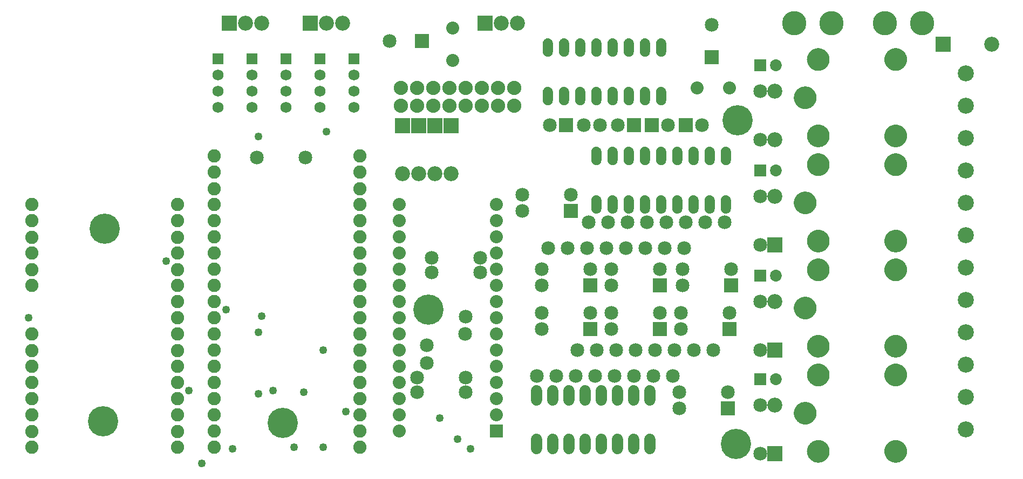
<source format=gbs>
G04 MADE WITH FRITZING*
G04 WWW.FRITZING.ORG*
G04 DOUBLE SIDED*
G04 HOLES PLATED*
G04 CONTOUR ON CENTER OF CONTOUR VECTOR*
%ASAXBY*%
%FSLAX23Y23*%
%MOIN*%
%OFA0B0*%
%SFA1.0B1.0*%
%ADD10C,0.049370*%
%ADD11C,0.085000*%
%ADD12C,0.069000*%
%ADD13C,0.081858*%
%ADD14C,0.068189*%
%ADD15C,0.092000*%
%ADD16C,0.080000*%
%ADD17C,0.062000*%
%ADD18C,0.088000*%
%ADD19C,0.150000*%
%ADD20C,0.098750*%
%ADD21C,0.072992*%
%ADD22C,0.187165*%
%ADD23R,0.069000X0.069000*%
%ADD24R,0.010144X0.010144*%
%ADD25R,0.085000X0.085000*%
%ADD26R,0.092000X0.092000*%
%ADD27R,0.072992X0.072992*%
%ADD28R,0.079972X0.080000*%
%ADD29C,0.030000*%
%ADD30R,0.001000X0.001000*%
%LNMASK0*%
G90*
G70*
G54D10*
X2017Y2086D03*
X1617Y946D03*
X1597Y2056D03*
X1877Y476D03*
X1597Y466D03*
X1997Y736D03*
X1027Y1286D03*
X1397Y986D03*
X1687Y486D03*
X1597Y846D03*
X2137Y356D03*
X1817Y136D03*
X1437Y126D03*
G54D11*
X3317Y576D03*
X3570Y737D03*
G54D12*
X1347Y2536D03*
X1347Y2436D03*
X1347Y2336D03*
X1347Y2236D03*
X1557Y2536D03*
X1557Y2436D03*
X1557Y2336D03*
X1557Y2236D03*
X1767Y2536D03*
X1767Y2436D03*
X1767Y2336D03*
X1767Y2236D03*
X2187Y2536D03*
X2187Y2436D03*
X2187Y2336D03*
X2187Y2236D03*
X1977Y2536D03*
X1977Y2436D03*
X1977Y2336D03*
X1977Y2236D03*
G54D10*
X2717Y316D03*
X1167Y486D03*
X1247Y36D03*
X177Y936D03*
X1997Y136D03*
X2827Y186D03*
X2907Y126D03*
G54D13*
X1097Y136D03*
X1097Y235D03*
X1097Y336D03*
X1097Y436D03*
X1097Y536D03*
X1097Y636D03*
X1097Y735D03*
X1097Y836D03*
X1097Y936D03*
X1097Y1036D03*
X1097Y1136D03*
X1097Y1235D03*
X1097Y1336D03*
X1097Y1435D03*
X1097Y1536D03*
X1097Y1636D03*
X198Y1636D03*
X198Y1536D03*
X198Y1435D03*
X198Y1336D03*
X198Y1235D03*
X198Y1136D03*
X198Y836D03*
X198Y735D03*
X198Y636D03*
X198Y536D03*
X198Y436D03*
X198Y336D03*
X198Y235D03*
X198Y136D03*
X2225Y136D03*
X2225Y237D03*
X2225Y336D03*
X2225Y436D03*
X2225Y536D03*
X2225Y636D03*
X2225Y737D03*
X2225Y836D03*
X2225Y936D03*
X2225Y1036D03*
X2225Y1136D03*
X2225Y1236D03*
X2225Y1336D03*
X2225Y1436D03*
X2225Y1536D03*
X2225Y1636D03*
X2225Y1735D03*
X2225Y1836D03*
X2225Y1936D03*
X1326Y1936D03*
X1326Y1836D03*
X1326Y1735D03*
X1326Y1636D03*
X1326Y1536D03*
X1326Y1436D03*
X1326Y1336D03*
X1326Y1236D03*
X1326Y1136D03*
X1326Y1036D03*
X1326Y936D03*
X1326Y836D03*
X1326Y737D03*
X1326Y636D03*
X1326Y536D03*
X1326Y436D03*
X1326Y336D03*
X1326Y237D03*
X1326Y136D03*
G54D11*
X3527Y1596D03*
X3227Y1596D03*
X3527Y1696D03*
X3227Y1696D03*
X3647Y1136D03*
X3347Y1136D03*
X3647Y1236D03*
X3347Y1236D03*
X4077Y1136D03*
X3777Y1136D03*
X4077Y1236D03*
X3777Y1236D03*
X4517Y1136D03*
X4217Y1136D03*
X4517Y1236D03*
X4217Y1236D03*
X4497Y376D03*
X4197Y376D03*
X4497Y476D03*
X4197Y476D03*
X4507Y866D03*
X4207Y866D03*
X4507Y966D03*
X4207Y966D03*
X4077Y866D03*
X3777Y866D03*
X4077Y966D03*
X3777Y966D03*
X3647Y866D03*
X3347Y866D03*
X3647Y966D03*
X3347Y966D03*
X4697Y96D03*
X4697Y396D03*
X4697Y736D03*
X4697Y1036D03*
X4697Y2036D03*
X4697Y2336D03*
X4697Y1386D03*
X4697Y1686D03*
X4157Y576D03*
X4410Y737D03*
X4037Y576D03*
X4290Y737D03*
X3917Y576D03*
X4170Y737D03*
X3797Y576D03*
X4050Y737D03*
X3677Y576D03*
X3930Y737D03*
X3557Y576D03*
X3810Y737D03*
X3437Y576D03*
X3690Y737D03*
X3867Y1366D03*
X4120Y1527D03*
X3747Y1366D03*
X4000Y1527D03*
X3627Y1366D03*
X3880Y1527D03*
X3507Y1366D03*
X3760Y1527D03*
X3987Y1366D03*
X4240Y1527D03*
X4107Y1366D03*
X4360Y1527D03*
X4227Y1366D03*
X4480Y1527D03*
X3387Y1366D03*
X3640Y1527D03*
G54D14*
X3317Y156D03*
X3417Y156D03*
X3917Y156D03*
X4017Y156D03*
X3517Y156D03*
X3617Y156D03*
X3817Y156D03*
X3717Y156D03*
X4017Y456D03*
X3917Y456D03*
X3817Y456D03*
X3717Y456D03*
X3617Y456D03*
X3517Y456D03*
X3417Y456D03*
X3317Y456D03*
G54D15*
X4787Y2038D03*
X4787Y2336D03*
X4787Y1388D03*
X4787Y1686D03*
X4787Y738D03*
X4787Y1036D03*
X4787Y98D03*
X4787Y396D03*
G54D11*
X2607Y2646D03*
X2407Y2646D03*
X4397Y2546D03*
X4397Y2746D03*
G54D16*
X4507Y2356D03*
X4307Y2356D03*
X2797Y2726D03*
X2797Y2526D03*
G54D11*
X4237Y2126D03*
X4337Y2126D03*
G54D15*
X2687Y2124D03*
X2687Y1826D03*
X2787Y2124D03*
X2787Y1826D03*
X2487Y2124D03*
X2487Y1826D03*
X2587Y2124D03*
X2587Y1826D03*
G54D17*
X3687Y1636D03*
X3787Y1636D03*
X4287Y1636D03*
X4387Y1636D03*
X3887Y1636D03*
X3987Y1636D03*
X4187Y1636D03*
X4087Y1636D03*
X4487Y1636D03*
X4487Y1936D03*
X4387Y1936D03*
X4287Y1936D03*
X4187Y1936D03*
X4087Y1936D03*
X3987Y1936D03*
X3887Y1936D03*
X3787Y1936D03*
X3687Y1936D03*
G54D11*
X2967Y1216D03*
X2667Y1216D03*
X2878Y945D03*
X2637Y766D03*
X2877Y566D03*
X2577Y566D03*
X2875Y838D03*
X2637Y656D03*
X1887Y1926D03*
X1587Y1926D03*
X2877Y476D03*
X2577Y476D03*
X2967Y1306D03*
X2667Y1306D03*
G54D18*
X3177Y2356D03*
X3077Y2356D03*
X2977Y2356D03*
X2877Y2356D03*
X2777Y2356D03*
X2677Y2356D03*
X2577Y2356D03*
X2477Y2356D03*
X2477Y2246D03*
X2577Y2246D03*
X2677Y2246D03*
X2777Y2246D03*
X2877Y2246D03*
X2977Y2246D03*
X3077Y2246D03*
X3177Y2246D03*
G54D17*
X3387Y2306D03*
X3487Y2306D03*
X3587Y2306D03*
X3687Y2306D03*
X3787Y2306D03*
X3887Y2306D03*
X3987Y2306D03*
X4087Y2306D03*
X4087Y2606D03*
X3987Y2606D03*
X3887Y2606D03*
X3787Y2606D03*
X3687Y2606D03*
X3587Y2606D03*
X3487Y2606D03*
X3387Y2606D03*
G54D11*
X3917Y2126D03*
X3817Y2126D03*
X3707Y2126D03*
X3607Y2126D03*
X3497Y2126D03*
X3397Y2126D03*
X4027Y2126D03*
X4127Y2126D03*
G54D19*
X4910Y2756D03*
X5140Y2756D03*
X5697Y2756D03*
X5467Y2756D03*
G54D15*
X5829Y2626D03*
X6127Y2626D03*
X1417Y2756D03*
X1517Y2756D03*
X1617Y2756D03*
X1917Y2756D03*
X2017Y2756D03*
X2117Y2756D03*
X2997Y2756D03*
X3097Y2756D03*
X3197Y2756D03*
G54D20*
X5967Y1246D03*
X5967Y1446D03*
X5967Y1646D03*
X5967Y1846D03*
X5967Y2046D03*
X5967Y2246D03*
X5967Y2446D03*
X5967Y246D03*
X5967Y446D03*
X5967Y646D03*
X5967Y846D03*
X5967Y1046D03*
X5967Y1246D03*
X5967Y1446D03*
G54D21*
X4697Y1196D03*
X4795Y1196D03*
X4697Y1846D03*
X4795Y1846D03*
X4697Y2496D03*
X4795Y2496D03*
X4697Y556D03*
X4795Y556D03*
G54D16*
X3067Y236D03*
X3067Y336D03*
X3067Y436D03*
X3067Y536D03*
X3067Y636D03*
X3067Y736D03*
X3067Y836D03*
X3067Y936D03*
X3067Y1036D03*
X3067Y1136D03*
X3067Y1236D03*
X3067Y1336D03*
X3067Y1436D03*
X3067Y1536D03*
X3067Y1636D03*
X2467Y236D03*
X2467Y336D03*
X2467Y436D03*
X2467Y536D03*
X2467Y636D03*
X2467Y736D03*
X2467Y836D03*
X2467Y936D03*
X2467Y1036D03*
X2467Y1136D03*
X2467Y1236D03*
X2467Y1336D03*
X2467Y1436D03*
X2467Y1536D03*
X2467Y1636D03*
G54D22*
X1747Y286D03*
X4547Y156D03*
X4557Y2156D03*
X2647Y986D03*
X637Y296D03*
X647Y1486D03*
G54D23*
X1347Y2536D03*
X1557Y2536D03*
X1767Y2536D03*
X2187Y2536D03*
X1977Y2536D03*
G54D24*
X1097Y1334D03*
G54D25*
X3527Y1596D03*
X3647Y1136D03*
X4077Y1136D03*
X4517Y1136D03*
X4497Y376D03*
X4507Y866D03*
X4077Y866D03*
X3647Y866D03*
G54D26*
X4787Y1387D03*
X4787Y737D03*
X4787Y97D03*
G54D25*
X2607Y2646D03*
X4397Y2546D03*
X4237Y2126D03*
G54D26*
X2687Y2125D03*
X2787Y2125D03*
X2487Y2125D03*
X2587Y2125D03*
G54D25*
X3917Y2126D03*
X3497Y2126D03*
X4027Y2126D03*
G54D26*
X5828Y2626D03*
X1417Y2756D03*
X1917Y2756D03*
X2997Y2756D03*
G54D27*
X4697Y1196D03*
X4697Y1846D03*
X4697Y2496D03*
X4697Y556D03*
G54D28*
X3067Y236D03*
G54D29*
G36*
X4756Y2068D02*
X4818Y2068D01*
X4818Y2006D01*
X4756Y2006D01*
X4756Y2068D01*
G37*
D02*
G36*
X3679Y2098D02*
X3679Y2153D01*
X3734Y2153D01*
X3734Y2098D01*
X3679Y2098D01*
G37*
D02*
G54D30*
X3381Y2663D02*
X3392Y2663D01*
X3481Y2663D02*
X3492Y2663D01*
X3581Y2663D02*
X3592Y2663D01*
X3681Y2663D02*
X3692Y2663D01*
X3781Y2663D02*
X3792Y2663D01*
X3881Y2663D02*
X3892Y2663D01*
X3981Y2663D02*
X3992Y2663D01*
X4081Y2663D02*
X4092Y2663D01*
X3377Y2662D02*
X3395Y2662D01*
X3477Y2662D02*
X3495Y2662D01*
X3577Y2662D02*
X3595Y2662D01*
X3677Y2662D02*
X3695Y2662D01*
X3777Y2662D02*
X3795Y2662D01*
X3877Y2662D02*
X3895Y2662D01*
X3977Y2662D02*
X3995Y2662D01*
X4077Y2662D02*
X4095Y2662D01*
X3374Y2661D02*
X3398Y2661D01*
X3474Y2661D02*
X3498Y2661D01*
X3574Y2661D02*
X3598Y2661D01*
X3674Y2661D02*
X3698Y2661D01*
X3774Y2661D02*
X3798Y2661D01*
X3874Y2661D02*
X3898Y2661D01*
X3974Y2661D02*
X3998Y2661D01*
X4074Y2661D02*
X4098Y2661D01*
X3372Y2660D02*
X3400Y2660D01*
X3472Y2660D02*
X3500Y2660D01*
X3572Y2660D02*
X3600Y2660D01*
X3672Y2660D02*
X3700Y2660D01*
X3772Y2660D02*
X3800Y2660D01*
X3872Y2660D02*
X3900Y2660D01*
X3972Y2660D02*
X4000Y2660D01*
X4072Y2660D02*
X4100Y2660D01*
X3371Y2659D02*
X3402Y2659D01*
X3471Y2659D02*
X3502Y2659D01*
X3571Y2659D02*
X3602Y2659D01*
X3671Y2659D02*
X3702Y2659D01*
X3771Y2659D02*
X3802Y2659D01*
X3871Y2659D02*
X3902Y2659D01*
X3971Y2659D02*
X4002Y2659D01*
X4071Y2659D02*
X4102Y2659D01*
X3369Y2658D02*
X3404Y2658D01*
X3469Y2658D02*
X3504Y2658D01*
X3569Y2658D02*
X3604Y2658D01*
X3669Y2658D02*
X3703Y2658D01*
X3769Y2658D02*
X3803Y2658D01*
X3869Y2658D02*
X3903Y2658D01*
X3969Y2658D02*
X4003Y2658D01*
X4069Y2658D02*
X4103Y2658D01*
X3368Y2657D02*
X3405Y2657D01*
X3468Y2657D02*
X3505Y2657D01*
X3568Y2657D02*
X3605Y2657D01*
X3668Y2657D02*
X3705Y2657D01*
X3768Y2657D02*
X3805Y2657D01*
X3868Y2657D02*
X3905Y2657D01*
X3968Y2657D02*
X4005Y2657D01*
X4068Y2657D02*
X4105Y2657D01*
X3366Y2656D02*
X3406Y2656D01*
X3466Y2656D02*
X3506Y2656D01*
X3566Y2656D02*
X3606Y2656D01*
X3666Y2656D02*
X3706Y2656D01*
X3766Y2656D02*
X3806Y2656D01*
X3866Y2656D02*
X3906Y2656D01*
X3966Y2656D02*
X4006Y2656D01*
X4066Y2656D02*
X4106Y2656D01*
X3365Y2655D02*
X3407Y2655D01*
X3465Y2655D02*
X3507Y2655D01*
X3565Y2655D02*
X3607Y2655D01*
X3665Y2655D02*
X3707Y2655D01*
X3765Y2655D02*
X3807Y2655D01*
X3865Y2655D02*
X3907Y2655D01*
X3965Y2655D02*
X4007Y2655D01*
X4065Y2655D02*
X4107Y2655D01*
X3364Y2654D02*
X3408Y2654D01*
X3464Y2654D02*
X3508Y2654D01*
X3564Y2654D02*
X3608Y2654D01*
X3664Y2654D02*
X3708Y2654D01*
X3764Y2654D02*
X3808Y2654D01*
X3864Y2654D02*
X3908Y2654D01*
X3964Y2654D02*
X4008Y2654D01*
X4064Y2654D02*
X4108Y2654D01*
X3363Y2653D02*
X3409Y2653D01*
X3463Y2653D02*
X3509Y2653D01*
X3563Y2653D02*
X3609Y2653D01*
X3663Y2653D02*
X3709Y2653D01*
X3763Y2653D02*
X3809Y2653D01*
X3863Y2653D02*
X3909Y2653D01*
X3963Y2653D02*
X4009Y2653D01*
X4063Y2653D02*
X4109Y2653D01*
X3363Y2652D02*
X3410Y2652D01*
X3463Y2652D02*
X3510Y2652D01*
X3563Y2652D02*
X3610Y2652D01*
X3663Y2652D02*
X3710Y2652D01*
X3763Y2652D02*
X3810Y2652D01*
X3863Y2652D02*
X3910Y2652D01*
X3963Y2652D02*
X4010Y2652D01*
X4063Y2652D02*
X4110Y2652D01*
X3362Y2651D02*
X3411Y2651D01*
X3462Y2651D02*
X3511Y2651D01*
X3562Y2651D02*
X3611Y2651D01*
X3662Y2651D02*
X3711Y2651D01*
X3762Y2651D02*
X3811Y2651D01*
X3862Y2651D02*
X3911Y2651D01*
X3962Y2651D02*
X4011Y2651D01*
X4062Y2651D02*
X4111Y2651D01*
X3361Y2650D02*
X3411Y2650D01*
X3461Y2650D02*
X3511Y2650D01*
X3561Y2650D02*
X3611Y2650D01*
X3661Y2650D02*
X3711Y2650D01*
X3761Y2650D02*
X3811Y2650D01*
X3861Y2650D02*
X3911Y2650D01*
X3961Y2650D02*
X4011Y2650D01*
X4061Y2650D02*
X4111Y2650D01*
X3361Y2649D02*
X3412Y2649D01*
X3461Y2649D02*
X3512Y2649D01*
X3561Y2649D02*
X3612Y2649D01*
X3661Y2649D02*
X3712Y2649D01*
X3761Y2649D02*
X3812Y2649D01*
X3861Y2649D02*
X3912Y2649D01*
X3961Y2649D02*
X4012Y2649D01*
X4061Y2649D02*
X4112Y2649D01*
X3360Y2648D02*
X3413Y2648D01*
X3460Y2648D02*
X3513Y2648D01*
X3560Y2648D02*
X3613Y2648D01*
X3660Y2648D02*
X3713Y2648D01*
X3760Y2648D02*
X3813Y2648D01*
X3860Y2648D02*
X3913Y2648D01*
X3960Y2648D02*
X4013Y2648D01*
X4060Y2648D02*
X4113Y2648D01*
X3359Y2647D02*
X3413Y2647D01*
X3459Y2647D02*
X3513Y2647D01*
X3559Y2647D02*
X3613Y2647D01*
X3659Y2647D02*
X3713Y2647D01*
X3759Y2647D02*
X3813Y2647D01*
X3859Y2647D02*
X3913Y2647D01*
X3959Y2647D02*
X4013Y2647D01*
X4059Y2647D02*
X4113Y2647D01*
X3359Y2646D02*
X3414Y2646D01*
X3459Y2646D02*
X3514Y2646D01*
X3559Y2646D02*
X3614Y2646D01*
X3659Y2646D02*
X3714Y2646D01*
X3759Y2646D02*
X3814Y2646D01*
X3859Y2646D02*
X3914Y2646D01*
X3959Y2646D02*
X4014Y2646D01*
X4059Y2646D02*
X4114Y2646D01*
X3358Y2645D02*
X3414Y2645D01*
X3458Y2645D02*
X3514Y2645D01*
X3558Y2645D02*
X3614Y2645D01*
X3658Y2645D02*
X3714Y2645D01*
X3758Y2645D02*
X3814Y2645D01*
X3858Y2645D02*
X3914Y2645D01*
X3958Y2645D02*
X4014Y2645D01*
X4058Y2645D02*
X4114Y2645D01*
X3358Y2644D02*
X3415Y2644D01*
X3458Y2644D02*
X3514Y2644D01*
X3558Y2644D02*
X3614Y2644D01*
X3658Y2644D02*
X3714Y2644D01*
X3758Y2644D02*
X3814Y2644D01*
X3858Y2644D02*
X3914Y2644D01*
X3958Y2644D02*
X4014Y2644D01*
X4058Y2644D02*
X4114Y2644D01*
X3358Y2643D02*
X3415Y2643D01*
X3458Y2643D02*
X3515Y2643D01*
X3558Y2643D02*
X3615Y2643D01*
X3658Y2643D02*
X3715Y2643D01*
X3758Y2643D02*
X3815Y2643D01*
X3858Y2643D02*
X3915Y2643D01*
X3958Y2643D02*
X4015Y2643D01*
X4058Y2643D02*
X4115Y2643D01*
X3357Y2642D02*
X3415Y2642D01*
X3457Y2642D02*
X3515Y2642D01*
X3557Y2642D02*
X3615Y2642D01*
X3657Y2642D02*
X3715Y2642D01*
X3757Y2642D02*
X3815Y2642D01*
X3857Y2642D02*
X3915Y2642D01*
X3957Y2642D02*
X4015Y2642D01*
X4057Y2642D02*
X4115Y2642D01*
X3357Y2641D02*
X3416Y2641D01*
X3457Y2641D02*
X3516Y2641D01*
X3557Y2641D02*
X3616Y2641D01*
X3657Y2641D02*
X3716Y2641D01*
X3757Y2641D02*
X3816Y2641D01*
X3857Y2641D02*
X3915Y2641D01*
X3957Y2641D02*
X4015Y2641D01*
X4057Y2641D02*
X4115Y2641D01*
X3357Y2640D02*
X3416Y2640D01*
X3457Y2640D02*
X3516Y2640D01*
X3557Y2640D02*
X3616Y2640D01*
X3657Y2640D02*
X3716Y2640D01*
X3757Y2640D02*
X3816Y2640D01*
X3857Y2640D02*
X3916Y2640D01*
X3957Y2640D02*
X4016Y2640D01*
X4057Y2640D02*
X4116Y2640D01*
X3357Y2639D02*
X3416Y2639D01*
X3456Y2639D02*
X3516Y2639D01*
X3556Y2639D02*
X3616Y2639D01*
X3656Y2639D02*
X3716Y2639D01*
X3756Y2639D02*
X3816Y2639D01*
X3856Y2639D02*
X3916Y2639D01*
X3956Y2639D02*
X4016Y2639D01*
X4056Y2639D02*
X4116Y2639D01*
X3356Y2638D02*
X3416Y2638D01*
X3456Y2638D02*
X3516Y2638D01*
X3556Y2638D02*
X3616Y2638D01*
X3656Y2638D02*
X3716Y2638D01*
X3756Y2638D02*
X3816Y2638D01*
X3856Y2638D02*
X3916Y2638D01*
X3956Y2638D02*
X4016Y2638D01*
X4056Y2638D02*
X4116Y2638D01*
X3356Y2637D02*
X3416Y2637D01*
X3456Y2637D02*
X3516Y2637D01*
X3556Y2637D02*
X3616Y2637D01*
X3656Y2637D02*
X3716Y2637D01*
X3756Y2637D02*
X3816Y2637D01*
X3856Y2637D02*
X3916Y2637D01*
X3956Y2637D02*
X4016Y2637D01*
X4056Y2637D02*
X4116Y2637D01*
X3356Y2636D02*
X3417Y2636D01*
X3456Y2636D02*
X3517Y2636D01*
X3556Y2636D02*
X3617Y2636D01*
X3656Y2636D02*
X3717Y2636D01*
X3756Y2636D02*
X3817Y2636D01*
X3856Y2636D02*
X3917Y2636D01*
X3956Y2636D02*
X4017Y2636D01*
X4056Y2636D02*
X4117Y2636D01*
X3356Y2635D02*
X3417Y2635D01*
X3456Y2635D02*
X3517Y2635D01*
X3556Y2635D02*
X3617Y2635D01*
X3656Y2635D02*
X3717Y2635D01*
X3756Y2635D02*
X3817Y2635D01*
X3856Y2635D02*
X3917Y2635D01*
X3956Y2635D02*
X4017Y2635D01*
X4056Y2635D02*
X4117Y2635D01*
X3356Y2634D02*
X3417Y2634D01*
X3456Y2634D02*
X3517Y2634D01*
X3556Y2634D02*
X3617Y2634D01*
X3656Y2634D02*
X3717Y2634D01*
X3756Y2634D02*
X3817Y2634D01*
X3856Y2634D02*
X3917Y2634D01*
X3956Y2634D02*
X4017Y2634D01*
X4056Y2634D02*
X4117Y2634D01*
X3356Y2633D02*
X3417Y2633D01*
X3456Y2633D02*
X3517Y2633D01*
X3556Y2633D02*
X3617Y2633D01*
X3656Y2633D02*
X3717Y2633D01*
X3756Y2633D02*
X3817Y2633D01*
X3856Y2633D02*
X3917Y2633D01*
X3956Y2633D02*
X4017Y2633D01*
X4056Y2633D02*
X4117Y2633D01*
X3356Y2632D02*
X3417Y2632D01*
X3456Y2632D02*
X3517Y2632D01*
X3556Y2632D02*
X3617Y2632D01*
X3656Y2632D02*
X3717Y2632D01*
X3756Y2632D02*
X3817Y2632D01*
X3856Y2632D02*
X3917Y2632D01*
X3956Y2632D02*
X4017Y2632D01*
X4056Y2632D02*
X4117Y2632D01*
X3356Y2631D02*
X3417Y2631D01*
X3456Y2631D02*
X3517Y2631D01*
X3556Y2631D02*
X3617Y2631D01*
X3656Y2631D02*
X3717Y2631D01*
X3756Y2631D02*
X3817Y2631D01*
X3856Y2631D02*
X3917Y2631D01*
X3956Y2631D02*
X4017Y2631D01*
X4056Y2631D02*
X4117Y2631D01*
X3356Y2630D02*
X3417Y2630D01*
X3456Y2630D02*
X3517Y2630D01*
X3556Y2630D02*
X3617Y2630D01*
X3656Y2630D02*
X3717Y2630D01*
X3756Y2630D02*
X3817Y2630D01*
X3856Y2630D02*
X3917Y2630D01*
X3956Y2630D02*
X4017Y2630D01*
X4056Y2630D02*
X4117Y2630D01*
X3356Y2629D02*
X3417Y2629D01*
X3456Y2629D02*
X3517Y2629D01*
X3556Y2629D02*
X3617Y2629D01*
X3656Y2629D02*
X3717Y2629D01*
X3756Y2629D02*
X3817Y2629D01*
X3856Y2629D02*
X3917Y2629D01*
X3956Y2629D02*
X4017Y2629D01*
X4056Y2629D02*
X4117Y2629D01*
X3356Y2628D02*
X3417Y2628D01*
X3456Y2628D02*
X3517Y2628D01*
X3556Y2628D02*
X3617Y2628D01*
X3656Y2628D02*
X3717Y2628D01*
X3756Y2628D02*
X3817Y2628D01*
X3856Y2628D02*
X3917Y2628D01*
X3956Y2628D02*
X4017Y2628D01*
X4056Y2628D02*
X4117Y2628D01*
X3356Y2627D02*
X3417Y2627D01*
X3456Y2627D02*
X3517Y2627D01*
X3556Y2627D02*
X3617Y2627D01*
X3656Y2627D02*
X3717Y2627D01*
X3756Y2627D02*
X3817Y2627D01*
X3856Y2627D02*
X3917Y2627D01*
X3956Y2627D02*
X4017Y2627D01*
X4056Y2627D02*
X4117Y2627D01*
X3356Y2626D02*
X3417Y2626D01*
X3456Y2626D02*
X3517Y2626D01*
X3556Y2626D02*
X3617Y2626D01*
X3656Y2626D02*
X3717Y2626D01*
X3756Y2626D02*
X3817Y2626D01*
X3856Y2626D02*
X3917Y2626D01*
X3956Y2626D02*
X4017Y2626D01*
X4056Y2626D02*
X4117Y2626D01*
X3356Y2625D02*
X3417Y2625D01*
X3456Y2625D02*
X3517Y2625D01*
X3556Y2625D02*
X3617Y2625D01*
X3656Y2625D02*
X3717Y2625D01*
X3756Y2625D02*
X3817Y2625D01*
X3856Y2625D02*
X3917Y2625D01*
X3956Y2625D02*
X4017Y2625D01*
X4056Y2625D02*
X4117Y2625D01*
X3356Y2624D02*
X3417Y2624D01*
X3456Y2624D02*
X3517Y2624D01*
X3556Y2624D02*
X3617Y2624D01*
X3656Y2624D02*
X3717Y2624D01*
X3756Y2624D02*
X3817Y2624D01*
X3856Y2624D02*
X3917Y2624D01*
X3956Y2624D02*
X4017Y2624D01*
X4056Y2624D02*
X4117Y2624D01*
X3356Y2623D02*
X3417Y2623D01*
X3456Y2623D02*
X3517Y2623D01*
X3556Y2623D02*
X3617Y2623D01*
X3656Y2623D02*
X3717Y2623D01*
X3756Y2623D02*
X3817Y2623D01*
X3856Y2623D02*
X3917Y2623D01*
X3956Y2623D02*
X4017Y2623D01*
X4056Y2623D02*
X4117Y2623D01*
X3356Y2622D02*
X3417Y2622D01*
X3456Y2622D02*
X3517Y2622D01*
X3556Y2622D02*
X3617Y2622D01*
X3656Y2622D02*
X3717Y2622D01*
X3756Y2622D02*
X3817Y2622D01*
X3856Y2622D02*
X3917Y2622D01*
X3956Y2622D02*
X4017Y2622D01*
X4056Y2622D02*
X4117Y2622D01*
X3356Y2621D02*
X3417Y2621D01*
X3456Y2621D02*
X3517Y2621D01*
X3556Y2621D02*
X3617Y2621D01*
X3656Y2621D02*
X3717Y2621D01*
X3756Y2621D02*
X3817Y2621D01*
X3856Y2621D02*
X3917Y2621D01*
X3956Y2621D02*
X4017Y2621D01*
X4056Y2621D02*
X4117Y2621D01*
X3356Y2620D02*
X3417Y2620D01*
X3456Y2620D02*
X3517Y2620D01*
X3556Y2620D02*
X3617Y2620D01*
X3656Y2620D02*
X3717Y2620D01*
X3756Y2620D02*
X3817Y2620D01*
X3856Y2620D02*
X3917Y2620D01*
X3956Y2620D02*
X4017Y2620D01*
X4056Y2620D02*
X4117Y2620D01*
X3356Y2619D02*
X3417Y2619D01*
X3456Y2619D02*
X3517Y2619D01*
X3556Y2619D02*
X3617Y2619D01*
X3656Y2619D02*
X3717Y2619D01*
X3756Y2619D02*
X3817Y2619D01*
X3856Y2619D02*
X3917Y2619D01*
X3956Y2619D02*
X4017Y2619D01*
X4056Y2619D02*
X4117Y2619D01*
X3356Y2618D02*
X3417Y2618D01*
X3456Y2618D02*
X3517Y2618D01*
X3556Y2618D02*
X3617Y2618D01*
X3656Y2618D02*
X3717Y2618D01*
X3756Y2618D02*
X3817Y2618D01*
X3856Y2618D02*
X3917Y2618D01*
X3956Y2618D02*
X4017Y2618D01*
X4056Y2618D02*
X4117Y2618D01*
X3356Y2617D02*
X3382Y2617D01*
X3391Y2617D02*
X3417Y2617D01*
X3456Y2617D02*
X3482Y2617D01*
X3491Y2617D02*
X3517Y2617D01*
X3556Y2617D02*
X3582Y2617D01*
X3591Y2617D02*
X3617Y2617D01*
X3656Y2617D02*
X3682Y2617D01*
X3691Y2617D02*
X3717Y2617D01*
X3756Y2617D02*
X3782Y2617D01*
X3791Y2617D02*
X3817Y2617D01*
X3856Y2617D02*
X3882Y2617D01*
X3891Y2617D02*
X3917Y2617D01*
X3956Y2617D02*
X3982Y2617D01*
X3991Y2617D02*
X4017Y2617D01*
X4056Y2617D02*
X4082Y2617D01*
X4091Y2617D02*
X4117Y2617D01*
X3356Y2616D02*
X3380Y2616D01*
X3393Y2616D02*
X3417Y2616D01*
X3456Y2616D02*
X3480Y2616D01*
X3493Y2616D02*
X3517Y2616D01*
X3556Y2616D02*
X3580Y2616D01*
X3593Y2616D02*
X3617Y2616D01*
X3656Y2616D02*
X3680Y2616D01*
X3693Y2616D02*
X3717Y2616D01*
X3756Y2616D02*
X3780Y2616D01*
X3793Y2616D02*
X3817Y2616D01*
X3856Y2616D02*
X3880Y2616D01*
X3893Y2616D02*
X3917Y2616D01*
X3956Y2616D02*
X3980Y2616D01*
X3993Y2616D02*
X4017Y2616D01*
X4056Y2616D02*
X4080Y2616D01*
X4093Y2616D02*
X4117Y2616D01*
X3356Y2615D02*
X3379Y2615D01*
X3394Y2615D02*
X3417Y2615D01*
X3456Y2615D02*
X3479Y2615D01*
X3494Y2615D02*
X3517Y2615D01*
X3556Y2615D02*
X3579Y2615D01*
X3594Y2615D02*
X3617Y2615D01*
X3656Y2615D02*
X3679Y2615D01*
X3694Y2615D02*
X3717Y2615D01*
X3756Y2615D02*
X3779Y2615D01*
X3794Y2615D02*
X3817Y2615D01*
X3856Y2615D02*
X3879Y2615D01*
X3894Y2615D02*
X3917Y2615D01*
X3956Y2615D02*
X3979Y2615D01*
X3994Y2615D02*
X4017Y2615D01*
X4056Y2615D02*
X4079Y2615D01*
X4094Y2615D02*
X4117Y2615D01*
X3356Y2614D02*
X3378Y2614D01*
X3395Y2614D02*
X3417Y2614D01*
X3456Y2614D02*
X3478Y2614D01*
X3495Y2614D02*
X3517Y2614D01*
X3556Y2614D02*
X3578Y2614D01*
X3595Y2614D02*
X3617Y2614D01*
X3656Y2614D02*
X3678Y2614D01*
X3695Y2614D02*
X3717Y2614D01*
X3756Y2614D02*
X3778Y2614D01*
X3795Y2614D02*
X3817Y2614D01*
X3856Y2614D02*
X3878Y2614D01*
X3895Y2614D02*
X3917Y2614D01*
X3956Y2614D02*
X3978Y2614D01*
X3995Y2614D02*
X4017Y2614D01*
X4056Y2614D02*
X4078Y2614D01*
X4095Y2614D02*
X4117Y2614D01*
X3356Y2613D02*
X3377Y2613D01*
X3396Y2613D02*
X3417Y2613D01*
X3456Y2613D02*
X3477Y2613D01*
X3496Y2613D02*
X3517Y2613D01*
X3556Y2613D02*
X3577Y2613D01*
X3596Y2613D02*
X3617Y2613D01*
X3656Y2613D02*
X3677Y2613D01*
X3696Y2613D02*
X3717Y2613D01*
X3756Y2613D02*
X3777Y2613D01*
X3796Y2613D02*
X3817Y2613D01*
X3856Y2613D02*
X3877Y2613D01*
X3896Y2613D02*
X3917Y2613D01*
X3956Y2613D02*
X3977Y2613D01*
X3996Y2613D02*
X4017Y2613D01*
X4056Y2613D02*
X4077Y2613D01*
X4096Y2613D02*
X4117Y2613D01*
X3356Y2612D02*
X3376Y2612D01*
X3396Y2612D02*
X3417Y2612D01*
X3456Y2612D02*
X3476Y2612D01*
X3496Y2612D02*
X3517Y2612D01*
X3556Y2612D02*
X3576Y2612D01*
X3596Y2612D02*
X3617Y2612D01*
X3656Y2612D02*
X3676Y2612D01*
X3696Y2612D02*
X3717Y2612D01*
X3756Y2612D02*
X3776Y2612D01*
X3796Y2612D02*
X3817Y2612D01*
X3856Y2612D02*
X3876Y2612D01*
X3896Y2612D02*
X3917Y2612D01*
X3956Y2612D02*
X3976Y2612D01*
X3996Y2612D02*
X4017Y2612D01*
X4056Y2612D02*
X4076Y2612D01*
X4096Y2612D02*
X4117Y2612D01*
X3356Y2611D02*
X3376Y2611D01*
X3397Y2611D02*
X3417Y2611D01*
X3456Y2611D02*
X3476Y2611D01*
X3497Y2611D02*
X3517Y2611D01*
X3556Y2611D02*
X3576Y2611D01*
X3597Y2611D02*
X3617Y2611D01*
X3656Y2611D02*
X3676Y2611D01*
X3697Y2611D02*
X3717Y2611D01*
X3756Y2611D02*
X3776Y2611D01*
X3797Y2611D02*
X3817Y2611D01*
X3856Y2611D02*
X3876Y2611D01*
X3897Y2611D02*
X3917Y2611D01*
X3956Y2611D02*
X3976Y2611D01*
X3997Y2611D02*
X4017Y2611D01*
X4056Y2611D02*
X4076Y2611D01*
X4097Y2611D02*
X4117Y2611D01*
X3356Y2610D02*
X3375Y2610D01*
X3397Y2610D02*
X3417Y2610D01*
X3456Y2610D02*
X3475Y2610D01*
X3497Y2610D02*
X3517Y2610D01*
X3556Y2610D02*
X3575Y2610D01*
X3597Y2610D02*
X3617Y2610D01*
X3656Y2610D02*
X3675Y2610D01*
X3697Y2610D02*
X3717Y2610D01*
X3756Y2610D02*
X3775Y2610D01*
X3797Y2610D02*
X3817Y2610D01*
X3856Y2610D02*
X3875Y2610D01*
X3897Y2610D02*
X3917Y2610D01*
X3956Y2610D02*
X3975Y2610D01*
X3997Y2610D02*
X4017Y2610D01*
X4056Y2610D02*
X4075Y2610D01*
X4097Y2610D02*
X4117Y2610D01*
X3356Y2609D02*
X3375Y2609D01*
X3398Y2609D02*
X3417Y2609D01*
X3456Y2609D02*
X3475Y2609D01*
X3498Y2609D02*
X3517Y2609D01*
X3556Y2609D02*
X3575Y2609D01*
X3598Y2609D02*
X3617Y2609D01*
X3656Y2609D02*
X3675Y2609D01*
X3698Y2609D02*
X3717Y2609D01*
X3756Y2609D02*
X3775Y2609D01*
X3798Y2609D02*
X3817Y2609D01*
X3856Y2609D02*
X3875Y2609D01*
X3898Y2609D02*
X3917Y2609D01*
X3956Y2609D02*
X3975Y2609D01*
X3998Y2609D02*
X4017Y2609D01*
X4056Y2609D02*
X4075Y2609D01*
X4098Y2609D02*
X4117Y2609D01*
X3356Y2608D02*
X3375Y2608D01*
X3398Y2608D02*
X3417Y2608D01*
X3456Y2608D02*
X3475Y2608D01*
X3498Y2608D02*
X3517Y2608D01*
X3556Y2608D02*
X3575Y2608D01*
X3598Y2608D02*
X3617Y2608D01*
X3656Y2608D02*
X3675Y2608D01*
X3698Y2608D02*
X3717Y2608D01*
X3756Y2608D02*
X3775Y2608D01*
X3798Y2608D02*
X3817Y2608D01*
X3856Y2608D02*
X3875Y2608D01*
X3898Y2608D02*
X3917Y2608D01*
X3956Y2608D02*
X3975Y2608D01*
X3998Y2608D02*
X4017Y2608D01*
X4056Y2608D02*
X4075Y2608D01*
X4098Y2608D02*
X4117Y2608D01*
X3356Y2607D02*
X3375Y2607D01*
X3398Y2607D02*
X3417Y2607D01*
X3456Y2607D02*
X3475Y2607D01*
X3498Y2607D02*
X3517Y2607D01*
X3556Y2607D02*
X3575Y2607D01*
X3598Y2607D02*
X3617Y2607D01*
X3656Y2607D02*
X3675Y2607D01*
X3698Y2607D02*
X3717Y2607D01*
X3756Y2607D02*
X3775Y2607D01*
X3798Y2607D02*
X3817Y2607D01*
X3856Y2607D02*
X3875Y2607D01*
X3898Y2607D02*
X3917Y2607D01*
X3956Y2607D02*
X3975Y2607D01*
X3998Y2607D02*
X4017Y2607D01*
X4056Y2607D02*
X4075Y2607D01*
X4098Y2607D02*
X4117Y2607D01*
X3356Y2606D02*
X3375Y2606D01*
X3398Y2606D02*
X3417Y2606D01*
X3456Y2606D02*
X3475Y2606D01*
X3498Y2606D02*
X3517Y2606D01*
X3556Y2606D02*
X3575Y2606D01*
X3598Y2606D02*
X3617Y2606D01*
X3656Y2606D02*
X3675Y2606D01*
X3698Y2606D02*
X3717Y2606D01*
X3756Y2606D02*
X3775Y2606D01*
X3798Y2606D02*
X3817Y2606D01*
X3856Y2606D02*
X3875Y2606D01*
X3898Y2606D02*
X3917Y2606D01*
X3956Y2606D02*
X3975Y2606D01*
X3998Y2606D02*
X4017Y2606D01*
X4056Y2606D02*
X4075Y2606D01*
X4098Y2606D02*
X4117Y2606D01*
X3356Y2605D02*
X3375Y2605D01*
X3398Y2605D02*
X3417Y2605D01*
X3456Y2605D02*
X3475Y2605D01*
X3498Y2605D02*
X3517Y2605D01*
X3556Y2605D02*
X3575Y2605D01*
X3598Y2605D02*
X3617Y2605D01*
X3656Y2605D02*
X3675Y2605D01*
X3698Y2605D02*
X3717Y2605D01*
X3756Y2605D02*
X3775Y2605D01*
X3798Y2605D02*
X3817Y2605D01*
X3856Y2605D02*
X3875Y2605D01*
X3898Y2605D02*
X3917Y2605D01*
X3956Y2605D02*
X3975Y2605D01*
X3998Y2605D02*
X4017Y2605D01*
X4056Y2605D02*
X4075Y2605D01*
X4098Y2605D02*
X4117Y2605D01*
X3356Y2604D02*
X3375Y2604D01*
X3397Y2604D02*
X3417Y2604D01*
X3456Y2604D02*
X3475Y2604D01*
X3497Y2604D02*
X3517Y2604D01*
X3556Y2604D02*
X3575Y2604D01*
X3597Y2604D02*
X3617Y2604D01*
X3656Y2604D02*
X3675Y2604D01*
X3697Y2604D02*
X3717Y2604D01*
X3756Y2604D02*
X3775Y2604D01*
X3797Y2604D02*
X3817Y2604D01*
X3856Y2604D02*
X3875Y2604D01*
X3897Y2604D02*
X3917Y2604D01*
X3956Y2604D02*
X3975Y2604D01*
X3997Y2604D02*
X4017Y2604D01*
X4056Y2604D02*
X4075Y2604D01*
X4097Y2604D02*
X4117Y2604D01*
X3356Y2603D02*
X3375Y2603D01*
X3397Y2603D02*
X3417Y2603D01*
X3456Y2603D02*
X3475Y2603D01*
X3497Y2603D02*
X3517Y2603D01*
X3556Y2603D02*
X3575Y2603D01*
X3597Y2603D02*
X3617Y2603D01*
X3656Y2603D02*
X3675Y2603D01*
X3697Y2603D02*
X3717Y2603D01*
X3756Y2603D02*
X3775Y2603D01*
X3797Y2603D02*
X3817Y2603D01*
X3856Y2603D02*
X3875Y2603D01*
X3897Y2603D02*
X3917Y2603D01*
X3956Y2603D02*
X3975Y2603D01*
X3997Y2603D02*
X4017Y2603D01*
X4056Y2603D02*
X4075Y2603D01*
X4097Y2603D02*
X4117Y2603D01*
X3356Y2602D02*
X3376Y2602D01*
X3397Y2602D02*
X3417Y2602D01*
X3456Y2602D02*
X3476Y2602D01*
X3497Y2602D02*
X3517Y2602D01*
X3556Y2602D02*
X3576Y2602D01*
X3597Y2602D02*
X3617Y2602D01*
X3656Y2602D02*
X3676Y2602D01*
X3697Y2602D02*
X3717Y2602D01*
X3756Y2602D02*
X3776Y2602D01*
X3797Y2602D02*
X3817Y2602D01*
X3856Y2602D02*
X3876Y2602D01*
X3897Y2602D02*
X3917Y2602D01*
X3956Y2602D02*
X3976Y2602D01*
X3997Y2602D02*
X4017Y2602D01*
X4056Y2602D02*
X4076Y2602D01*
X4097Y2602D02*
X4117Y2602D01*
X5048Y2602D02*
X5066Y2602D01*
X5526Y2602D02*
X5544Y2602D01*
X3356Y2601D02*
X3376Y2601D01*
X3396Y2601D02*
X3417Y2601D01*
X3456Y2601D02*
X3476Y2601D01*
X3496Y2601D02*
X3517Y2601D01*
X3556Y2601D02*
X3576Y2601D01*
X3596Y2601D02*
X3617Y2601D01*
X3656Y2601D02*
X3676Y2601D01*
X3696Y2601D02*
X3717Y2601D01*
X3756Y2601D02*
X3776Y2601D01*
X3796Y2601D02*
X3817Y2601D01*
X3856Y2601D02*
X3876Y2601D01*
X3896Y2601D02*
X3917Y2601D01*
X3956Y2601D02*
X3976Y2601D01*
X3996Y2601D02*
X4017Y2601D01*
X4056Y2601D02*
X4076Y2601D01*
X4096Y2601D02*
X4117Y2601D01*
X5042Y2601D02*
X5072Y2601D01*
X5521Y2601D02*
X5550Y2601D01*
X3356Y2600D02*
X3377Y2600D01*
X3396Y2600D02*
X3417Y2600D01*
X3456Y2600D02*
X3477Y2600D01*
X3495Y2600D02*
X3517Y2600D01*
X3556Y2600D02*
X3577Y2600D01*
X3595Y2600D02*
X3617Y2600D01*
X3656Y2600D02*
X3677Y2600D01*
X3695Y2600D02*
X3717Y2600D01*
X3756Y2600D02*
X3777Y2600D01*
X3795Y2600D02*
X3817Y2600D01*
X3856Y2600D02*
X3877Y2600D01*
X3895Y2600D02*
X3917Y2600D01*
X3956Y2600D02*
X3977Y2600D01*
X3995Y2600D02*
X4017Y2600D01*
X4056Y2600D02*
X4077Y2600D01*
X4095Y2600D02*
X4117Y2600D01*
X5038Y2600D02*
X5076Y2600D01*
X5517Y2600D02*
X5554Y2600D01*
X3356Y2599D02*
X3378Y2599D01*
X3395Y2599D02*
X3417Y2599D01*
X3456Y2599D02*
X3478Y2599D01*
X3495Y2599D02*
X3517Y2599D01*
X3556Y2599D02*
X3578Y2599D01*
X3595Y2599D02*
X3617Y2599D01*
X3656Y2599D02*
X3678Y2599D01*
X3695Y2599D02*
X3717Y2599D01*
X3756Y2599D02*
X3778Y2599D01*
X3795Y2599D02*
X3817Y2599D01*
X3856Y2599D02*
X3878Y2599D01*
X3895Y2599D02*
X3917Y2599D01*
X3956Y2599D02*
X3978Y2599D01*
X3995Y2599D02*
X4017Y2599D01*
X4056Y2599D02*
X4078Y2599D01*
X4095Y2599D02*
X4117Y2599D01*
X5035Y2599D02*
X5079Y2599D01*
X5513Y2599D02*
X5557Y2599D01*
X3356Y2598D02*
X3379Y2598D01*
X3394Y2598D02*
X3417Y2598D01*
X3456Y2598D02*
X3479Y2598D01*
X3494Y2598D02*
X3517Y2598D01*
X3556Y2598D02*
X3579Y2598D01*
X3594Y2598D02*
X3617Y2598D01*
X3656Y2598D02*
X3679Y2598D01*
X3693Y2598D02*
X3717Y2598D01*
X3756Y2598D02*
X3779Y2598D01*
X3793Y2598D02*
X3817Y2598D01*
X3856Y2598D02*
X3879Y2598D01*
X3893Y2598D02*
X3917Y2598D01*
X3956Y2598D02*
X3979Y2598D01*
X3993Y2598D02*
X4017Y2598D01*
X4056Y2598D02*
X4079Y2598D01*
X4093Y2598D02*
X4117Y2598D01*
X5032Y2598D02*
X5082Y2598D01*
X5510Y2598D02*
X5560Y2598D01*
X3356Y2597D02*
X3380Y2597D01*
X3392Y2597D02*
X3417Y2597D01*
X3456Y2597D02*
X3480Y2597D01*
X3492Y2597D02*
X3517Y2597D01*
X3556Y2597D02*
X3580Y2597D01*
X3592Y2597D02*
X3617Y2597D01*
X3656Y2597D02*
X3680Y2597D01*
X3692Y2597D02*
X3717Y2597D01*
X3756Y2597D02*
X3780Y2597D01*
X3792Y2597D02*
X3817Y2597D01*
X3856Y2597D02*
X3880Y2597D01*
X3892Y2597D02*
X3917Y2597D01*
X3956Y2597D02*
X3980Y2597D01*
X3992Y2597D02*
X4017Y2597D01*
X4056Y2597D02*
X4080Y2597D01*
X4092Y2597D02*
X4117Y2597D01*
X5030Y2597D02*
X5084Y2597D01*
X5508Y2597D02*
X5563Y2597D01*
X3356Y2596D02*
X3383Y2596D01*
X3390Y2596D02*
X3417Y2596D01*
X3456Y2596D02*
X3483Y2596D01*
X3490Y2596D02*
X3517Y2596D01*
X3556Y2596D02*
X3583Y2596D01*
X3590Y2596D02*
X3617Y2596D01*
X3656Y2596D02*
X3683Y2596D01*
X3690Y2596D02*
X3717Y2596D01*
X3756Y2596D02*
X3783Y2596D01*
X3790Y2596D02*
X3817Y2596D01*
X3856Y2596D02*
X3883Y2596D01*
X3890Y2596D02*
X3917Y2596D01*
X3956Y2596D02*
X3983Y2596D01*
X3990Y2596D02*
X4017Y2596D01*
X4056Y2596D02*
X4083Y2596D01*
X4090Y2596D02*
X4117Y2596D01*
X5027Y2596D02*
X5086Y2596D01*
X5506Y2596D02*
X5565Y2596D01*
X3356Y2595D02*
X3417Y2595D01*
X3456Y2595D02*
X3517Y2595D01*
X3556Y2595D02*
X3617Y2595D01*
X3656Y2595D02*
X3717Y2595D01*
X3756Y2595D02*
X3817Y2595D01*
X3856Y2595D02*
X3917Y2595D01*
X3956Y2595D02*
X4017Y2595D01*
X4056Y2595D02*
X4117Y2595D01*
X5025Y2595D02*
X5088Y2595D01*
X5504Y2595D02*
X5567Y2595D01*
X3356Y2594D02*
X3417Y2594D01*
X3456Y2594D02*
X3517Y2594D01*
X3556Y2594D02*
X3617Y2594D01*
X3656Y2594D02*
X3717Y2594D01*
X3756Y2594D02*
X3817Y2594D01*
X3856Y2594D02*
X3917Y2594D01*
X3956Y2594D02*
X4017Y2594D01*
X4056Y2594D02*
X4117Y2594D01*
X5024Y2594D02*
X5090Y2594D01*
X5502Y2594D02*
X5569Y2594D01*
X3356Y2593D02*
X3417Y2593D01*
X3456Y2593D02*
X3517Y2593D01*
X3556Y2593D02*
X3617Y2593D01*
X3656Y2593D02*
X3717Y2593D01*
X3756Y2593D02*
X3817Y2593D01*
X3856Y2593D02*
X3917Y2593D01*
X3956Y2593D02*
X4017Y2593D01*
X4056Y2593D02*
X4117Y2593D01*
X5022Y2593D02*
X5092Y2593D01*
X5500Y2593D02*
X5570Y2593D01*
X3356Y2592D02*
X3417Y2592D01*
X3456Y2592D02*
X3517Y2592D01*
X3556Y2592D02*
X3617Y2592D01*
X3656Y2592D02*
X3717Y2592D01*
X3756Y2592D02*
X3817Y2592D01*
X3856Y2592D02*
X3917Y2592D01*
X3956Y2592D02*
X4017Y2592D01*
X4056Y2592D02*
X4117Y2592D01*
X5020Y2592D02*
X5093Y2592D01*
X5499Y2592D02*
X5572Y2592D01*
X3356Y2591D02*
X3417Y2591D01*
X3456Y2591D02*
X3517Y2591D01*
X3556Y2591D02*
X3617Y2591D01*
X3656Y2591D02*
X3717Y2591D01*
X3756Y2591D02*
X3817Y2591D01*
X3856Y2591D02*
X3917Y2591D01*
X3956Y2591D02*
X4017Y2591D01*
X4056Y2591D02*
X4117Y2591D01*
X5019Y2591D02*
X5095Y2591D01*
X5497Y2591D02*
X5573Y2591D01*
X3356Y2590D02*
X3417Y2590D01*
X3456Y2590D02*
X3517Y2590D01*
X3556Y2590D02*
X3617Y2590D01*
X3656Y2590D02*
X3717Y2590D01*
X3756Y2590D02*
X3817Y2590D01*
X3856Y2590D02*
X3917Y2590D01*
X3956Y2590D02*
X4017Y2590D01*
X4056Y2590D02*
X4117Y2590D01*
X5017Y2590D02*
X5097Y2590D01*
X5496Y2590D02*
X5575Y2590D01*
X3356Y2589D02*
X3417Y2589D01*
X3456Y2589D02*
X3517Y2589D01*
X3556Y2589D02*
X3617Y2589D01*
X3656Y2589D02*
X3717Y2589D01*
X3756Y2589D02*
X3817Y2589D01*
X3856Y2589D02*
X3917Y2589D01*
X3956Y2589D02*
X4017Y2589D01*
X4056Y2589D02*
X4117Y2589D01*
X5016Y2589D02*
X5098Y2589D01*
X5494Y2589D02*
X5576Y2589D01*
X3356Y2588D02*
X3417Y2588D01*
X3456Y2588D02*
X3517Y2588D01*
X3556Y2588D02*
X3617Y2588D01*
X3656Y2588D02*
X3717Y2588D01*
X3756Y2588D02*
X3817Y2588D01*
X3856Y2588D02*
X3917Y2588D01*
X3956Y2588D02*
X4017Y2588D01*
X4056Y2588D02*
X4117Y2588D01*
X5015Y2588D02*
X5099Y2588D01*
X5493Y2588D02*
X5578Y2588D01*
X3356Y2587D02*
X3417Y2587D01*
X3456Y2587D02*
X3517Y2587D01*
X3556Y2587D02*
X3617Y2587D01*
X3656Y2587D02*
X3717Y2587D01*
X3756Y2587D02*
X3817Y2587D01*
X3856Y2587D02*
X3917Y2587D01*
X3956Y2587D02*
X4017Y2587D01*
X4056Y2587D02*
X4117Y2587D01*
X5013Y2587D02*
X5101Y2587D01*
X5492Y2587D02*
X5579Y2587D01*
X3356Y2586D02*
X3417Y2586D01*
X3456Y2586D02*
X3517Y2586D01*
X3556Y2586D02*
X3617Y2586D01*
X3656Y2586D02*
X3717Y2586D01*
X3756Y2586D02*
X3817Y2586D01*
X3856Y2586D02*
X3917Y2586D01*
X3956Y2586D02*
X4017Y2586D01*
X4056Y2586D02*
X4117Y2586D01*
X5012Y2586D02*
X5102Y2586D01*
X5490Y2586D02*
X5580Y2586D01*
X3356Y2585D02*
X3417Y2585D01*
X3456Y2585D02*
X3517Y2585D01*
X3556Y2585D02*
X3617Y2585D01*
X3656Y2585D02*
X3717Y2585D01*
X3756Y2585D02*
X3817Y2585D01*
X3856Y2585D02*
X3917Y2585D01*
X3956Y2585D02*
X4017Y2585D01*
X4056Y2585D02*
X4117Y2585D01*
X5011Y2585D02*
X5103Y2585D01*
X5489Y2585D02*
X5581Y2585D01*
X3356Y2584D02*
X3417Y2584D01*
X3456Y2584D02*
X3517Y2584D01*
X3556Y2584D02*
X3617Y2584D01*
X3656Y2584D02*
X3717Y2584D01*
X3756Y2584D02*
X3817Y2584D01*
X3856Y2584D02*
X3917Y2584D01*
X3956Y2584D02*
X4017Y2584D01*
X4056Y2584D02*
X4117Y2584D01*
X5010Y2584D02*
X5104Y2584D01*
X5488Y2584D02*
X5582Y2584D01*
X3356Y2583D02*
X3417Y2583D01*
X3456Y2583D02*
X3517Y2583D01*
X3556Y2583D02*
X3617Y2583D01*
X3656Y2583D02*
X3717Y2583D01*
X3756Y2583D02*
X3817Y2583D01*
X3856Y2583D02*
X3917Y2583D01*
X3956Y2583D02*
X4017Y2583D01*
X4056Y2583D02*
X4117Y2583D01*
X5009Y2583D02*
X5105Y2583D01*
X5487Y2583D02*
X5583Y2583D01*
X3356Y2582D02*
X3417Y2582D01*
X3456Y2582D02*
X3517Y2582D01*
X3556Y2582D02*
X3617Y2582D01*
X3656Y2582D02*
X3717Y2582D01*
X3756Y2582D02*
X3817Y2582D01*
X3856Y2582D02*
X3917Y2582D01*
X3956Y2582D02*
X4017Y2582D01*
X4056Y2582D02*
X4117Y2582D01*
X5008Y2582D02*
X5106Y2582D01*
X5486Y2582D02*
X5584Y2582D01*
X3356Y2581D02*
X3417Y2581D01*
X3456Y2581D02*
X3517Y2581D01*
X3556Y2581D02*
X3617Y2581D01*
X3656Y2581D02*
X3717Y2581D01*
X3756Y2581D02*
X3817Y2581D01*
X3856Y2581D02*
X3917Y2581D01*
X3956Y2581D02*
X4017Y2581D01*
X4056Y2581D02*
X4117Y2581D01*
X5007Y2581D02*
X5107Y2581D01*
X5485Y2581D02*
X5585Y2581D01*
X3356Y2580D02*
X3417Y2580D01*
X3456Y2580D02*
X3517Y2580D01*
X3556Y2580D02*
X3617Y2580D01*
X3656Y2580D02*
X3717Y2580D01*
X3756Y2580D02*
X3817Y2580D01*
X3856Y2580D02*
X3917Y2580D01*
X3956Y2580D02*
X4017Y2580D01*
X4056Y2580D02*
X4117Y2580D01*
X5006Y2580D02*
X5108Y2580D01*
X5484Y2580D02*
X5586Y2580D01*
X3356Y2579D02*
X3417Y2579D01*
X3456Y2579D02*
X3517Y2579D01*
X3556Y2579D02*
X3617Y2579D01*
X3656Y2579D02*
X3717Y2579D01*
X3756Y2579D02*
X3817Y2579D01*
X3856Y2579D02*
X3917Y2579D01*
X3956Y2579D02*
X4017Y2579D01*
X4056Y2579D02*
X4117Y2579D01*
X5005Y2579D02*
X5109Y2579D01*
X5483Y2579D02*
X5587Y2579D01*
X3356Y2578D02*
X3417Y2578D01*
X3456Y2578D02*
X3517Y2578D01*
X3556Y2578D02*
X3617Y2578D01*
X3656Y2578D02*
X3717Y2578D01*
X3756Y2578D02*
X3817Y2578D01*
X3856Y2578D02*
X3917Y2578D01*
X3956Y2578D02*
X4017Y2578D01*
X4056Y2578D02*
X4117Y2578D01*
X5004Y2578D02*
X5110Y2578D01*
X5482Y2578D02*
X5588Y2578D01*
X3356Y2577D02*
X3417Y2577D01*
X3456Y2577D02*
X3517Y2577D01*
X3556Y2577D02*
X3616Y2577D01*
X3656Y2577D02*
X3716Y2577D01*
X3756Y2577D02*
X3816Y2577D01*
X3856Y2577D02*
X3916Y2577D01*
X3956Y2577D02*
X4016Y2577D01*
X4056Y2577D02*
X4116Y2577D01*
X5003Y2577D02*
X5111Y2577D01*
X5482Y2577D02*
X5589Y2577D01*
X3356Y2576D02*
X3416Y2576D01*
X3456Y2576D02*
X3516Y2576D01*
X3556Y2576D02*
X3616Y2576D01*
X3656Y2576D02*
X3716Y2576D01*
X3756Y2576D02*
X3816Y2576D01*
X3856Y2576D02*
X3916Y2576D01*
X3956Y2576D02*
X4016Y2576D01*
X4056Y2576D02*
X4116Y2576D01*
X5003Y2576D02*
X5111Y2576D01*
X5481Y2576D02*
X5590Y2576D01*
X3356Y2575D02*
X3416Y2575D01*
X3456Y2575D02*
X3516Y2575D01*
X3556Y2575D02*
X3616Y2575D01*
X3656Y2575D02*
X3716Y2575D01*
X3756Y2575D02*
X3816Y2575D01*
X3856Y2575D02*
X3916Y2575D01*
X3956Y2575D02*
X4016Y2575D01*
X4056Y2575D02*
X4116Y2575D01*
X5002Y2575D02*
X5112Y2575D01*
X5480Y2575D02*
X5590Y2575D01*
X3357Y2574D02*
X3416Y2574D01*
X3457Y2574D02*
X3516Y2574D01*
X3557Y2574D02*
X3616Y2574D01*
X3657Y2574D02*
X3716Y2574D01*
X3757Y2574D02*
X3816Y2574D01*
X3857Y2574D02*
X3916Y2574D01*
X3957Y2574D02*
X4016Y2574D01*
X4057Y2574D02*
X4116Y2574D01*
X5001Y2574D02*
X5113Y2574D01*
X5479Y2574D02*
X5591Y2574D01*
X3357Y2573D02*
X3416Y2573D01*
X3457Y2573D02*
X3516Y2573D01*
X3557Y2573D02*
X3616Y2573D01*
X3657Y2573D02*
X3716Y2573D01*
X3757Y2573D02*
X3816Y2573D01*
X3857Y2573D02*
X3916Y2573D01*
X3957Y2573D02*
X4016Y2573D01*
X4057Y2573D02*
X4116Y2573D01*
X5000Y2573D02*
X5114Y2573D01*
X5479Y2573D02*
X5592Y2573D01*
X3357Y2572D02*
X3415Y2572D01*
X3457Y2572D02*
X3515Y2572D01*
X3557Y2572D02*
X3615Y2572D01*
X3657Y2572D02*
X3715Y2572D01*
X3757Y2572D02*
X3815Y2572D01*
X3857Y2572D02*
X3915Y2572D01*
X3957Y2572D02*
X4015Y2572D01*
X4057Y2572D02*
X4115Y2572D01*
X5000Y2572D02*
X5114Y2572D01*
X5478Y2572D02*
X5593Y2572D01*
X3357Y2571D02*
X3415Y2571D01*
X3457Y2571D02*
X3515Y2571D01*
X3557Y2571D02*
X3615Y2571D01*
X3657Y2571D02*
X3715Y2571D01*
X3757Y2571D02*
X3815Y2571D01*
X3857Y2571D02*
X3915Y2571D01*
X3957Y2571D02*
X4015Y2571D01*
X4057Y2571D02*
X4115Y2571D01*
X4999Y2571D02*
X5115Y2571D01*
X5477Y2571D02*
X5593Y2571D01*
X3358Y2570D02*
X3415Y2570D01*
X3458Y2570D02*
X3515Y2570D01*
X3558Y2570D02*
X3615Y2570D01*
X3658Y2570D02*
X3715Y2570D01*
X3758Y2570D02*
X3815Y2570D01*
X3858Y2570D02*
X3915Y2570D01*
X3958Y2570D02*
X4015Y2570D01*
X4058Y2570D02*
X4115Y2570D01*
X4998Y2570D02*
X5115Y2570D01*
X5477Y2570D02*
X5594Y2570D01*
X3358Y2569D02*
X3414Y2569D01*
X3458Y2569D02*
X3514Y2569D01*
X3558Y2569D02*
X3614Y2569D01*
X3658Y2569D02*
X3714Y2569D01*
X3758Y2569D02*
X3814Y2569D01*
X3858Y2569D02*
X3914Y2569D01*
X3958Y2569D02*
X4014Y2569D01*
X4058Y2569D02*
X4114Y2569D01*
X4998Y2569D02*
X5116Y2569D01*
X5476Y2569D02*
X5594Y2569D01*
X3359Y2568D02*
X3414Y2568D01*
X3459Y2568D02*
X3514Y2568D01*
X3559Y2568D02*
X3614Y2568D01*
X3659Y2568D02*
X3714Y2568D01*
X3759Y2568D02*
X3814Y2568D01*
X3859Y2568D02*
X3914Y2568D01*
X3959Y2568D02*
X4014Y2568D01*
X4059Y2568D02*
X4114Y2568D01*
X4997Y2568D02*
X5117Y2568D01*
X5475Y2568D02*
X5595Y2568D01*
X3359Y2567D02*
X3413Y2567D01*
X3459Y2567D02*
X3513Y2567D01*
X3559Y2567D02*
X3613Y2567D01*
X3659Y2567D02*
X3713Y2567D01*
X3759Y2567D02*
X3813Y2567D01*
X3859Y2567D02*
X3913Y2567D01*
X3959Y2567D02*
X4013Y2567D01*
X4059Y2567D02*
X4113Y2567D01*
X4996Y2567D02*
X5117Y2567D01*
X5475Y2567D02*
X5596Y2567D01*
X3360Y2566D02*
X3413Y2566D01*
X3460Y2566D02*
X3513Y2566D01*
X3560Y2566D02*
X3613Y2566D01*
X3660Y2566D02*
X3713Y2566D01*
X3760Y2566D02*
X3813Y2566D01*
X3860Y2566D02*
X3913Y2566D01*
X3960Y2566D02*
X4013Y2566D01*
X4060Y2566D02*
X4113Y2566D01*
X4996Y2566D02*
X5118Y2566D01*
X5474Y2566D02*
X5596Y2566D01*
X3360Y2565D02*
X3412Y2565D01*
X3460Y2565D02*
X3512Y2565D01*
X3560Y2565D02*
X3612Y2565D01*
X3660Y2565D02*
X3712Y2565D01*
X3760Y2565D02*
X3812Y2565D01*
X3860Y2565D02*
X3912Y2565D01*
X3960Y2565D02*
X4012Y2565D01*
X4060Y2565D02*
X4112Y2565D01*
X4995Y2565D02*
X5118Y2565D01*
X5474Y2565D02*
X5597Y2565D01*
X3361Y2564D02*
X3412Y2564D01*
X3461Y2564D02*
X3512Y2564D01*
X3561Y2564D02*
X3612Y2564D01*
X3661Y2564D02*
X3712Y2564D01*
X3761Y2564D02*
X3812Y2564D01*
X3861Y2564D02*
X3912Y2564D01*
X3961Y2564D02*
X4012Y2564D01*
X4061Y2564D02*
X4112Y2564D01*
X4995Y2564D02*
X5119Y2564D01*
X5473Y2564D02*
X5597Y2564D01*
X3361Y2563D02*
X3411Y2563D01*
X3461Y2563D02*
X3511Y2563D01*
X3561Y2563D02*
X3611Y2563D01*
X3661Y2563D02*
X3711Y2563D01*
X3761Y2563D02*
X3811Y2563D01*
X3861Y2563D02*
X3911Y2563D01*
X3961Y2563D02*
X4011Y2563D01*
X4061Y2563D02*
X4111Y2563D01*
X4994Y2563D02*
X5119Y2563D01*
X5473Y2563D02*
X5598Y2563D01*
X3362Y2562D02*
X3410Y2562D01*
X3462Y2562D02*
X3510Y2562D01*
X3562Y2562D02*
X3610Y2562D01*
X3662Y2562D02*
X3710Y2562D01*
X3762Y2562D02*
X3810Y2562D01*
X3862Y2562D02*
X3910Y2562D01*
X3962Y2562D02*
X4010Y2562D01*
X4062Y2562D02*
X4110Y2562D01*
X4994Y2562D02*
X5120Y2562D01*
X5472Y2562D02*
X5598Y2562D01*
X3363Y2561D02*
X3410Y2561D01*
X3463Y2561D02*
X3510Y2561D01*
X3563Y2561D02*
X3610Y2561D01*
X3663Y2561D02*
X3710Y2561D01*
X3763Y2561D02*
X3810Y2561D01*
X3863Y2561D02*
X3910Y2561D01*
X3963Y2561D02*
X4010Y2561D01*
X4063Y2561D02*
X4110Y2561D01*
X4993Y2561D02*
X5120Y2561D01*
X5472Y2561D02*
X5599Y2561D01*
X3364Y2560D02*
X3409Y2560D01*
X3464Y2560D02*
X3509Y2560D01*
X3564Y2560D02*
X3609Y2560D01*
X3664Y2560D02*
X3709Y2560D01*
X3764Y2560D02*
X3809Y2560D01*
X3864Y2560D02*
X3909Y2560D01*
X3964Y2560D02*
X4009Y2560D01*
X4064Y2560D02*
X4109Y2560D01*
X4993Y2560D02*
X5121Y2560D01*
X5471Y2560D02*
X5599Y2560D01*
X3365Y2559D02*
X3408Y2559D01*
X3465Y2559D02*
X3508Y2559D01*
X3565Y2559D02*
X3608Y2559D01*
X3665Y2559D02*
X3708Y2559D01*
X3765Y2559D02*
X3808Y2559D01*
X3865Y2559D02*
X3908Y2559D01*
X3965Y2559D02*
X4008Y2559D01*
X4065Y2559D02*
X4108Y2559D01*
X4993Y2559D02*
X5121Y2559D01*
X5471Y2559D02*
X5600Y2559D01*
X3366Y2558D02*
X3407Y2558D01*
X3466Y2558D02*
X3507Y2558D01*
X3566Y2558D02*
X3607Y2558D01*
X3666Y2558D02*
X3707Y2558D01*
X3766Y2558D02*
X3807Y2558D01*
X3866Y2558D02*
X3907Y2558D01*
X3966Y2558D02*
X4007Y2558D01*
X4066Y2558D02*
X4107Y2558D01*
X4992Y2558D02*
X5122Y2558D01*
X5471Y2558D02*
X5600Y2558D01*
X3367Y2557D02*
X3406Y2557D01*
X3467Y2557D02*
X3506Y2557D01*
X3567Y2557D02*
X3606Y2557D01*
X3667Y2557D02*
X3706Y2557D01*
X3767Y2557D02*
X3806Y2557D01*
X3867Y2557D02*
X3906Y2557D01*
X3967Y2557D02*
X4006Y2557D01*
X4067Y2557D02*
X4106Y2557D01*
X4992Y2557D02*
X5122Y2557D01*
X5470Y2557D02*
X5600Y2557D01*
X3368Y2556D02*
X3404Y2556D01*
X3468Y2556D02*
X3504Y2556D01*
X3568Y2556D02*
X3604Y2556D01*
X3668Y2556D02*
X3704Y2556D01*
X3768Y2556D02*
X3804Y2556D01*
X3868Y2556D02*
X3904Y2556D01*
X3968Y2556D02*
X4004Y2556D01*
X4068Y2556D02*
X4104Y2556D01*
X4991Y2556D02*
X5122Y2556D01*
X5470Y2556D02*
X5601Y2556D01*
X3370Y2555D02*
X3403Y2555D01*
X3470Y2555D02*
X3503Y2555D01*
X3570Y2555D02*
X3603Y2555D01*
X3670Y2555D02*
X3703Y2555D01*
X3770Y2555D02*
X3803Y2555D01*
X3870Y2555D02*
X3903Y2555D01*
X3970Y2555D02*
X4003Y2555D01*
X4070Y2555D02*
X4103Y2555D01*
X4991Y2555D02*
X5123Y2555D01*
X5469Y2555D02*
X5601Y2555D01*
X3371Y2554D02*
X3401Y2554D01*
X3471Y2554D02*
X3501Y2554D01*
X3571Y2554D02*
X3601Y2554D01*
X3671Y2554D02*
X3701Y2554D01*
X3771Y2554D02*
X3801Y2554D01*
X3871Y2554D02*
X3901Y2554D01*
X3971Y2554D02*
X4001Y2554D01*
X4071Y2554D02*
X4101Y2554D01*
X4991Y2554D02*
X5123Y2554D01*
X5469Y2554D02*
X5601Y2554D01*
X3373Y2553D02*
X3399Y2553D01*
X3473Y2553D02*
X3499Y2553D01*
X3573Y2553D02*
X3599Y2553D01*
X3673Y2553D02*
X3699Y2553D01*
X3773Y2553D02*
X3799Y2553D01*
X3873Y2553D02*
X3899Y2553D01*
X3973Y2553D02*
X3999Y2553D01*
X4073Y2553D02*
X4099Y2553D01*
X4991Y2553D02*
X5123Y2553D01*
X5469Y2553D02*
X5602Y2553D01*
X3375Y2552D02*
X3397Y2552D01*
X3475Y2552D02*
X3497Y2552D01*
X3575Y2552D02*
X3597Y2552D01*
X3675Y2552D02*
X3697Y2552D01*
X3775Y2552D02*
X3797Y2552D01*
X3875Y2552D02*
X3897Y2552D01*
X3975Y2552D02*
X3997Y2552D01*
X4075Y2552D02*
X4097Y2552D01*
X4990Y2552D02*
X5124Y2552D01*
X5469Y2552D02*
X5602Y2552D01*
X3378Y2551D02*
X3394Y2551D01*
X3478Y2551D02*
X3494Y2551D01*
X3578Y2551D02*
X3594Y2551D01*
X3678Y2551D02*
X3694Y2551D01*
X3778Y2551D02*
X3794Y2551D01*
X3878Y2551D02*
X3894Y2551D01*
X3978Y2551D02*
X3994Y2551D01*
X4078Y2551D02*
X4094Y2551D01*
X4990Y2551D02*
X5124Y2551D01*
X5468Y2551D02*
X5602Y2551D01*
X3383Y2550D02*
X3390Y2550D01*
X3483Y2550D02*
X3490Y2550D01*
X3583Y2550D02*
X3590Y2550D01*
X3683Y2550D02*
X3690Y2550D01*
X3783Y2550D02*
X3790Y2550D01*
X3883Y2550D02*
X3890Y2550D01*
X3983Y2550D02*
X3990Y2550D01*
X4083Y2550D02*
X4090Y2550D01*
X4990Y2550D02*
X5124Y2550D01*
X5468Y2550D02*
X5602Y2550D01*
X4990Y2549D02*
X5124Y2549D01*
X5468Y2549D02*
X5603Y2549D01*
X4989Y2548D02*
X5125Y2548D01*
X5468Y2548D02*
X5603Y2548D01*
X4989Y2547D02*
X5125Y2547D01*
X5467Y2547D02*
X5603Y2547D01*
X4989Y2546D02*
X5125Y2546D01*
X5467Y2546D02*
X5603Y2546D01*
X4989Y2545D02*
X5125Y2545D01*
X5467Y2545D02*
X5603Y2545D01*
X4989Y2544D02*
X5125Y2544D01*
X5467Y2544D02*
X5604Y2544D01*
X4988Y2543D02*
X5125Y2543D01*
X5467Y2543D02*
X5604Y2543D01*
X4988Y2542D02*
X5126Y2542D01*
X5467Y2542D02*
X5604Y2542D01*
X4988Y2541D02*
X5126Y2541D01*
X5466Y2541D02*
X5604Y2541D01*
X4988Y2540D02*
X5126Y2540D01*
X5466Y2540D02*
X5604Y2540D01*
X4988Y2539D02*
X5126Y2539D01*
X5466Y2539D02*
X5604Y2539D01*
X4988Y2538D02*
X5126Y2538D01*
X5466Y2538D02*
X5604Y2538D01*
X4988Y2537D02*
X5126Y2537D01*
X5466Y2537D02*
X5604Y2537D01*
X4988Y2536D02*
X5126Y2536D01*
X5466Y2536D02*
X5604Y2536D01*
X4988Y2535D02*
X5126Y2535D01*
X5466Y2535D02*
X5605Y2535D01*
X4988Y2534D02*
X5126Y2534D01*
X5466Y2534D02*
X5605Y2534D01*
X4987Y2533D02*
X5126Y2533D01*
X5466Y2533D02*
X5605Y2533D01*
X4987Y2532D02*
X5126Y2532D01*
X5466Y2532D02*
X5605Y2532D01*
X4988Y2531D02*
X5126Y2531D01*
X5466Y2531D02*
X5605Y2531D01*
X4988Y2530D02*
X5126Y2530D01*
X5466Y2530D02*
X5604Y2530D01*
X4988Y2529D02*
X5126Y2529D01*
X5466Y2529D02*
X5604Y2529D01*
X4988Y2528D02*
X5126Y2528D01*
X5466Y2528D02*
X5604Y2528D01*
X4988Y2527D02*
X5126Y2527D01*
X5466Y2527D02*
X5604Y2527D01*
X4988Y2526D02*
X5126Y2526D01*
X5466Y2526D02*
X5604Y2526D01*
X4988Y2525D02*
X5126Y2525D01*
X5466Y2525D02*
X5604Y2525D01*
X4988Y2524D02*
X5126Y2524D01*
X5466Y2524D02*
X5604Y2524D01*
X4988Y2523D02*
X5125Y2523D01*
X5467Y2523D02*
X5604Y2523D01*
X4988Y2522D02*
X5125Y2522D01*
X5467Y2522D02*
X5604Y2522D01*
X4989Y2521D02*
X5125Y2521D01*
X5467Y2521D02*
X5603Y2521D01*
X4989Y2520D02*
X5125Y2520D01*
X5467Y2520D02*
X5603Y2520D01*
X4989Y2519D02*
X5125Y2519D01*
X5467Y2519D02*
X5603Y2519D01*
X4989Y2518D02*
X5125Y2518D01*
X5468Y2518D02*
X5603Y2518D01*
X4989Y2517D02*
X5124Y2517D01*
X5468Y2517D02*
X5603Y2517D01*
X4990Y2516D02*
X5124Y2516D01*
X5468Y2516D02*
X5602Y2516D01*
X4990Y2515D02*
X5124Y2515D01*
X5468Y2515D02*
X5602Y2515D01*
X4990Y2514D02*
X5124Y2514D01*
X5469Y2514D02*
X5602Y2514D01*
X4990Y2513D02*
X5123Y2513D01*
X5469Y2513D02*
X5602Y2513D01*
X4991Y2512D02*
X5123Y2512D01*
X5469Y2512D02*
X5601Y2512D01*
X4991Y2511D02*
X5123Y2511D01*
X5469Y2511D02*
X5601Y2511D01*
X4991Y2510D02*
X5122Y2510D01*
X5470Y2510D02*
X5601Y2510D01*
X4992Y2509D02*
X5122Y2509D01*
X5470Y2509D02*
X5600Y2509D01*
X4992Y2508D02*
X5122Y2508D01*
X5470Y2508D02*
X5600Y2508D01*
X4992Y2507D02*
X5121Y2507D01*
X5471Y2507D02*
X5600Y2507D01*
X4993Y2506D02*
X5121Y2506D01*
X5471Y2506D02*
X5599Y2506D01*
X4993Y2505D02*
X5121Y2505D01*
X5472Y2505D02*
X5599Y2505D01*
X4994Y2504D02*
X5120Y2504D01*
X5472Y2504D02*
X5598Y2504D01*
X4994Y2503D02*
X5120Y2503D01*
X5473Y2503D02*
X5598Y2503D01*
X4995Y2502D02*
X5119Y2502D01*
X5473Y2502D02*
X5597Y2502D01*
X4995Y2501D02*
X5119Y2501D01*
X5474Y2501D02*
X5597Y2501D01*
X4996Y2500D02*
X5118Y2500D01*
X5474Y2500D02*
X5596Y2500D01*
X4996Y2499D02*
X5117Y2499D01*
X5475Y2499D02*
X5596Y2499D01*
X4997Y2498D02*
X5117Y2498D01*
X5475Y2498D02*
X5595Y2498D01*
X4998Y2497D02*
X5116Y2497D01*
X5476Y2497D02*
X5595Y2497D01*
X4998Y2496D02*
X5116Y2496D01*
X5476Y2496D02*
X5594Y2496D01*
X4999Y2495D02*
X5115Y2495D01*
X5477Y2495D02*
X5593Y2495D01*
X4999Y2494D02*
X5114Y2494D01*
X5478Y2494D02*
X5593Y2494D01*
X5000Y2493D02*
X5114Y2493D01*
X5478Y2493D02*
X5592Y2493D01*
X5001Y2492D02*
X5113Y2492D01*
X5479Y2492D02*
X5591Y2492D01*
X5002Y2491D02*
X5112Y2491D01*
X5480Y2491D02*
X5590Y2491D01*
X5002Y2490D02*
X5111Y2490D01*
X5481Y2490D02*
X5590Y2490D01*
X5003Y2489D02*
X5111Y2489D01*
X5481Y2489D02*
X5589Y2489D01*
X5004Y2488D02*
X5110Y2488D01*
X5482Y2488D02*
X5588Y2488D01*
X5005Y2487D02*
X5109Y2487D01*
X5483Y2487D02*
X5587Y2487D01*
X5006Y2486D02*
X5108Y2486D01*
X5484Y2486D02*
X5586Y2486D01*
X5007Y2485D02*
X5107Y2485D01*
X5485Y2485D02*
X5586Y2485D01*
X5007Y2484D02*
X5106Y2484D01*
X5486Y2484D02*
X5585Y2484D01*
X5008Y2483D02*
X5105Y2483D01*
X5487Y2483D02*
X5584Y2483D01*
X5010Y2482D02*
X5104Y2482D01*
X5488Y2482D02*
X5583Y2482D01*
X5011Y2481D02*
X5103Y2481D01*
X5489Y2481D02*
X5581Y2481D01*
X5012Y2480D02*
X5102Y2480D01*
X5490Y2480D02*
X5580Y2480D01*
X5013Y2479D02*
X5101Y2479D01*
X5491Y2479D02*
X5579Y2479D01*
X5014Y2478D02*
X5099Y2478D01*
X5493Y2478D02*
X5578Y2478D01*
X5016Y2477D02*
X5098Y2477D01*
X5494Y2477D02*
X5576Y2477D01*
X5017Y2476D02*
X5097Y2476D01*
X5495Y2476D02*
X5575Y2476D01*
X5018Y2475D02*
X5095Y2475D01*
X5497Y2475D02*
X5574Y2475D01*
X5020Y2474D02*
X5094Y2474D01*
X5498Y2474D02*
X5572Y2474D01*
X5022Y2473D02*
X5092Y2473D01*
X5500Y2473D02*
X5570Y2473D01*
X5023Y2472D02*
X5091Y2472D01*
X5502Y2472D02*
X5569Y2472D01*
X5025Y2471D02*
X5089Y2471D01*
X5503Y2471D02*
X5567Y2471D01*
X5027Y2470D02*
X5087Y2470D01*
X5505Y2470D02*
X5565Y2470D01*
X5029Y2469D02*
X5085Y2469D01*
X5507Y2469D02*
X5563Y2469D01*
X5032Y2468D02*
X5082Y2468D01*
X5510Y2468D02*
X5561Y2468D01*
X5034Y2467D02*
X5079Y2467D01*
X5513Y2467D02*
X5558Y2467D01*
X5037Y2466D02*
X5076Y2466D01*
X5516Y2466D02*
X5555Y2466D01*
X5041Y2465D02*
X5072Y2465D01*
X5520Y2465D02*
X5551Y2465D01*
X5047Y2464D02*
X5067Y2464D01*
X5525Y2464D02*
X5545Y2464D01*
X5057Y2463D02*
X5057Y2463D01*
X5535Y2463D02*
X5535Y2463D01*
X4968Y2366D02*
X4984Y2366D01*
X4962Y2365D02*
X4990Y2365D01*
X4958Y2364D02*
X4994Y2364D01*
X3380Y2363D02*
X3392Y2363D01*
X3480Y2363D02*
X3492Y2363D01*
X3580Y2363D02*
X3592Y2363D01*
X3680Y2363D02*
X3692Y2363D01*
X3780Y2363D02*
X3792Y2363D01*
X3880Y2363D02*
X3892Y2363D01*
X3980Y2363D02*
X3992Y2363D01*
X4080Y2363D02*
X4092Y2363D01*
X4955Y2363D02*
X4998Y2363D01*
X3377Y2362D02*
X3396Y2362D01*
X3477Y2362D02*
X3496Y2362D01*
X3577Y2362D02*
X3596Y2362D01*
X3677Y2362D02*
X3696Y2362D01*
X3777Y2362D02*
X3796Y2362D01*
X3877Y2362D02*
X3896Y2362D01*
X3977Y2362D02*
X3996Y2362D01*
X4077Y2362D02*
X4096Y2362D01*
X4952Y2362D02*
X5001Y2362D01*
X3374Y2361D02*
X3398Y2361D01*
X3474Y2361D02*
X3498Y2361D01*
X3574Y2361D02*
X3598Y2361D01*
X3674Y2361D02*
X3698Y2361D01*
X3774Y2361D02*
X3798Y2361D01*
X3874Y2361D02*
X3898Y2361D01*
X3974Y2361D02*
X3998Y2361D01*
X4074Y2361D02*
X4098Y2361D01*
X4949Y2361D02*
X5003Y2361D01*
X3372Y2360D02*
X3400Y2360D01*
X3472Y2360D02*
X3500Y2360D01*
X3572Y2360D02*
X3600Y2360D01*
X3672Y2360D02*
X3700Y2360D01*
X3772Y2360D02*
X3800Y2360D01*
X3872Y2360D02*
X3900Y2360D01*
X3972Y2360D02*
X4000Y2360D01*
X4072Y2360D02*
X4100Y2360D01*
X4947Y2360D02*
X5005Y2360D01*
X3370Y2359D02*
X3402Y2359D01*
X3470Y2359D02*
X3502Y2359D01*
X3570Y2359D02*
X3602Y2359D01*
X3670Y2359D02*
X3702Y2359D01*
X3770Y2359D02*
X3802Y2359D01*
X3870Y2359D02*
X3902Y2359D01*
X3970Y2359D02*
X4002Y2359D01*
X4070Y2359D02*
X4102Y2359D01*
X4945Y2359D02*
X5007Y2359D01*
X3369Y2358D02*
X3404Y2358D01*
X3469Y2358D02*
X3504Y2358D01*
X3569Y2358D02*
X3604Y2358D01*
X3669Y2358D02*
X3704Y2358D01*
X3769Y2358D02*
X3804Y2358D01*
X3869Y2358D02*
X3904Y2358D01*
X3969Y2358D02*
X4004Y2358D01*
X4069Y2358D02*
X4104Y2358D01*
X4943Y2358D02*
X5009Y2358D01*
X3368Y2357D02*
X3405Y2357D01*
X3468Y2357D02*
X3505Y2357D01*
X3568Y2357D02*
X3605Y2357D01*
X3668Y2357D02*
X3705Y2357D01*
X3768Y2357D02*
X3805Y2357D01*
X3868Y2357D02*
X3905Y2357D01*
X3968Y2357D02*
X4005Y2357D01*
X4068Y2357D02*
X4105Y2357D01*
X4941Y2357D02*
X5011Y2357D01*
X3366Y2356D02*
X3406Y2356D01*
X3466Y2356D02*
X3506Y2356D01*
X3566Y2356D02*
X3606Y2356D01*
X3666Y2356D02*
X3706Y2356D01*
X3766Y2356D02*
X3806Y2356D01*
X3866Y2356D02*
X3906Y2356D01*
X3966Y2356D02*
X4006Y2356D01*
X4066Y2356D02*
X4106Y2356D01*
X4940Y2356D02*
X5013Y2356D01*
X3365Y2355D02*
X3407Y2355D01*
X3465Y2355D02*
X3507Y2355D01*
X3565Y2355D02*
X3607Y2355D01*
X3665Y2355D02*
X3707Y2355D01*
X3765Y2355D02*
X3807Y2355D01*
X3865Y2355D02*
X3907Y2355D01*
X3965Y2355D02*
X4007Y2355D01*
X4065Y2355D02*
X4107Y2355D01*
X4938Y2355D02*
X5014Y2355D01*
X3364Y2354D02*
X3408Y2354D01*
X3464Y2354D02*
X3508Y2354D01*
X3564Y2354D02*
X3608Y2354D01*
X3664Y2354D02*
X3708Y2354D01*
X3764Y2354D02*
X3808Y2354D01*
X3864Y2354D02*
X3908Y2354D01*
X3964Y2354D02*
X4008Y2354D01*
X4064Y2354D02*
X4108Y2354D01*
X4937Y2354D02*
X5016Y2354D01*
X3363Y2353D02*
X3409Y2353D01*
X3463Y2353D02*
X3509Y2353D01*
X3563Y2353D02*
X3609Y2353D01*
X3663Y2353D02*
X3709Y2353D01*
X3763Y2353D02*
X3809Y2353D01*
X3863Y2353D02*
X3909Y2353D01*
X3963Y2353D02*
X4009Y2353D01*
X4063Y2353D02*
X4109Y2353D01*
X4935Y2353D02*
X5017Y2353D01*
X3363Y2352D02*
X3410Y2352D01*
X3463Y2352D02*
X3510Y2352D01*
X3563Y2352D02*
X3610Y2352D01*
X3663Y2352D02*
X3710Y2352D01*
X3763Y2352D02*
X3810Y2352D01*
X3863Y2352D02*
X3910Y2352D01*
X3962Y2352D02*
X4010Y2352D01*
X4062Y2352D02*
X4110Y2352D01*
X4934Y2352D02*
X5018Y2352D01*
X3362Y2351D02*
X3411Y2351D01*
X3462Y2351D02*
X3511Y2351D01*
X3562Y2351D02*
X3611Y2351D01*
X3662Y2351D02*
X3711Y2351D01*
X3762Y2351D02*
X3811Y2351D01*
X3862Y2351D02*
X3911Y2351D01*
X3962Y2351D02*
X4011Y2351D01*
X4062Y2351D02*
X4111Y2351D01*
X4933Y2351D02*
X5020Y2351D01*
X3361Y2350D02*
X3411Y2350D01*
X3461Y2350D02*
X3511Y2350D01*
X3561Y2350D02*
X3611Y2350D01*
X3661Y2350D02*
X3711Y2350D01*
X3761Y2350D02*
X3811Y2350D01*
X3861Y2350D02*
X3911Y2350D01*
X3961Y2350D02*
X4011Y2350D01*
X4061Y2350D02*
X4111Y2350D01*
X4931Y2350D02*
X5021Y2350D01*
X3361Y2349D02*
X3412Y2349D01*
X3460Y2349D02*
X3512Y2349D01*
X3560Y2349D02*
X3612Y2349D01*
X3660Y2349D02*
X3712Y2349D01*
X3760Y2349D02*
X3812Y2349D01*
X3860Y2349D02*
X3912Y2349D01*
X3960Y2349D02*
X4012Y2349D01*
X4060Y2349D02*
X4112Y2349D01*
X4930Y2349D02*
X5022Y2349D01*
X3360Y2348D02*
X3413Y2348D01*
X3460Y2348D02*
X3513Y2348D01*
X3560Y2348D02*
X3613Y2348D01*
X3660Y2348D02*
X3713Y2348D01*
X3760Y2348D02*
X3813Y2348D01*
X3860Y2348D02*
X3913Y2348D01*
X3960Y2348D02*
X4013Y2348D01*
X4060Y2348D02*
X4113Y2348D01*
X4929Y2348D02*
X5023Y2348D01*
X3359Y2347D02*
X3413Y2347D01*
X3459Y2347D02*
X3513Y2347D01*
X3559Y2347D02*
X3613Y2347D01*
X3659Y2347D02*
X3713Y2347D01*
X3759Y2347D02*
X3813Y2347D01*
X3859Y2347D02*
X3913Y2347D01*
X3959Y2347D02*
X4013Y2347D01*
X4059Y2347D02*
X4113Y2347D01*
X4928Y2347D02*
X5024Y2347D01*
X3359Y2346D02*
X3414Y2346D01*
X3459Y2346D02*
X3514Y2346D01*
X3559Y2346D02*
X3614Y2346D01*
X3659Y2346D02*
X3714Y2346D01*
X3759Y2346D02*
X3814Y2346D01*
X3859Y2346D02*
X3914Y2346D01*
X3959Y2346D02*
X4014Y2346D01*
X4059Y2346D02*
X4114Y2346D01*
X4927Y2346D02*
X5025Y2346D01*
X3358Y2345D02*
X3414Y2345D01*
X3458Y2345D02*
X3514Y2345D01*
X3558Y2345D02*
X3614Y2345D01*
X3658Y2345D02*
X3714Y2345D01*
X3758Y2345D02*
X3814Y2345D01*
X3858Y2345D02*
X3914Y2345D01*
X3958Y2345D02*
X4014Y2345D01*
X4058Y2345D02*
X4114Y2345D01*
X4926Y2345D02*
X5026Y2345D01*
X3358Y2344D02*
X3415Y2344D01*
X3458Y2344D02*
X3515Y2344D01*
X3558Y2344D02*
X3615Y2344D01*
X3658Y2344D02*
X3715Y2344D01*
X3758Y2344D02*
X3815Y2344D01*
X3858Y2344D02*
X3915Y2344D01*
X3958Y2344D02*
X4015Y2344D01*
X4058Y2344D02*
X4115Y2344D01*
X4925Y2344D02*
X5027Y2344D01*
X3358Y2343D02*
X3415Y2343D01*
X3458Y2343D02*
X3515Y2343D01*
X3558Y2343D02*
X3615Y2343D01*
X3658Y2343D02*
X3715Y2343D01*
X3758Y2343D02*
X3815Y2343D01*
X3858Y2343D02*
X3915Y2343D01*
X3958Y2343D02*
X4015Y2343D01*
X4058Y2343D02*
X4115Y2343D01*
X4924Y2343D02*
X5028Y2343D01*
X3357Y2342D02*
X3415Y2342D01*
X3457Y2342D02*
X3515Y2342D01*
X3557Y2342D02*
X3615Y2342D01*
X3657Y2342D02*
X3715Y2342D01*
X3757Y2342D02*
X3815Y2342D01*
X3857Y2342D02*
X3915Y2342D01*
X3957Y2342D02*
X4015Y2342D01*
X4057Y2342D02*
X4115Y2342D01*
X4923Y2342D02*
X5029Y2342D01*
X3357Y2341D02*
X3416Y2341D01*
X3457Y2341D02*
X3516Y2341D01*
X3557Y2341D02*
X3616Y2341D01*
X3657Y2341D02*
X3716Y2341D01*
X3757Y2341D02*
X3816Y2341D01*
X3857Y2341D02*
X3916Y2341D01*
X3957Y2341D02*
X4016Y2341D01*
X4057Y2341D02*
X4116Y2341D01*
X4923Y2341D02*
X5030Y2341D01*
X3357Y2340D02*
X3416Y2340D01*
X3457Y2340D02*
X3516Y2340D01*
X3557Y2340D02*
X3616Y2340D01*
X3657Y2340D02*
X3716Y2340D01*
X3757Y2340D02*
X3816Y2340D01*
X3857Y2340D02*
X3916Y2340D01*
X3957Y2340D02*
X4016Y2340D01*
X4057Y2340D02*
X4116Y2340D01*
X4922Y2340D02*
X5030Y2340D01*
X3356Y2339D02*
X3416Y2339D01*
X3456Y2339D02*
X3516Y2339D01*
X3556Y2339D02*
X3616Y2339D01*
X3656Y2339D02*
X3716Y2339D01*
X3756Y2339D02*
X3816Y2339D01*
X3856Y2339D02*
X3916Y2339D01*
X3956Y2339D02*
X4016Y2339D01*
X4056Y2339D02*
X4116Y2339D01*
X4921Y2339D02*
X5031Y2339D01*
X3356Y2338D02*
X3416Y2338D01*
X3456Y2338D02*
X3516Y2338D01*
X3556Y2338D02*
X3616Y2338D01*
X3656Y2338D02*
X3716Y2338D01*
X3756Y2338D02*
X3816Y2338D01*
X3856Y2338D02*
X3916Y2338D01*
X3956Y2338D02*
X4016Y2338D01*
X4056Y2338D02*
X4116Y2338D01*
X4920Y2338D02*
X5032Y2338D01*
X3356Y2337D02*
X3416Y2337D01*
X3456Y2337D02*
X3516Y2337D01*
X3556Y2337D02*
X3616Y2337D01*
X3656Y2337D02*
X3716Y2337D01*
X3756Y2337D02*
X3816Y2337D01*
X3856Y2337D02*
X3916Y2337D01*
X3956Y2337D02*
X4016Y2337D01*
X4056Y2337D02*
X4116Y2337D01*
X4920Y2337D02*
X5033Y2337D01*
X3356Y2336D02*
X3417Y2336D01*
X3456Y2336D02*
X3517Y2336D01*
X3556Y2336D02*
X3617Y2336D01*
X3656Y2336D02*
X3717Y2336D01*
X3756Y2336D02*
X3817Y2336D01*
X3856Y2336D02*
X3917Y2336D01*
X3956Y2336D02*
X4017Y2336D01*
X4056Y2336D02*
X4117Y2336D01*
X4919Y2336D02*
X5033Y2336D01*
X3356Y2335D02*
X3417Y2335D01*
X3456Y2335D02*
X3517Y2335D01*
X3556Y2335D02*
X3617Y2335D01*
X3656Y2335D02*
X3717Y2335D01*
X3756Y2335D02*
X3817Y2335D01*
X3856Y2335D02*
X3917Y2335D01*
X3956Y2335D02*
X4017Y2335D01*
X4056Y2335D02*
X4117Y2335D01*
X4918Y2335D02*
X5034Y2335D01*
X3356Y2334D02*
X3417Y2334D01*
X3456Y2334D02*
X3517Y2334D01*
X3556Y2334D02*
X3617Y2334D01*
X3656Y2334D02*
X3717Y2334D01*
X3756Y2334D02*
X3817Y2334D01*
X3856Y2334D02*
X3917Y2334D01*
X3956Y2334D02*
X4017Y2334D01*
X4056Y2334D02*
X4117Y2334D01*
X4918Y2334D02*
X5035Y2334D01*
X3356Y2333D02*
X3417Y2333D01*
X3456Y2333D02*
X3517Y2333D01*
X3556Y2333D02*
X3617Y2333D01*
X3656Y2333D02*
X3717Y2333D01*
X3756Y2333D02*
X3817Y2333D01*
X3856Y2333D02*
X3917Y2333D01*
X3956Y2333D02*
X4017Y2333D01*
X4056Y2333D02*
X4117Y2333D01*
X4917Y2333D02*
X5035Y2333D01*
X3356Y2332D02*
X3417Y2332D01*
X3456Y2332D02*
X3517Y2332D01*
X3556Y2332D02*
X3617Y2332D01*
X3656Y2332D02*
X3717Y2332D01*
X3756Y2332D02*
X3817Y2332D01*
X3856Y2332D02*
X3917Y2332D01*
X3956Y2332D02*
X4017Y2332D01*
X4056Y2332D02*
X4117Y2332D01*
X4916Y2332D02*
X5036Y2332D01*
X3356Y2331D02*
X3417Y2331D01*
X3456Y2331D02*
X3517Y2331D01*
X3556Y2331D02*
X3617Y2331D01*
X3656Y2331D02*
X3717Y2331D01*
X3756Y2331D02*
X3817Y2331D01*
X3856Y2331D02*
X3917Y2331D01*
X3956Y2331D02*
X4017Y2331D01*
X4056Y2331D02*
X4117Y2331D01*
X4916Y2331D02*
X5037Y2331D01*
X3356Y2330D02*
X3417Y2330D01*
X3456Y2330D02*
X3517Y2330D01*
X3556Y2330D02*
X3617Y2330D01*
X3656Y2330D02*
X3717Y2330D01*
X3756Y2330D02*
X3817Y2330D01*
X3856Y2330D02*
X3917Y2330D01*
X3956Y2330D02*
X4017Y2330D01*
X4056Y2330D02*
X4117Y2330D01*
X4915Y2330D02*
X5037Y2330D01*
X3356Y2329D02*
X3417Y2329D01*
X3456Y2329D02*
X3517Y2329D01*
X3556Y2329D02*
X3617Y2329D01*
X3656Y2329D02*
X3717Y2329D01*
X3756Y2329D02*
X3817Y2329D01*
X3856Y2329D02*
X3917Y2329D01*
X3956Y2329D02*
X4017Y2329D01*
X4056Y2329D02*
X4117Y2329D01*
X4915Y2329D02*
X5038Y2329D01*
X3356Y2328D02*
X3417Y2328D01*
X3456Y2328D02*
X3517Y2328D01*
X3556Y2328D02*
X3617Y2328D01*
X3656Y2328D02*
X3717Y2328D01*
X3756Y2328D02*
X3817Y2328D01*
X3856Y2328D02*
X3917Y2328D01*
X3956Y2328D02*
X4017Y2328D01*
X4056Y2328D02*
X4117Y2328D01*
X4914Y2328D02*
X5038Y2328D01*
X3356Y2327D02*
X3417Y2327D01*
X3456Y2327D02*
X3517Y2327D01*
X3556Y2327D02*
X3617Y2327D01*
X3656Y2327D02*
X3717Y2327D01*
X3756Y2327D02*
X3817Y2327D01*
X3856Y2327D02*
X3917Y2327D01*
X3956Y2327D02*
X4017Y2327D01*
X4056Y2327D02*
X4117Y2327D01*
X4914Y2327D02*
X5039Y2327D01*
X3356Y2326D02*
X3417Y2326D01*
X3456Y2326D02*
X3517Y2326D01*
X3556Y2326D02*
X3617Y2326D01*
X3656Y2326D02*
X3717Y2326D01*
X3756Y2326D02*
X3817Y2326D01*
X3856Y2326D02*
X3917Y2326D01*
X3956Y2326D02*
X4017Y2326D01*
X4056Y2326D02*
X4117Y2326D01*
X4913Y2326D02*
X5039Y2326D01*
X3356Y2325D02*
X3417Y2325D01*
X3456Y2325D02*
X3517Y2325D01*
X3556Y2325D02*
X3617Y2325D01*
X3656Y2325D02*
X3717Y2325D01*
X3756Y2325D02*
X3817Y2325D01*
X3856Y2325D02*
X3917Y2325D01*
X3956Y2325D02*
X4017Y2325D01*
X4056Y2325D02*
X4117Y2325D01*
X4913Y2325D02*
X5040Y2325D01*
X3356Y2324D02*
X3417Y2324D01*
X3456Y2324D02*
X3517Y2324D01*
X3556Y2324D02*
X3617Y2324D01*
X3656Y2324D02*
X3717Y2324D01*
X3756Y2324D02*
X3817Y2324D01*
X3856Y2324D02*
X3917Y2324D01*
X3956Y2324D02*
X4017Y2324D01*
X4056Y2324D02*
X4117Y2324D01*
X4912Y2324D02*
X5040Y2324D01*
X3356Y2323D02*
X3417Y2323D01*
X3456Y2323D02*
X3517Y2323D01*
X3556Y2323D02*
X3617Y2323D01*
X3656Y2323D02*
X3717Y2323D01*
X3756Y2323D02*
X3817Y2323D01*
X3856Y2323D02*
X3917Y2323D01*
X3956Y2323D02*
X4017Y2323D01*
X4056Y2323D02*
X4117Y2323D01*
X4912Y2323D02*
X5040Y2323D01*
X3356Y2322D02*
X3417Y2322D01*
X3456Y2322D02*
X3517Y2322D01*
X3556Y2322D02*
X3617Y2322D01*
X3656Y2322D02*
X3717Y2322D01*
X3756Y2322D02*
X3817Y2322D01*
X3856Y2322D02*
X3917Y2322D01*
X3956Y2322D02*
X4017Y2322D01*
X4056Y2322D02*
X4117Y2322D01*
X4912Y2322D02*
X5041Y2322D01*
X3356Y2321D02*
X3417Y2321D01*
X3456Y2321D02*
X3517Y2321D01*
X3556Y2321D02*
X3617Y2321D01*
X3656Y2321D02*
X3717Y2321D01*
X3756Y2321D02*
X3817Y2321D01*
X3856Y2321D02*
X3917Y2321D01*
X3956Y2321D02*
X4017Y2321D01*
X4056Y2321D02*
X4117Y2321D01*
X4911Y2321D02*
X5041Y2321D01*
X3356Y2320D02*
X3417Y2320D01*
X3456Y2320D02*
X3517Y2320D01*
X3556Y2320D02*
X3617Y2320D01*
X3656Y2320D02*
X3717Y2320D01*
X3756Y2320D02*
X3817Y2320D01*
X3856Y2320D02*
X3917Y2320D01*
X3956Y2320D02*
X4017Y2320D01*
X4056Y2320D02*
X4117Y2320D01*
X4911Y2320D02*
X5042Y2320D01*
X3356Y2319D02*
X3417Y2319D01*
X3456Y2319D02*
X3517Y2319D01*
X3556Y2319D02*
X3617Y2319D01*
X3656Y2319D02*
X3717Y2319D01*
X3756Y2319D02*
X3817Y2319D01*
X3856Y2319D02*
X3917Y2319D01*
X3956Y2319D02*
X4017Y2319D01*
X4056Y2319D02*
X4117Y2319D01*
X4910Y2319D02*
X5042Y2319D01*
X3356Y2318D02*
X3417Y2318D01*
X3456Y2318D02*
X3517Y2318D01*
X3556Y2318D02*
X3617Y2318D01*
X3656Y2318D02*
X3717Y2318D01*
X3756Y2318D02*
X3817Y2318D01*
X3856Y2318D02*
X3917Y2318D01*
X3956Y2318D02*
X4017Y2318D01*
X4056Y2318D02*
X4117Y2318D01*
X4910Y2318D02*
X5042Y2318D01*
X3356Y2317D02*
X3382Y2317D01*
X3391Y2317D02*
X3417Y2317D01*
X3456Y2317D02*
X3482Y2317D01*
X3491Y2317D02*
X3517Y2317D01*
X3556Y2317D02*
X3582Y2317D01*
X3591Y2317D02*
X3617Y2317D01*
X3656Y2317D02*
X3682Y2317D01*
X3691Y2317D02*
X3717Y2317D01*
X3756Y2317D02*
X3782Y2317D01*
X3791Y2317D02*
X3817Y2317D01*
X3856Y2317D02*
X3882Y2317D01*
X3891Y2317D02*
X3917Y2317D01*
X3956Y2317D02*
X3982Y2317D01*
X3991Y2317D02*
X4017Y2317D01*
X4056Y2317D02*
X4082Y2317D01*
X4091Y2317D02*
X4117Y2317D01*
X4910Y2317D02*
X5043Y2317D01*
X3356Y2316D02*
X3380Y2316D01*
X3393Y2316D02*
X3417Y2316D01*
X3456Y2316D02*
X3480Y2316D01*
X3493Y2316D02*
X3517Y2316D01*
X3556Y2316D02*
X3580Y2316D01*
X3593Y2316D02*
X3617Y2316D01*
X3656Y2316D02*
X3680Y2316D01*
X3693Y2316D02*
X3717Y2316D01*
X3756Y2316D02*
X3780Y2316D01*
X3793Y2316D02*
X3817Y2316D01*
X3856Y2316D02*
X3880Y2316D01*
X3893Y2316D02*
X3917Y2316D01*
X3956Y2316D02*
X3980Y2316D01*
X3993Y2316D02*
X4017Y2316D01*
X4056Y2316D02*
X4080Y2316D01*
X4093Y2316D02*
X4117Y2316D01*
X4910Y2316D02*
X5043Y2316D01*
X3356Y2315D02*
X3379Y2315D01*
X3394Y2315D02*
X3417Y2315D01*
X3456Y2315D02*
X3479Y2315D01*
X3494Y2315D02*
X3517Y2315D01*
X3556Y2315D02*
X3579Y2315D01*
X3594Y2315D02*
X3617Y2315D01*
X3656Y2315D02*
X3679Y2315D01*
X3694Y2315D02*
X3717Y2315D01*
X3756Y2315D02*
X3779Y2315D01*
X3794Y2315D02*
X3817Y2315D01*
X3856Y2315D02*
X3879Y2315D01*
X3894Y2315D02*
X3917Y2315D01*
X3956Y2315D02*
X3979Y2315D01*
X3994Y2315D02*
X4017Y2315D01*
X4056Y2315D02*
X4079Y2315D01*
X4094Y2315D02*
X4117Y2315D01*
X4909Y2315D02*
X5043Y2315D01*
X3356Y2314D02*
X3378Y2314D01*
X3395Y2314D02*
X3417Y2314D01*
X3456Y2314D02*
X3478Y2314D01*
X3495Y2314D02*
X3517Y2314D01*
X3556Y2314D02*
X3578Y2314D01*
X3595Y2314D02*
X3617Y2314D01*
X3656Y2314D02*
X3678Y2314D01*
X3695Y2314D02*
X3717Y2314D01*
X3756Y2314D02*
X3778Y2314D01*
X3795Y2314D02*
X3817Y2314D01*
X3856Y2314D02*
X3878Y2314D01*
X3895Y2314D02*
X3917Y2314D01*
X3956Y2314D02*
X3978Y2314D01*
X3995Y2314D02*
X4017Y2314D01*
X4056Y2314D02*
X4078Y2314D01*
X4095Y2314D02*
X4117Y2314D01*
X4909Y2314D02*
X5043Y2314D01*
X3356Y2313D02*
X3377Y2313D01*
X3396Y2313D02*
X3417Y2313D01*
X3456Y2313D02*
X3477Y2313D01*
X3496Y2313D02*
X3517Y2313D01*
X3556Y2313D02*
X3577Y2313D01*
X3596Y2313D02*
X3617Y2313D01*
X3656Y2313D02*
X3677Y2313D01*
X3696Y2313D02*
X3717Y2313D01*
X3756Y2313D02*
X3777Y2313D01*
X3796Y2313D02*
X3817Y2313D01*
X3856Y2313D02*
X3877Y2313D01*
X3896Y2313D02*
X3917Y2313D01*
X3956Y2313D02*
X3977Y2313D01*
X3996Y2313D02*
X4017Y2313D01*
X4056Y2313D02*
X4077Y2313D01*
X4096Y2313D02*
X4117Y2313D01*
X4909Y2313D02*
X5044Y2313D01*
X3356Y2312D02*
X3376Y2312D01*
X3396Y2312D02*
X3417Y2312D01*
X3456Y2312D02*
X3476Y2312D01*
X3496Y2312D02*
X3517Y2312D01*
X3556Y2312D02*
X3576Y2312D01*
X3596Y2312D02*
X3617Y2312D01*
X3656Y2312D02*
X3676Y2312D01*
X3696Y2312D02*
X3717Y2312D01*
X3756Y2312D02*
X3776Y2312D01*
X3796Y2312D02*
X3817Y2312D01*
X3856Y2312D02*
X3876Y2312D01*
X3896Y2312D02*
X3917Y2312D01*
X3956Y2312D02*
X3976Y2312D01*
X3996Y2312D02*
X4017Y2312D01*
X4056Y2312D02*
X4076Y2312D01*
X4096Y2312D02*
X4117Y2312D01*
X4909Y2312D02*
X5044Y2312D01*
X3356Y2311D02*
X3376Y2311D01*
X3397Y2311D02*
X3417Y2311D01*
X3456Y2311D02*
X3476Y2311D01*
X3497Y2311D02*
X3517Y2311D01*
X3556Y2311D02*
X3576Y2311D01*
X3597Y2311D02*
X3617Y2311D01*
X3656Y2311D02*
X3676Y2311D01*
X3697Y2311D02*
X3717Y2311D01*
X3756Y2311D02*
X3776Y2311D01*
X3797Y2311D02*
X3817Y2311D01*
X3856Y2311D02*
X3876Y2311D01*
X3897Y2311D02*
X3917Y2311D01*
X3956Y2311D02*
X3976Y2311D01*
X3997Y2311D02*
X4017Y2311D01*
X4056Y2311D02*
X4076Y2311D01*
X4097Y2311D02*
X4117Y2311D01*
X4908Y2311D02*
X5044Y2311D01*
X3356Y2310D02*
X3375Y2310D01*
X3397Y2310D02*
X3417Y2310D01*
X3456Y2310D02*
X3475Y2310D01*
X3497Y2310D02*
X3517Y2310D01*
X3556Y2310D02*
X3575Y2310D01*
X3597Y2310D02*
X3617Y2310D01*
X3656Y2310D02*
X3675Y2310D01*
X3697Y2310D02*
X3717Y2310D01*
X3756Y2310D02*
X3775Y2310D01*
X3797Y2310D02*
X3817Y2310D01*
X3856Y2310D02*
X3875Y2310D01*
X3897Y2310D02*
X3917Y2310D01*
X3956Y2310D02*
X3975Y2310D01*
X3997Y2310D02*
X4017Y2310D01*
X4056Y2310D02*
X4075Y2310D01*
X4097Y2310D02*
X4117Y2310D01*
X4908Y2310D02*
X5044Y2310D01*
X3356Y2309D02*
X3375Y2309D01*
X3398Y2309D02*
X3417Y2309D01*
X3456Y2309D02*
X3475Y2309D01*
X3498Y2309D02*
X3517Y2309D01*
X3556Y2309D02*
X3575Y2309D01*
X3598Y2309D02*
X3617Y2309D01*
X3656Y2309D02*
X3675Y2309D01*
X3698Y2309D02*
X3717Y2309D01*
X3756Y2309D02*
X3775Y2309D01*
X3798Y2309D02*
X3817Y2309D01*
X3856Y2309D02*
X3875Y2309D01*
X3898Y2309D02*
X3917Y2309D01*
X3956Y2309D02*
X3975Y2309D01*
X3998Y2309D02*
X4017Y2309D01*
X4056Y2309D02*
X4075Y2309D01*
X4098Y2309D02*
X4117Y2309D01*
X4908Y2309D02*
X5044Y2309D01*
X3356Y2308D02*
X3375Y2308D01*
X3398Y2308D02*
X3417Y2308D01*
X3456Y2308D02*
X3475Y2308D01*
X3498Y2308D02*
X3517Y2308D01*
X3556Y2308D02*
X3575Y2308D01*
X3598Y2308D02*
X3617Y2308D01*
X3656Y2308D02*
X3675Y2308D01*
X3698Y2308D02*
X3717Y2308D01*
X3756Y2308D02*
X3775Y2308D01*
X3798Y2308D02*
X3817Y2308D01*
X3856Y2308D02*
X3875Y2308D01*
X3898Y2308D02*
X3917Y2308D01*
X3956Y2308D02*
X3975Y2308D01*
X3998Y2308D02*
X4017Y2308D01*
X4056Y2308D02*
X4075Y2308D01*
X4098Y2308D02*
X4117Y2308D01*
X4908Y2308D02*
X5045Y2308D01*
X3356Y2307D02*
X3375Y2307D01*
X3398Y2307D02*
X3417Y2307D01*
X3456Y2307D02*
X3475Y2307D01*
X3498Y2307D02*
X3517Y2307D01*
X3556Y2307D02*
X3575Y2307D01*
X3598Y2307D02*
X3617Y2307D01*
X3656Y2307D02*
X3675Y2307D01*
X3698Y2307D02*
X3717Y2307D01*
X3756Y2307D02*
X3775Y2307D01*
X3798Y2307D02*
X3817Y2307D01*
X3856Y2307D02*
X3875Y2307D01*
X3898Y2307D02*
X3917Y2307D01*
X3956Y2307D02*
X3975Y2307D01*
X3998Y2307D02*
X4017Y2307D01*
X4056Y2307D02*
X4075Y2307D01*
X4098Y2307D02*
X4117Y2307D01*
X4908Y2307D02*
X5045Y2307D01*
X3356Y2306D02*
X3375Y2306D01*
X3398Y2306D02*
X3417Y2306D01*
X3456Y2306D02*
X3475Y2306D01*
X3498Y2306D02*
X3517Y2306D01*
X3556Y2306D02*
X3575Y2306D01*
X3598Y2306D02*
X3617Y2306D01*
X3656Y2306D02*
X3675Y2306D01*
X3698Y2306D02*
X3717Y2306D01*
X3756Y2306D02*
X3775Y2306D01*
X3798Y2306D02*
X3817Y2306D01*
X3856Y2306D02*
X3875Y2306D01*
X3898Y2306D02*
X3917Y2306D01*
X3956Y2306D02*
X3975Y2306D01*
X3998Y2306D02*
X4017Y2306D01*
X4056Y2306D02*
X4075Y2306D01*
X4098Y2306D02*
X4117Y2306D01*
X4908Y2306D02*
X5045Y2306D01*
X3356Y2305D02*
X3375Y2305D01*
X3398Y2305D02*
X3417Y2305D01*
X3456Y2305D02*
X3475Y2305D01*
X3498Y2305D02*
X3517Y2305D01*
X3556Y2305D02*
X3575Y2305D01*
X3598Y2305D02*
X3617Y2305D01*
X3656Y2305D02*
X3675Y2305D01*
X3698Y2305D02*
X3717Y2305D01*
X3756Y2305D02*
X3775Y2305D01*
X3798Y2305D02*
X3817Y2305D01*
X3856Y2305D02*
X3875Y2305D01*
X3898Y2305D02*
X3917Y2305D01*
X3956Y2305D02*
X3975Y2305D01*
X3998Y2305D02*
X4017Y2305D01*
X4056Y2305D02*
X4075Y2305D01*
X4098Y2305D02*
X4117Y2305D01*
X4907Y2305D02*
X5045Y2305D01*
X3356Y2304D02*
X3375Y2304D01*
X3397Y2304D02*
X3417Y2304D01*
X3456Y2304D02*
X3475Y2304D01*
X3497Y2304D02*
X3517Y2304D01*
X3556Y2304D02*
X3575Y2304D01*
X3597Y2304D02*
X3617Y2304D01*
X3656Y2304D02*
X3675Y2304D01*
X3697Y2304D02*
X3717Y2304D01*
X3756Y2304D02*
X3775Y2304D01*
X3797Y2304D02*
X3817Y2304D01*
X3856Y2304D02*
X3875Y2304D01*
X3897Y2304D02*
X3917Y2304D01*
X3956Y2304D02*
X3975Y2304D01*
X3997Y2304D02*
X4017Y2304D01*
X4056Y2304D02*
X4075Y2304D01*
X4097Y2304D02*
X4117Y2304D01*
X4907Y2304D02*
X5045Y2304D01*
X3356Y2303D02*
X3375Y2303D01*
X3397Y2303D02*
X3417Y2303D01*
X3456Y2303D02*
X3475Y2303D01*
X3497Y2303D02*
X3517Y2303D01*
X3556Y2303D02*
X3575Y2303D01*
X3597Y2303D02*
X3617Y2303D01*
X3656Y2303D02*
X3675Y2303D01*
X3697Y2303D02*
X3717Y2303D01*
X3756Y2303D02*
X3775Y2303D01*
X3797Y2303D02*
X3817Y2303D01*
X3856Y2303D02*
X3875Y2303D01*
X3897Y2303D02*
X3917Y2303D01*
X3956Y2303D02*
X3975Y2303D01*
X3997Y2303D02*
X4017Y2303D01*
X4056Y2303D02*
X4075Y2303D01*
X4097Y2303D02*
X4117Y2303D01*
X4907Y2303D02*
X5045Y2303D01*
X3356Y2302D02*
X3376Y2302D01*
X3397Y2302D02*
X3417Y2302D01*
X3456Y2302D02*
X3476Y2302D01*
X3497Y2302D02*
X3517Y2302D01*
X3556Y2302D02*
X3576Y2302D01*
X3597Y2302D02*
X3617Y2302D01*
X3656Y2302D02*
X3676Y2302D01*
X3697Y2302D02*
X3717Y2302D01*
X3756Y2302D02*
X3776Y2302D01*
X3797Y2302D02*
X3817Y2302D01*
X3856Y2302D02*
X3876Y2302D01*
X3897Y2302D02*
X3917Y2302D01*
X3956Y2302D02*
X3976Y2302D01*
X3997Y2302D02*
X4017Y2302D01*
X4056Y2302D02*
X4076Y2302D01*
X4097Y2302D02*
X4117Y2302D01*
X4907Y2302D02*
X5045Y2302D01*
X3356Y2301D02*
X3376Y2301D01*
X3396Y2301D02*
X3417Y2301D01*
X3456Y2301D02*
X3476Y2301D01*
X3496Y2301D02*
X3517Y2301D01*
X3556Y2301D02*
X3576Y2301D01*
X3596Y2301D02*
X3617Y2301D01*
X3656Y2301D02*
X3676Y2301D01*
X3696Y2301D02*
X3717Y2301D01*
X3756Y2301D02*
X3776Y2301D01*
X3796Y2301D02*
X3817Y2301D01*
X3856Y2301D02*
X3876Y2301D01*
X3896Y2301D02*
X3917Y2301D01*
X3956Y2301D02*
X3976Y2301D01*
X3996Y2301D02*
X4017Y2301D01*
X4056Y2301D02*
X4076Y2301D01*
X4096Y2301D02*
X4117Y2301D01*
X4907Y2301D02*
X5045Y2301D01*
X3356Y2300D02*
X3377Y2300D01*
X3395Y2300D02*
X3417Y2300D01*
X3456Y2300D02*
X3477Y2300D01*
X3495Y2300D02*
X3517Y2300D01*
X3556Y2300D02*
X3577Y2300D01*
X3595Y2300D02*
X3617Y2300D01*
X3656Y2300D02*
X3677Y2300D01*
X3695Y2300D02*
X3717Y2300D01*
X3756Y2300D02*
X3777Y2300D01*
X3795Y2300D02*
X3817Y2300D01*
X3856Y2300D02*
X3877Y2300D01*
X3895Y2300D02*
X3917Y2300D01*
X3956Y2300D02*
X3977Y2300D01*
X3995Y2300D02*
X4017Y2300D01*
X4056Y2300D02*
X4077Y2300D01*
X4095Y2300D02*
X4117Y2300D01*
X4907Y2300D02*
X5045Y2300D01*
X3356Y2299D02*
X3378Y2299D01*
X3395Y2299D02*
X3417Y2299D01*
X3456Y2299D02*
X3478Y2299D01*
X3495Y2299D02*
X3517Y2299D01*
X3556Y2299D02*
X3578Y2299D01*
X3595Y2299D02*
X3617Y2299D01*
X3656Y2299D02*
X3678Y2299D01*
X3695Y2299D02*
X3717Y2299D01*
X3756Y2299D02*
X3778Y2299D01*
X3795Y2299D02*
X3817Y2299D01*
X3856Y2299D02*
X3878Y2299D01*
X3895Y2299D02*
X3917Y2299D01*
X3956Y2299D02*
X3978Y2299D01*
X3994Y2299D02*
X4017Y2299D01*
X4056Y2299D02*
X4078Y2299D01*
X4094Y2299D02*
X4117Y2299D01*
X4907Y2299D02*
X5046Y2299D01*
X3356Y2298D02*
X3379Y2298D01*
X3393Y2298D02*
X3417Y2298D01*
X3456Y2298D02*
X3479Y2298D01*
X3493Y2298D02*
X3517Y2298D01*
X3556Y2298D02*
X3579Y2298D01*
X3593Y2298D02*
X3617Y2298D01*
X3656Y2298D02*
X3679Y2298D01*
X3693Y2298D02*
X3717Y2298D01*
X3756Y2298D02*
X3779Y2298D01*
X3793Y2298D02*
X3817Y2298D01*
X3856Y2298D02*
X3879Y2298D01*
X3893Y2298D02*
X3917Y2298D01*
X3956Y2298D02*
X3979Y2298D01*
X3993Y2298D02*
X4017Y2298D01*
X4056Y2298D02*
X4079Y2298D01*
X4093Y2298D02*
X4117Y2298D01*
X4907Y2298D02*
X5046Y2298D01*
X3356Y2297D02*
X3381Y2297D01*
X3392Y2297D02*
X3417Y2297D01*
X3456Y2297D02*
X3481Y2297D01*
X3492Y2297D02*
X3517Y2297D01*
X3556Y2297D02*
X3581Y2297D01*
X3592Y2297D02*
X3617Y2297D01*
X3656Y2297D02*
X3681Y2297D01*
X3692Y2297D02*
X3717Y2297D01*
X3756Y2297D02*
X3781Y2297D01*
X3792Y2297D02*
X3817Y2297D01*
X3856Y2297D02*
X3881Y2297D01*
X3892Y2297D02*
X3917Y2297D01*
X3956Y2297D02*
X3981Y2297D01*
X3992Y2297D02*
X4017Y2297D01*
X4056Y2297D02*
X4081Y2297D01*
X4092Y2297D02*
X4117Y2297D01*
X4907Y2297D02*
X5046Y2297D01*
X3356Y2296D02*
X3383Y2296D01*
X3389Y2296D02*
X3417Y2296D01*
X3456Y2296D02*
X3483Y2296D01*
X3489Y2296D02*
X3517Y2296D01*
X3556Y2296D02*
X3583Y2296D01*
X3589Y2296D02*
X3617Y2296D01*
X3656Y2296D02*
X3683Y2296D01*
X3689Y2296D02*
X3717Y2296D01*
X3756Y2296D02*
X3783Y2296D01*
X3789Y2296D02*
X3817Y2296D01*
X3856Y2296D02*
X3883Y2296D01*
X3889Y2296D02*
X3917Y2296D01*
X3956Y2296D02*
X3983Y2296D01*
X3989Y2296D02*
X4017Y2296D01*
X4056Y2296D02*
X4083Y2296D01*
X4089Y2296D02*
X4117Y2296D01*
X4907Y2296D02*
X5046Y2296D01*
X3356Y2295D02*
X3417Y2295D01*
X3456Y2295D02*
X3517Y2295D01*
X3556Y2295D02*
X3617Y2295D01*
X3656Y2295D02*
X3717Y2295D01*
X3756Y2295D02*
X3817Y2295D01*
X3856Y2295D02*
X3917Y2295D01*
X3956Y2295D02*
X4017Y2295D01*
X4056Y2295D02*
X4117Y2295D01*
X4907Y2295D02*
X5046Y2295D01*
X3356Y2294D02*
X3417Y2294D01*
X3456Y2294D02*
X3517Y2294D01*
X3556Y2294D02*
X3617Y2294D01*
X3656Y2294D02*
X3717Y2294D01*
X3756Y2294D02*
X3817Y2294D01*
X3856Y2294D02*
X3917Y2294D01*
X3956Y2294D02*
X4017Y2294D01*
X4056Y2294D02*
X4117Y2294D01*
X4907Y2294D02*
X5045Y2294D01*
X3356Y2293D02*
X3417Y2293D01*
X3456Y2293D02*
X3517Y2293D01*
X3556Y2293D02*
X3617Y2293D01*
X3656Y2293D02*
X3717Y2293D01*
X3756Y2293D02*
X3817Y2293D01*
X3856Y2293D02*
X3917Y2293D01*
X3956Y2293D02*
X4017Y2293D01*
X4056Y2293D02*
X4117Y2293D01*
X4907Y2293D02*
X5045Y2293D01*
X3356Y2292D02*
X3417Y2292D01*
X3456Y2292D02*
X3517Y2292D01*
X3556Y2292D02*
X3617Y2292D01*
X3656Y2292D02*
X3717Y2292D01*
X3756Y2292D02*
X3817Y2292D01*
X3856Y2292D02*
X3917Y2292D01*
X3956Y2292D02*
X4017Y2292D01*
X4056Y2292D02*
X4117Y2292D01*
X4907Y2292D02*
X5045Y2292D01*
X3356Y2291D02*
X3417Y2291D01*
X3456Y2291D02*
X3517Y2291D01*
X3556Y2291D02*
X3617Y2291D01*
X3656Y2291D02*
X3717Y2291D01*
X3756Y2291D02*
X3817Y2291D01*
X3856Y2291D02*
X3917Y2291D01*
X3956Y2291D02*
X4017Y2291D01*
X4056Y2291D02*
X4117Y2291D01*
X4907Y2291D02*
X5045Y2291D01*
X3356Y2290D02*
X3417Y2290D01*
X3456Y2290D02*
X3517Y2290D01*
X3556Y2290D02*
X3617Y2290D01*
X3656Y2290D02*
X3717Y2290D01*
X3756Y2290D02*
X3817Y2290D01*
X3856Y2290D02*
X3917Y2290D01*
X3956Y2290D02*
X4017Y2290D01*
X4056Y2290D02*
X4117Y2290D01*
X4907Y2290D02*
X5045Y2290D01*
X3356Y2289D02*
X3417Y2289D01*
X3456Y2289D02*
X3517Y2289D01*
X3556Y2289D02*
X3617Y2289D01*
X3656Y2289D02*
X3717Y2289D01*
X3756Y2289D02*
X3817Y2289D01*
X3856Y2289D02*
X3917Y2289D01*
X3956Y2289D02*
X4017Y2289D01*
X4056Y2289D02*
X4117Y2289D01*
X4907Y2289D02*
X5045Y2289D01*
X3356Y2288D02*
X3417Y2288D01*
X3456Y2288D02*
X3517Y2288D01*
X3556Y2288D02*
X3617Y2288D01*
X3656Y2288D02*
X3717Y2288D01*
X3756Y2288D02*
X3817Y2288D01*
X3856Y2288D02*
X3917Y2288D01*
X3956Y2288D02*
X4017Y2288D01*
X4056Y2288D02*
X4117Y2288D01*
X4907Y2288D02*
X5045Y2288D01*
X3356Y2287D02*
X3417Y2287D01*
X3456Y2287D02*
X3517Y2287D01*
X3556Y2287D02*
X3617Y2287D01*
X3656Y2287D02*
X3717Y2287D01*
X3756Y2287D02*
X3817Y2287D01*
X3856Y2287D02*
X3917Y2287D01*
X3956Y2287D02*
X4017Y2287D01*
X4056Y2287D02*
X4117Y2287D01*
X4908Y2287D02*
X5045Y2287D01*
X3356Y2286D02*
X3417Y2286D01*
X3456Y2286D02*
X3517Y2286D01*
X3556Y2286D02*
X3617Y2286D01*
X3656Y2286D02*
X3717Y2286D01*
X3756Y2286D02*
X3817Y2286D01*
X3856Y2286D02*
X3917Y2286D01*
X3956Y2286D02*
X4017Y2286D01*
X4056Y2286D02*
X4117Y2286D01*
X4908Y2286D02*
X5045Y2286D01*
X3356Y2285D02*
X3417Y2285D01*
X3456Y2285D02*
X3517Y2285D01*
X3556Y2285D02*
X3617Y2285D01*
X3656Y2285D02*
X3717Y2285D01*
X3756Y2285D02*
X3817Y2285D01*
X3856Y2285D02*
X3917Y2285D01*
X3956Y2285D02*
X4017Y2285D01*
X4056Y2285D02*
X4117Y2285D01*
X4908Y2285D02*
X5044Y2285D01*
X3356Y2284D02*
X3417Y2284D01*
X3456Y2284D02*
X3517Y2284D01*
X3556Y2284D02*
X3617Y2284D01*
X3656Y2284D02*
X3717Y2284D01*
X3756Y2284D02*
X3817Y2284D01*
X3856Y2284D02*
X3917Y2284D01*
X3956Y2284D02*
X4017Y2284D01*
X4056Y2284D02*
X4117Y2284D01*
X4908Y2284D02*
X5044Y2284D01*
X3356Y2283D02*
X3417Y2283D01*
X3456Y2283D02*
X3517Y2283D01*
X3556Y2283D02*
X3617Y2283D01*
X3656Y2283D02*
X3717Y2283D01*
X3756Y2283D02*
X3817Y2283D01*
X3856Y2283D02*
X3917Y2283D01*
X3956Y2283D02*
X4017Y2283D01*
X4056Y2283D02*
X4117Y2283D01*
X4908Y2283D02*
X5044Y2283D01*
X3356Y2282D02*
X3417Y2282D01*
X3456Y2282D02*
X3517Y2282D01*
X3556Y2282D02*
X3617Y2282D01*
X3656Y2282D02*
X3717Y2282D01*
X3756Y2282D02*
X3817Y2282D01*
X3856Y2282D02*
X3917Y2282D01*
X3956Y2282D02*
X4017Y2282D01*
X4056Y2282D02*
X4117Y2282D01*
X4908Y2282D02*
X5044Y2282D01*
X3356Y2281D02*
X3417Y2281D01*
X3456Y2281D02*
X3517Y2281D01*
X3556Y2281D02*
X3617Y2281D01*
X3656Y2281D02*
X3717Y2281D01*
X3756Y2281D02*
X3817Y2281D01*
X3856Y2281D02*
X3917Y2281D01*
X3956Y2281D02*
X4017Y2281D01*
X4056Y2281D02*
X4117Y2281D01*
X4909Y2281D02*
X5044Y2281D01*
X3356Y2280D02*
X3417Y2280D01*
X3456Y2280D02*
X3517Y2280D01*
X3556Y2280D02*
X3617Y2280D01*
X3656Y2280D02*
X3717Y2280D01*
X3756Y2280D02*
X3817Y2280D01*
X3856Y2280D02*
X3917Y2280D01*
X3956Y2280D02*
X4017Y2280D01*
X4056Y2280D02*
X4117Y2280D01*
X4909Y2280D02*
X5043Y2280D01*
X3356Y2279D02*
X3417Y2279D01*
X3456Y2279D02*
X3517Y2279D01*
X3556Y2279D02*
X3617Y2279D01*
X3656Y2279D02*
X3717Y2279D01*
X3756Y2279D02*
X3817Y2279D01*
X3856Y2279D02*
X3917Y2279D01*
X3956Y2279D02*
X4017Y2279D01*
X4056Y2279D02*
X4117Y2279D01*
X4909Y2279D02*
X5043Y2279D01*
X3356Y2278D02*
X3417Y2278D01*
X3456Y2278D02*
X3517Y2278D01*
X3556Y2278D02*
X3617Y2278D01*
X3656Y2278D02*
X3717Y2278D01*
X3756Y2278D02*
X3817Y2278D01*
X3856Y2278D02*
X3917Y2278D01*
X3956Y2278D02*
X4017Y2278D01*
X4056Y2278D02*
X4117Y2278D01*
X4909Y2278D02*
X5043Y2278D01*
X3356Y2277D02*
X3416Y2277D01*
X3456Y2277D02*
X3516Y2277D01*
X3556Y2277D02*
X3616Y2277D01*
X3656Y2277D02*
X3716Y2277D01*
X3756Y2277D02*
X3816Y2277D01*
X3856Y2277D02*
X3916Y2277D01*
X3956Y2277D02*
X4016Y2277D01*
X4056Y2277D02*
X4116Y2277D01*
X4910Y2277D02*
X5043Y2277D01*
X3356Y2276D02*
X3416Y2276D01*
X3456Y2276D02*
X3516Y2276D01*
X3556Y2276D02*
X3616Y2276D01*
X3656Y2276D02*
X3716Y2276D01*
X3756Y2276D02*
X3816Y2276D01*
X3856Y2276D02*
X3916Y2276D01*
X3956Y2276D02*
X4016Y2276D01*
X4056Y2276D02*
X4116Y2276D01*
X4910Y2276D02*
X5042Y2276D01*
X3356Y2275D02*
X3416Y2275D01*
X3456Y2275D02*
X3516Y2275D01*
X3556Y2275D02*
X3616Y2275D01*
X3656Y2275D02*
X3716Y2275D01*
X3756Y2275D02*
X3816Y2275D01*
X3856Y2275D02*
X3916Y2275D01*
X3956Y2275D02*
X4016Y2275D01*
X4056Y2275D02*
X4116Y2275D01*
X4910Y2275D02*
X5042Y2275D01*
X3357Y2274D02*
X3416Y2274D01*
X3457Y2274D02*
X3516Y2274D01*
X3557Y2274D02*
X3616Y2274D01*
X3657Y2274D02*
X3716Y2274D01*
X3757Y2274D02*
X3816Y2274D01*
X3857Y2274D02*
X3916Y2274D01*
X3957Y2274D02*
X4016Y2274D01*
X4057Y2274D02*
X4116Y2274D01*
X4911Y2274D02*
X5042Y2274D01*
X3357Y2273D02*
X3416Y2273D01*
X3457Y2273D02*
X3516Y2273D01*
X3557Y2273D02*
X3616Y2273D01*
X3657Y2273D02*
X3716Y2273D01*
X3757Y2273D02*
X3816Y2273D01*
X3857Y2273D02*
X3916Y2273D01*
X3957Y2273D02*
X4016Y2273D01*
X4057Y2273D02*
X4116Y2273D01*
X4911Y2273D02*
X5041Y2273D01*
X3357Y2272D02*
X3415Y2272D01*
X3457Y2272D02*
X3515Y2272D01*
X3557Y2272D02*
X3615Y2272D01*
X3657Y2272D02*
X3715Y2272D01*
X3757Y2272D02*
X3815Y2272D01*
X3857Y2272D02*
X3915Y2272D01*
X3957Y2272D02*
X4015Y2272D01*
X4057Y2272D02*
X4115Y2272D01*
X4911Y2272D02*
X5041Y2272D01*
X3357Y2271D02*
X3415Y2271D01*
X3457Y2271D02*
X3515Y2271D01*
X3557Y2271D02*
X3615Y2271D01*
X3657Y2271D02*
X3715Y2271D01*
X3757Y2271D02*
X3815Y2271D01*
X3857Y2271D02*
X3915Y2271D01*
X3957Y2271D02*
X4015Y2271D01*
X4057Y2271D02*
X4115Y2271D01*
X4912Y2271D02*
X5041Y2271D01*
X3358Y2270D02*
X3415Y2270D01*
X3458Y2270D02*
X3515Y2270D01*
X3558Y2270D02*
X3615Y2270D01*
X3658Y2270D02*
X3715Y2270D01*
X3758Y2270D02*
X3815Y2270D01*
X3858Y2270D02*
X3915Y2270D01*
X3958Y2270D02*
X4015Y2270D01*
X4058Y2270D02*
X4115Y2270D01*
X4912Y2270D02*
X5040Y2270D01*
X3358Y2269D02*
X3414Y2269D01*
X3458Y2269D02*
X3514Y2269D01*
X3558Y2269D02*
X3614Y2269D01*
X3658Y2269D02*
X3714Y2269D01*
X3758Y2269D02*
X3814Y2269D01*
X3858Y2269D02*
X3914Y2269D01*
X3958Y2269D02*
X4014Y2269D01*
X4058Y2269D02*
X4114Y2269D01*
X4913Y2269D02*
X5040Y2269D01*
X3359Y2268D02*
X3414Y2268D01*
X3459Y2268D02*
X3514Y2268D01*
X3559Y2268D02*
X3614Y2268D01*
X3659Y2268D02*
X3714Y2268D01*
X3759Y2268D02*
X3814Y2268D01*
X3859Y2268D02*
X3914Y2268D01*
X3959Y2268D02*
X4014Y2268D01*
X4059Y2268D02*
X4114Y2268D01*
X4913Y2268D02*
X5039Y2268D01*
X3359Y2267D02*
X3413Y2267D01*
X3459Y2267D02*
X3513Y2267D01*
X3559Y2267D02*
X3613Y2267D01*
X3659Y2267D02*
X3713Y2267D01*
X3759Y2267D02*
X3813Y2267D01*
X3859Y2267D02*
X3913Y2267D01*
X3959Y2267D02*
X4013Y2267D01*
X4059Y2267D02*
X4113Y2267D01*
X4913Y2267D02*
X5039Y2267D01*
X3360Y2266D02*
X3413Y2266D01*
X3460Y2266D02*
X3513Y2266D01*
X3560Y2266D02*
X3613Y2266D01*
X3660Y2266D02*
X3713Y2266D01*
X3760Y2266D02*
X3813Y2266D01*
X3860Y2266D02*
X3913Y2266D01*
X3960Y2266D02*
X4013Y2266D01*
X4060Y2266D02*
X4113Y2266D01*
X4914Y2266D02*
X5038Y2266D01*
X3360Y2265D02*
X3412Y2265D01*
X3460Y2265D02*
X3512Y2265D01*
X3560Y2265D02*
X3612Y2265D01*
X3660Y2265D02*
X3712Y2265D01*
X3760Y2265D02*
X3812Y2265D01*
X3860Y2265D02*
X3912Y2265D01*
X3960Y2265D02*
X4012Y2265D01*
X4060Y2265D02*
X4112Y2265D01*
X4914Y2265D02*
X5038Y2265D01*
X3361Y2264D02*
X3412Y2264D01*
X3461Y2264D02*
X3512Y2264D01*
X3561Y2264D02*
X3612Y2264D01*
X3661Y2264D02*
X3712Y2264D01*
X3761Y2264D02*
X3812Y2264D01*
X3861Y2264D02*
X3912Y2264D01*
X3961Y2264D02*
X4012Y2264D01*
X4061Y2264D02*
X4112Y2264D01*
X4915Y2264D02*
X5037Y2264D01*
X3361Y2263D02*
X3411Y2263D01*
X3461Y2263D02*
X3511Y2263D01*
X3561Y2263D02*
X3611Y2263D01*
X3661Y2263D02*
X3711Y2263D01*
X3761Y2263D02*
X3811Y2263D01*
X3861Y2263D02*
X3911Y2263D01*
X3961Y2263D02*
X4011Y2263D01*
X4061Y2263D02*
X4111Y2263D01*
X4916Y2263D02*
X5037Y2263D01*
X3362Y2262D02*
X3410Y2262D01*
X3462Y2262D02*
X3510Y2262D01*
X3562Y2262D02*
X3610Y2262D01*
X3662Y2262D02*
X3710Y2262D01*
X3762Y2262D02*
X3810Y2262D01*
X3862Y2262D02*
X3910Y2262D01*
X3962Y2262D02*
X4010Y2262D01*
X4062Y2262D02*
X4110Y2262D01*
X4916Y2262D02*
X5036Y2262D01*
X3363Y2261D02*
X3410Y2261D01*
X3463Y2261D02*
X3510Y2261D01*
X3563Y2261D02*
X3610Y2261D01*
X3663Y2261D02*
X3710Y2261D01*
X3763Y2261D02*
X3810Y2261D01*
X3863Y2261D02*
X3910Y2261D01*
X3963Y2261D02*
X4010Y2261D01*
X4063Y2261D02*
X4110Y2261D01*
X4917Y2261D02*
X5036Y2261D01*
X3364Y2260D02*
X3409Y2260D01*
X3464Y2260D02*
X3509Y2260D01*
X3564Y2260D02*
X3609Y2260D01*
X3664Y2260D02*
X3709Y2260D01*
X3764Y2260D02*
X3809Y2260D01*
X3864Y2260D02*
X3909Y2260D01*
X3964Y2260D02*
X4009Y2260D01*
X4064Y2260D02*
X4109Y2260D01*
X4917Y2260D02*
X5035Y2260D01*
X3365Y2259D02*
X3408Y2259D01*
X3465Y2259D02*
X3508Y2259D01*
X3565Y2259D02*
X3608Y2259D01*
X3665Y2259D02*
X3708Y2259D01*
X3765Y2259D02*
X3808Y2259D01*
X3865Y2259D02*
X3908Y2259D01*
X3965Y2259D02*
X4008Y2259D01*
X4065Y2259D02*
X4108Y2259D01*
X4918Y2259D02*
X5034Y2259D01*
X3366Y2258D02*
X3407Y2258D01*
X3466Y2258D02*
X3507Y2258D01*
X3566Y2258D02*
X3607Y2258D01*
X3666Y2258D02*
X3707Y2258D01*
X3766Y2258D02*
X3807Y2258D01*
X3866Y2258D02*
X3907Y2258D01*
X3966Y2258D02*
X4007Y2258D01*
X4066Y2258D02*
X4107Y2258D01*
X4919Y2258D02*
X5034Y2258D01*
X3367Y2257D02*
X3406Y2257D01*
X3467Y2257D02*
X3506Y2257D01*
X3567Y2257D02*
X3606Y2257D01*
X3667Y2257D02*
X3706Y2257D01*
X3767Y2257D02*
X3806Y2257D01*
X3867Y2257D02*
X3906Y2257D01*
X3967Y2257D02*
X4006Y2257D01*
X4067Y2257D02*
X4106Y2257D01*
X4919Y2257D02*
X5033Y2257D01*
X3368Y2256D02*
X3404Y2256D01*
X3468Y2256D02*
X3504Y2256D01*
X3568Y2256D02*
X3604Y2256D01*
X3668Y2256D02*
X3704Y2256D01*
X3768Y2256D02*
X3804Y2256D01*
X3868Y2256D02*
X3904Y2256D01*
X3968Y2256D02*
X4004Y2256D01*
X4068Y2256D02*
X4104Y2256D01*
X4920Y2256D02*
X5032Y2256D01*
X3370Y2255D02*
X3403Y2255D01*
X3470Y2255D02*
X3503Y2255D01*
X3570Y2255D02*
X3603Y2255D01*
X3670Y2255D02*
X3703Y2255D01*
X3770Y2255D02*
X3803Y2255D01*
X3870Y2255D02*
X3903Y2255D01*
X3970Y2255D02*
X4003Y2255D01*
X4070Y2255D02*
X4103Y2255D01*
X4921Y2255D02*
X5032Y2255D01*
X3371Y2254D02*
X3401Y2254D01*
X3471Y2254D02*
X3501Y2254D01*
X3571Y2254D02*
X3601Y2254D01*
X3671Y2254D02*
X3701Y2254D01*
X3771Y2254D02*
X3801Y2254D01*
X3871Y2254D02*
X3901Y2254D01*
X3971Y2254D02*
X4001Y2254D01*
X4071Y2254D02*
X4101Y2254D01*
X4922Y2254D02*
X5031Y2254D01*
X3373Y2253D02*
X3399Y2253D01*
X3473Y2253D02*
X3499Y2253D01*
X3573Y2253D02*
X3599Y2253D01*
X3673Y2253D02*
X3699Y2253D01*
X3773Y2253D02*
X3799Y2253D01*
X3873Y2253D02*
X3899Y2253D01*
X3973Y2253D02*
X3999Y2253D01*
X4073Y2253D02*
X4099Y2253D01*
X4922Y2253D02*
X5030Y2253D01*
X3376Y2252D02*
X3397Y2252D01*
X3476Y2252D02*
X3497Y2252D01*
X3576Y2252D02*
X3597Y2252D01*
X3676Y2252D02*
X3697Y2252D01*
X3776Y2252D02*
X3797Y2252D01*
X3876Y2252D02*
X3897Y2252D01*
X3976Y2252D02*
X3997Y2252D01*
X4076Y2252D02*
X4097Y2252D01*
X4923Y2252D02*
X5029Y2252D01*
X3379Y2251D02*
X3394Y2251D01*
X3479Y2251D02*
X3494Y2251D01*
X3578Y2251D02*
X3594Y2251D01*
X3678Y2251D02*
X3694Y2251D01*
X3778Y2251D02*
X3794Y2251D01*
X3878Y2251D02*
X3894Y2251D01*
X3978Y2251D02*
X3994Y2251D01*
X4078Y2251D02*
X4094Y2251D01*
X4924Y2251D02*
X5028Y2251D01*
X3383Y2250D02*
X3389Y2250D01*
X3483Y2250D02*
X3489Y2250D01*
X3583Y2250D02*
X3589Y2250D01*
X3683Y2250D02*
X3689Y2250D01*
X3783Y2250D02*
X3789Y2250D01*
X3883Y2250D02*
X3889Y2250D01*
X3983Y2250D02*
X3989Y2250D01*
X4083Y2250D02*
X4089Y2250D01*
X4925Y2250D02*
X5028Y2250D01*
X4926Y2249D02*
X5027Y2249D01*
X4927Y2248D02*
X5026Y2248D01*
X4928Y2247D02*
X5025Y2247D01*
X4929Y2246D02*
X5024Y2246D01*
X4930Y2245D02*
X5023Y2245D01*
X4931Y2244D02*
X5021Y2244D01*
X4932Y2243D02*
X5020Y2243D01*
X4933Y2242D02*
X5019Y2242D01*
X4935Y2241D02*
X5018Y2241D01*
X4936Y2240D02*
X5016Y2240D01*
X4937Y2239D02*
X5015Y2239D01*
X4939Y2238D02*
X5013Y2238D01*
X4941Y2237D02*
X5012Y2237D01*
X4942Y2236D02*
X5010Y2236D01*
X4944Y2235D02*
X5008Y2235D01*
X4946Y2234D02*
X5006Y2234D01*
X4948Y2233D02*
X5004Y2233D01*
X4950Y2232D02*
X5002Y2232D01*
X4953Y2231D02*
X4999Y2231D01*
X4956Y2230D02*
X4996Y2230D01*
X4960Y2229D02*
X4992Y2229D01*
X4965Y2228D02*
X4987Y2228D01*
X4974Y2227D02*
X4978Y2227D01*
X5049Y2130D02*
X5064Y2130D01*
X5528Y2130D02*
X5543Y2130D01*
X5043Y2129D02*
X5071Y2129D01*
X5522Y2129D02*
X5549Y2129D01*
X5039Y2128D02*
X5075Y2128D01*
X5518Y2128D02*
X5553Y2128D01*
X5036Y2127D02*
X5078Y2127D01*
X5514Y2127D02*
X5557Y2127D01*
X5033Y2126D02*
X5081Y2126D01*
X5511Y2126D02*
X5559Y2126D01*
X5030Y2125D02*
X5084Y2125D01*
X5508Y2125D02*
X5562Y2125D01*
X5028Y2124D02*
X5086Y2124D01*
X5506Y2124D02*
X5564Y2124D01*
X5026Y2123D02*
X5088Y2123D01*
X5504Y2123D02*
X5566Y2123D01*
X5024Y2122D02*
X5090Y2122D01*
X5502Y2122D02*
X5568Y2122D01*
X5022Y2121D02*
X5091Y2121D01*
X5501Y2121D02*
X5570Y2121D01*
X5021Y2120D02*
X5093Y2120D01*
X5499Y2120D02*
X5571Y2120D01*
X5019Y2119D02*
X5095Y2119D01*
X5497Y2119D02*
X5573Y2119D01*
X5018Y2118D02*
X5096Y2118D01*
X5496Y2118D02*
X5574Y2118D01*
X5016Y2117D02*
X5098Y2117D01*
X5495Y2117D02*
X5576Y2117D01*
X5015Y2116D02*
X5099Y2116D01*
X5493Y2116D02*
X5577Y2116D01*
X5014Y2115D02*
X5100Y2115D01*
X5492Y2115D02*
X5579Y2115D01*
X5012Y2114D02*
X5101Y2114D01*
X5491Y2114D02*
X5580Y2114D01*
X5011Y2113D02*
X5103Y2113D01*
X5489Y2113D02*
X5581Y2113D01*
X5010Y2112D02*
X5104Y2112D01*
X5488Y2112D02*
X5582Y2112D01*
X5009Y2111D02*
X5105Y2111D01*
X5487Y2111D02*
X5583Y2111D01*
X5008Y2110D02*
X5106Y2110D01*
X5486Y2110D02*
X5584Y2110D01*
X5007Y2109D02*
X5107Y2109D01*
X5485Y2109D02*
X5585Y2109D01*
X5006Y2108D02*
X5108Y2108D01*
X5484Y2108D02*
X5586Y2108D01*
X5005Y2107D02*
X5109Y2107D01*
X5483Y2107D02*
X5587Y2107D01*
X5004Y2106D02*
X5110Y2106D01*
X5483Y2106D02*
X5588Y2106D01*
X5003Y2105D02*
X5110Y2105D01*
X5482Y2105D02*
X5589Y2105D01*
X5003Y2104D02*
X5111Y2104D01*
X5481Y2104D02*
X5589Y2104D01*
X5002Y2103D02*
X5112Y2103D01*
X5480Y2103D02*
X5590Y2103D01*
X5001Y2102D02*
X5113Y2102D01*
X5480Y2102D02*
X5591Y2102D01*
X5000Y2101D02*
X5113Y2101D01*
X5479Y2101D02*
X5592Y2101D01*
X5000Y2100D02*
X5114Y2100D01*
X5478Y2100D02*
X5592Y2100D01*
X4999Y2099D02*
X5115Y2099D01*
X5477Y2099D02*
X5593Y2099D01*
X4998Y2098D02*
X5115Y2098D01*
X5477Y2098D02*
X5594Y2098D01*
X4998Y2097D02*
X5116Y2097D01*
X5476Y2097D02*
X5594Y2097D01*
X4997Y2096D02*
X5117Y2096D01*
X5476Y2096D02*
X5595Y2096D01*
X4997Y2095D02*
X5117Y2095D01*
X5475Y2095D02*
X5595Y2095D01*
X4996Y2094D02*
X5118Y2094D01*
X5474Y2094D02*
X5596Y2094D01*
X4995Y2093D02*
X5118Y2093D01*
X5474Y2093D02*
X5597Y2093D01*
X4995Y2092D02*
X5119Y2092D01*
X5473Y2092D02*
X5597Y2092D01*
X4994Y2091D02*
X5119Y2091D01*
X5473Y2091D02*
X5598Y2091D01*
X4994Y2090D02*
X5120Y2090D01*
X5472Y2090D02*
X5598Y2090D01*
X4994Y2089D02*
X5120Y2089D01*
X5472Y2089D02*
X5599Y2089D01*
X4993Y2088D02*
X5121Y2088D01*
X5471Y2088D02*
X5599Y2088D01*
X4993Y2087D02*
X5121Y2087D01*
X5471Y2087D02*
X5599Y2087D01*
X4992Y2086D02*
X5122Y2086D01*
X5471Y2086D02*
X5600Y2086D01*
X4992Y2085D02*
X5122Y2085D01*
X5470Y2085D02*
X5600Y2085D01*
X4992Y2084D02*
X5122Y2084D01*
X5470Y2084D02*
X5601Y2084D01*
X4991Y2083D02*
X5123Y2083D01*
X5470Y2083D02*
X5601Y2083D01*
X4991Y2082D02*
X5123Y2082D01*
X5469Y2082D02*
X5601Y2082D01*
X4991Y2081D02*
X5123Y2081D01*
X5469Y2081D02*
X5602Y2081D01*
X4990Y2080D02*
X5123Y2080D01*
X5469Y2080D02*
X5602Y2080D01*
X4990Y2079D02*
X5124Y2079D01*
X5468Y2079D02*
X5602Y2079D01*
X4990Y2078D02*
X5124Y2078D01*
X5468Y2078D02*
X5602Y2078D01*
X4990Y2077D02*
X5124Y2077D01*
X5468Y2077D02*
X5603Y2077D01*
X4989Y2076D02*
X5124Y2076D01*
X5468Y2076D02*
X5603Y2076D01*
X4989Y2075D02*
X5125Y2075D01*
X5467Y2075D02*
X5603Y2075D01*
X4989Y2074D02*
X5125Y2074D01*
X5467Y2074D02*
X5603Y2074D01*
X4989Y2073D02*
X5125Y2073D01*
X5467Y2073D02*
X5603Y2073D01*
X4989Y2072D02*
X5125Y2072D01*
X5467Y2072D02*
X5604Y2072D01*
X4988Y2071D02*
X5125Y2071D01*
X5467Y2071D02*
X5604Y2071D01*
X4988Y2070D02*
X5126Y2070D01*
X5467Y2070D02*
X5604Y2070D01*
X4988Y2069D02*
X5126Y2069D01*
X5466Y2069D02*
X5604Y2069D01*
X4988Y2068D02*
X5126Y2068D01*
X5466Y2068D02*
X5604Y2068D01*
X4988Y2067D02*
X5126Y2067D01*
X5466Y2067D02*
X5604Y2067D01*
X4988Y2066D02*
X5126Y2066D01*
X5466Y2066D02*
X5604Y2066D01*
X4988Y2065D02*
X5126Y2065D01*
X5466Y2065D02*
X5604Y2065D01*
X4988Y2064D02*
X5126Y2064D01*
X5466Y2064D02*
X5604Y2064D01*
X4988Y2063D02*
X5126Y2063D01*
X5466Y2063D02*
X5605Y2063D01*
X4988Y2062D02*
X5126Y2062D01*
X5466Y2062D02*
X5605Y2062D01*
X4987Y2061D02*
X5126Y2061D01*
X5466Y2061D02*
X5605Y2061D01*
X4987Y2060D02*
X5126Y2060D01*
X5466Y2060D02*
X5605Y2060D01*
X4988Y2059D02*
X5126Y2059D01*
X5466Y2059D02*
X5605Y2059D01*
X4988Y2058D02*
X5126Y2058D01*
X5466Y2058D02*
X5605Y2058D01*
X4988Y2057D02*
X5126Y2057D01*
X5466Y2057D02*
X5604Y2057D01*
X4988Y2056D02*
X5126Y2056D01*
X5466Y2056D02*
X5604Y2056D01*
X4988Y2055D02*
X5126Y2055D01*
X5466Y2055D02*
X5604Y2055D01*
X4988Y2054D02*
X5126Y2054D01*
X5466Y2054D02*
X5604Y2054D01*
X4988Y2053D02*
X5126Y2053D01*
X5466Y2053D02*
X5604Y2053D01*
X4988Y2052D02*
X5126Y2052D01*
X5466Y2052D02*
X5604Y2052D01*
X4988Y2051D02*
X5125Y2051D01*
X5467Y2051D02*
X5604Y2051D01*
X4988Y2050D02*
X5125Y2050D01*
X5467Y2050D02*
X5604Y2050D01*
X4989Y2049D02*
X5125Y2049D01*
X5467Y2049D02*
X5604Y2049D01*
X4989Y2048D02*
X5125Y2048D01*
X5467Y2048D02*
X5603Y2048D01*
X4989Y2047D02*
X5125Y2047D01*
X5467Y2047D02*
X5603Y2047D01*
X4989Y2046D02*
X5125Y2046D01*
X5467Y2046D02*
X5603Y2046D01*
X4989Y2045D02*
X5124Y2045D01*
X5468Y2045D02*
X5603Y2045D01*
X4990Y2044D02*
X5124Y2044D01*
X5468Y2044D02*
X5602Y2044D01*
X4990Y2043D02*
X5124Y2043D01*
X5468Y2043D02*
X5602Y2043D01*
X4990Y2042D02*
X5124Y2042D01*
X5468Y2042D02*
X5602Y2042D01*
X4990Y2041D02*
X5123Y2041D01*
X5469Y2041D02*
X5602Y2041D01*
X4991Y2040D02*
X5123Y2040D01*
X5469Y2040D02*
X5601Y2040D01*
X4991Y2039D02*
X5123Y2039D01*
X5469Y2039D02*
X5601Y2039D01*
X4991Y2038D02*
X5122Y2038D01*
X5470Y2038D02*
X5601Y2038D01*
X4992Y2037D02*
X5122Y2037D01*
X5470Y2037D02*
X5600Y2037D01*
X4992Y2036D02*
X5122Y2036D01*
X5470Y2036D02*
X5600Y2036D01*
X4992Y2035D02*
X5121Y2035D01*
X5471Y2035D02*
X5600Y2035D01*
X4993Y2034D02*
X5121Y2034D01*
X5471Y2034D02*
X5599Y2034D01*
X4993Y2033D02*
X5121Y2033D01*
X5471Y2033D02*
X5599Y2033D01*
X4994Y2032D02*
X5120Y2032D01*
X5472Y2032D02*
X5598Y2032D01*
X4994Y2031D02*
X5120Y2031D01*
X5472Y2031D02*
X5598Y2031D01*
X4995Y2030D02*
X5119Y2030D01*
X5473Y2030D02*
X5597Y2030D01*
X4995Y2029D02*
X5119Y2029D01*
X5473Y2029D02*
X5597Y2029D01*
X4996Y2028D02*
X5118Y2028D01*
X5474Y2028D02*
X5596Y2028D01*
X4996Y2027D02*
X5118Y2027D01*
X5474Y2027D02*
X5596Y2027D01*
X4997Y2026D02*
X5117Y2026D01*
X5475Y2026D02*
X5595Y2026D01*
X4997Y2025D02*
X5116Y2025D01*
X5476Y2025D02*
X5595Y2025D01*
X4998Y2024D02*
X5116Y2024D01*
X5476Y2024D02*
X5594Y2024D01*
X4999Y2023D02*
X5115Y2023D01*
X5477Y2023D02*
X5593Y2023D01*
X4999Y2022D02*
X5115Y2022D01*
X5478Y2022D02*
X5593Y2022D01*
X5000Y2021D02*
X5114Y2021D01*
X5478Y2021D02*
X5592Y2021D01*
X5001Y2020D02*
X5113Y2020D01*
X5479Y2020D02*
X5591Y2020D01*
X5001Y2019D02*
X5112Y2019D01*
X5480Y2019D02*
X5591Y2019D01*
X5002Y2018D02*
X5112Y2018D01*
X5480Y2018D02*
X5590Y2018D01*
X5003Y2017D02*
X5111Y2017D01*
X5481Y2017D02*
X5589Y2017D01*
X5004Y2016D02*
X5110Y2016D01*
X5482Y2016D02*
X5588Y2016D01*
X5005Y2015D02*
X5109Y2015D01*
X5483Y2015D02*
X5588Y2015D01*
X5005Y2014D02*
X5108Y2014D01*
X5484Y2014D02*
X5587Y2014D01*
X5006Y2013D02*
X5107Y2013D01*
X5485Y2013D02*
X5586Y2013D01*
X5007Y2012D02*
X5107Y2012D01*
X5486Y2012D02*
X5585Y2012D01*
X5008Y2011D02*
X5106Y2011D01*
X5486Y2011D02*
X5584Y2011D01*
X5009Y2010D02*
X5105Y2010D01*
X5488Y2010D02*
X5583Y2010D01*
X5010Y2009D02*
X5103Y2009D01*
X5489Y2009D02*
X5582Y2009D01*
X5012Y2008D02*
X5102Y2008D01*
X5490Y2008D02*
X5581Y2008D01*
X5013Y2007D02*
X5101Y2007D01*
X5491Y2007D02*
X5579Y2007D01*
X5014Y2006D02*
X5100Y2006D01*
X5492Y2006D02*
X5578Y2006D01*
X5015Y2005D02*
X5098Y2005D01*
X5494Y2005D02*
X5577Y2005D01*
X5017Y2004D02*
X5097Y2004D01*
X5495Y2004D02*
X5575Y2004D01*
X5018Y2003D02*
X5096Y2003D01*
X5496Y2003D02*
X5574Y2003D01*
X5020Y2002D02*
X5094Y2002D01*
X5498Y2002D02*
X5573Y2002D01*
X5021Y2001D02*
X5093Y2001D01*
X5500Y2001D02*
X5571Y2001D01*
X5023Y2000D02*
X5091Y2000D01*
X5501Y2000D02*
X5569Y2000D01*
X5025Y1999D02*
X5089Y1999D01*
X5503Y1999D02*
X5568Y1999D01*
X5027Y1998D02*
X5087Y1998D01*
X5505Y1998D02*
X5566Y1998D01*
X5029Y1997D02*
X5085Y1997D01*
X5507Y1997D02*
X5564Y1997D01*
X5031Y1996D02*
X5083Y1996D01*
X5509Y1996D02*
X5561Y1996D01*
X5034Y1995D02*
X5080Y1995D01*
X5512Y1995D02*
X5559Y1995D01*
X5036Y1994D02*
X5077Y1994D01*
X5515Y1994D02*
X5556Y1994D01*
X3680Y1993D02*
X3693Y1993D01*
X3780Y1993D02*
X3793Y1993D01*
X3880Y1993D02*
X3893Y1993D01*
X3980Y1993D02*
X3993Y1993D01*
X4080Y1993D02*
X4093Y1993D01*
X4180Y1993D02*
X4193Y1993D01*
X4280Y1993D02*
X4293Y1993D01*
X4380Y1993D02*
X4393Y1993D01*
X4480Y1993D02*
X4493Y1993D01*
X5040Y1993D02*
X5073Y1993D01*
X5519Y1993D02*
X5552Y1993D01*
X3677Y1992D02*
X3696Y1992D01*
X3777Y1992D02*
X3796Y1992D01*
X3877Y1992D02*
X3896Y1992D01*
X3977Y1992D02*
X3996Y1992D01*
X4077Y1992D02*
X4096Y1992D01*
X4177Y1992D02*
X4196Y1992D01*
X4277Y1992D02*
X4296Y1992D01*
X4376Y1992D02*
X4396Y1992D01*
X4476Y1992D02*
X4496Y1992D01*
X5045Y1992D02*
X5069Y1992D01*
X5523Y1992D02*
X5547Y1992D01*
X3674Y1991D02*
X3698Y1991D01*
X3774Y1991D02*
X3798Y1991D01*
X3874Y1991D02*
X3898Y1991D01*
X3974Y1991D02*
X3998Y1991D01*
X4074Y1991D02*
X4098Y1991D01*
X4174Y1991D02*
X4198Y1991D01*
X4274Y1991D02*
X4298Y1991D01*
X4374Y1991D02*
X4398Y1991D01*
X4474Y1991D02*
X4498Y1991D01*
X5053Y1991D02*
X5061Y1991D01*
X5531Y1991D02*
X5540Y1991D01*
X3672Y1990D02*
X3701Y1990D01*
X3772Y1990D02*
X3801Y1990D01*
X3872Y1990D02*
X3901Y1990D01*
X3972Y1990D02*
X4001Y1990D01*
X4072Y1990D02*
X4101Y1990D01*
X4172Y1990D02*
X4201Y1990D01*
X4272Y1990D02*
X4301Y1990D01*
X4372Y1990D02*
X4400Y1990D01*
X4472Y1990D02*
X4500Y1990D01*
X3670Y1989D02*
X3702Y1989D01*
X3770Y1989D02*
X3802Y1989D01*
X3870Y1989D02*
X3902Y1989D01*
X3970Y1989D02*
X4002Y1989D01*
X4070Y1989D02*
X4102Y1989D01*
X4170Y1989D02*
X4202Y1989D01*
X4270Y1989D02*
X4302Y1989D01*
X4370Y1989D02*
X4402Y1989D01*
X4470Y1989D02*
X4502Y1989D01*
X3669Y1988D02*
X3704Y1988D01*
X3769Y1988D02*
X3804Y1988D01*
X3869Y1988D02*
X3904Y1988D01*
X3969Y1988D02*
X4004Y1988D01*
X4069Y1988D02*
X4104Y1988D01*
X4169Y1988D02*
X4204Y1988D01*
X4269Y1988D02*
X4304Y1988D01*
X4369Y1988D02*
X4404Y1988D01*
X4469Y1988D02*
X4504Y1988D01*
X3667Y1987D02*
X3705Y1987D01*
X3767Y1987D02*
X3805Y1987D01*
X3867Y1987D02*
X3905Y1987D01*
X3967Y1987D02*
X4005Y1987D01*
X4067Y1987D02*
X4105Y1987D01*
X4167Y1987D02*
X4205Y1987D01*
X4267Y1987D02*
X4305Y1987D01*
X4367Y1987D02*
X4405Y1987D01*
X4467Y1987D02*
X4505Y1987D01*
X3666Y1986D02*
X3706Y1986D01*
X3766Y1986D02*
X3806Y1986D01*
X3866Y1986D02*
X3906Y1986D01*
X3966Y1986D02*
X4006Y1986D01*
X4066Y1986D02*
X4106Y1986D01*
X4166Y1986D02*
X4206Y1986D01*
X4266Y1986D02*
X4306Y1986D01*
X4366Y1986D02*
X4406Y1986D01*
X4466Y1986D02*
X4506Y1986D01*
X3665Y1985D02*
X3707Y1985D01*
X3765Y1985D02*
X3807Y1985D01*
X3865Y1985D02*
X3907Y1985D01*
X3965Y1985D02*
X4007Y1985D01*
X4065Y1985D02*
X4107Y1985D01*
X4165Y1985D02*
X4207Y1985D01*
X4265Y1985D02*
X4307Y1985D01*
X4365Y1985D02*
X4407Y1985D01*
X4465Y1985D02*
X4507Y1985D01*
X3664Y1984D02*
X3708Y1984D01*
X3764Y1984D02*
X3808Y1984D01*
X3864Y1984D02*
X3908Y1984D01*
X3964Y1984D02*
X4008Y1984D01*
X4064Y1984D02*
X4108Y1984D01*
X4164Y1984D02*
X4208Y1984D01*
X4264Y1984D02*
X4308Y1984D01*
X4364Y1984D02*
X4408Y1984D01*
X4464Y1984D02*
X4508Y1984D01*
X3663Y1983D02*
X3709Y1983D01*
X3763Y1983D02*
X3809Y1983D01*
X3863Y1983D02*
X3909Y1983D01*
X3963Y1983D02*
X4009Y1983D01*
X4063Y1983D02*
X4109Y1983D01*
X4163Y1983D02*
X4209Y1983D01*
X4263Y1983D02*
X4309Y1983D01*
X4363Y1983D02*
X4409Y1983D01*
X4463Y1983D02*
X4509Y1983D01*
X3662Y1982D02*
X3710Y1982D01*
X3762Y1982D02*
X3810Y1982D01*
X3862Y1982D02*
X3910Y1982D01*
X3962Y1982D02*
X4010Y1982D01*
X4062Y1982D02*
X4110Y1982D01*
X4162Y1982D02*
X4210Y1982D01*
X4262Y1982D02*
X4310Y1982D01*
X4362Y1982D02*
X4410Y1982D01*
X4462Y1982D02*
X4510Y1982D01*
X3662Y1981D02*
X3711Y1981D01*
X3762Y1981D02*
X3811Y1981D01*
X3862Y1981D02*
X3911Y1981D01*
X3962Y1981D02*
X4011Y1981D01*
X4062Y1981D02*
X4111Y1981D01*
X4162Y1981D02*
X4211Y1981D01*
X4262Y1981D02*
X4311Y1981D01*
X4362Y1981D02*
X4411Y1981D01*
X4462Y1981D02*
X4511Y1981D01*
X3661Y1980D02*
X3712Y1980D01*
X3761Y1980D02*
X3812Y1980D01*
X3861Y1980D02*
X3911Y1980D01*
X3961Y1980D02*
X4011Y1980D01*
X4061Y1980D02*
X4111Y1980D01*
X4161Y1980D02*
X4211Y1980D01*
X4261Y1980D02*
X4311Y1980D01*
X4361Y1980D02*
X4411Y1980D01*
X4461Y1980D02*
X4511Y1980D01*
X3660Y1979D02*
X3712Y1979D01*
X3760Y1979D02*
X3812Y1979D01*
X3860Y1979D02*
X3912Y1979D01*
X3960Y1979D02*
X4012Y1979D01*
X4060Y1979D02*
X4112Y1979D01*
X4160Y1979D02*
X4212Y1979D01*
X4260Y1979D02*
X4312Y1979D01*
X4360Y1979D02*
X4412Y1979D01*
X4460Y1979D02*
X4512Y1979D01*
X3660Y1978D02*
X3713Y1978D01*
X3760Y1978D02*
X3813Y1978D01*
X3860Y1978D02*
X3913Y1978D01*
X3960Y1978D02*
X4013Y1978D01*
X4060Y1978D02*
X4113Y1978D01*
X4160Y1978D02*
X4213Y1978D01*
X4260Y1978D02*
X4313Y1978D01*
X4360Y1978D02*
X4413Y1978D01*
X4460Y1978D02*
X4513Y1978D01*
X3659Y1977D02*
X3713Y1977D01*
X3759Y1977D02*
X3813Y1977D01*
X3859Y1977D02*
X3913Y1977D01*
X3959Y1977D02*
X4013Y1977D01*
X4059Y1977D02*
X4113Y1977D01*
X4159Y1977D02*
X4213Y1977D01*
X4259Y1977D02*
X4313Y1977D01*
X4359Y1977D02*
X4413Y1977D01*
X4459Y1977D02*
X4513Y1977D01*
X3659Y1976D02*
X3714Y1976D01*
X3759Y1976D02*
X3814Y1976D01*
X3859Y1976D02*
X3914Y1976D01*
X3959Y1976D02*
X4014Y1976D01*
X4059Y1976D02*
X4114Y1976D01*
X4159Y1976D02*
X4214Y1976D01*
X4259Y1976D02*
X4314Y1976D01*
X4359Y1976D02*
X4414Y1976D01*
X4459Y1976D02*
X4514Y1976D01*
X3658Y1975D02*
X3714Y1975D01*
X3758Y1975D02*
X3814Y1975D01*
X3858Y1975D02*
X3914Y1975D01*
X3958Y1975D02*
X4014Y1975D01*
X4058Y1975D02*
X4114Y1975D01*
X4158Y1975D02*
X4214Y1975D01*
X4258Y1975D02*
X4314Y1975D01*
X4358Y1975D02*
X4414Y1975D01*
X4458Y1975D02*
X4514Y1975D01*
X3658Y1974D02*
X3715Y1974D01*
X3758Y1974D02*
X3815Y1974D01*
X3858Y1974D02*
X3915Y1974D01*
X3958Y1974D02*
X4015Y1974D01*
X4058Y1974D02*
X4115Y1974D01*
X4158Y1974D02*
X4215Y1974D01*
X4258Y1974D02*
X4315Y1974D01*
X4358Y1974D02*
X4415Y1974D01*
X4458Y1974D02*
X4515Y1974D01*
X3658Y1973D02*
X3715Y1973D01*
X3758Y1973D02*
X3815Y1973D01*
X3858Y1973D02*
X3915Y1973D01*
X3958Y1973D02*
X4015Y1973D01*
X4058Y1973D02*
X4115Y1973D01*
X4158Y1973D02*
X4215Y1973D01*
X4258Y1973D02*
X4315Y1973D01*
X4358Y1973D02*
X4415Y1973D01*
X4458Y1973D02*
X4515Y1973D01*
X3657Y1972D02*
X3715Y1972D01*
X3757Y1972D02*
X3815Y1972D01*
X3857Y1972D02*
X3915Y1972D01*
X3957Y1972D02*
X4015Y1972D01*
X4057Y1972D02*
X4115Y1972D01*
X4157Y1972D02*
X4215Y1972D01*
X4257Y1972D02*
X4315Y1972D01*
X4357Y1972D02*
X4415Y1972D01*
X4457Y1972D02*
X4515Y1972D01*
X3657Y1971D02*
X3716Y1971D01*
X3757Y1971D02*
X3816Y1971D01*
X3857Y1971D02*
X3916Y1971D01*
X3957Y1971D02*
X4016Y1971D01*
X4057Y1971D02*
X4116Y1971D01*
X4157Y1971D02*
X4216Y1971D01*
X4257Y1971D02*
X4316Y1971D01*
X4357Y1971D02*
X4416Y1971D01*
X4457Y1971D02*
X4516Y1971D01*
X3657Y1970D02*
X3716Y1970D01*
X3757Y1970D02*
X3816Y1970D01*
X3857Y1970D02*
X3916Y1970D01*
X3957Y1970D02*
X4016Y1970D01*
X4057Y1970D02*
X4116Y1970D01*
X4157Y1970D02*
X4216Y1970D01*
X4257Y1970D02*
X4316Y1970D01*
X4357Y1970D02*
X4416Y1970D01*
X4457Y1970D02*
X4516Y1970D01*
X3656Y1969D02*
X3716Y1969D01*
X3756Y1969D02*
X3816Y1969D01*
X3856Y1969D02*
X3916Y1969D01*
X3956Y1969D02*
X4016Y1969D01*
X4056Y1969D02*
X4116Y1969D01*
X4156Y1969D02*
X4216Y1969D01*
X4256Y1969D02*
X4316Y1969D01*
X4356Y1969D02*
X4416Y1969D01*
X4456Y1969D02*
X4516Y1969D01*
X3656Y1968D02*
X3716Y1968D01*
X3756Y1968D02*
X3816Y1968D01*
X3856Y1968D02*
X3916Y1968D01*
X3956Y1968D02*
X4016Y1968D01*
X4056Y1968D02*
X4116Y1968D01*
X4156Y1968D02*
X4216Y1968D01*
X4256Y1968D02*
X4316Y1968D01*
X4356Y1968D02*
X4416Y1968D01*
X4456Y1968D02*
X4516Y1968D01*
X3656Y1967D02*
X3716Y1967D01*
X3756Y1967D02*
X3816Y1967D01*
X3856Y1967D02*
X3916Y1967D01*
X3956Y1967D02*
X4016Y1967D01*
X4056Y1967D02*
X4116Y1967D01*
X4156Y1967D02*
X4216Y1967D01*
X4256Y1967D02*
X4316Y1967D01*
X4356Y1967D02*
X4416Y1967D01*
X4456Y1967D02*
X4516Y1967D01*
X3656Y1966D02*
X3717Y1966D01*
X3756Y1966D02*
X3817Y1966D01*
X3856Y1966D02*
X3917Y1966D01*
X3956Y1966D02*
X4017Y1966D01*
X4056Y1966D02*
X4117Y1966D01*
X4156Y1966D02*
X4217Y1966D01*
X4256Y1966D02*
X4317Y1966D01*
X4356Y1966D02*
X4417Y1966D01*
X4456Y1966D02*
X4517Y1966D01*
X3656Y1965D02*
X3717Y1965D01*
X3756Y1965D02*
X3817Y1965D01*
X3856Y1965D02*
X3917Y1965D01*
X3956Y1965D02*
X4017Y1965D01*
X4056Y1965D02*
X4117Y1965D01*
X4156Y1965D02*
X4217Y1965D01*
X4256Y1965D02*
X4317Y1965D01*
X4356Y1965D02*
X4417Y1965D01*
X4456Y1965D02*
X4517Y1965D01*
X3656Y1964D02*
X3717Y1964D01*
X3756Y1964D02*
X3817Y1964D01*
X3856Y1964D02*
X3917Y1964D01*
X3956Y1964D02*
X4017Y1964D01*
X4056Y1964D02*
X4117Y1964D01*
X4156Y1964D02*
X4217Y1964D01*
X4256Y1964D02*
X4317Y1964D01*
X4356Y1964D02*
X4417Y1964D01*
X4456Y1964D02*
X4517Y1964D01*
X3656Y1963D02*
X3717Y1963D01*
X3756Y1963D02*
X3817Y1963D01*
X3856Y1963D02*
X3917Y1963D01*
X3956Y1963D02*
X4017Y1963D01*
X4056Y1963D02*
X4117Y1963D01*
X4156Y1963D02*
X4217Y1963D01*
X4256Y1963D02*
X4317Y1963D01*
X4356Y1963D02*
X4417Y1963D01*
X4456Y1963D02*
X4517Y1963D01*
X3656Y1962D02*
X3717Y1962D01*
X3756Y1962D02*
X3817Y1962D01*
X3856Y1962D02*
X3917Y1962D01*
X3956Y1962D02*
X4017Y1962D01*
X4056Y1962D02*
X4117Y1962D01*
X4156Y1962D02*
X4217Y1962D01*
X4256Y1962D02*
X4317Y1962D01*
X4356Y1962D02*
X4417Y1962D01*
X4456Y1962D02*
X4517Y1962D01*
X3656Y1961D02*
X3717Y1961D01*
X3756Y1961D02*
X3817Y1961D01*
X3856Y1961D02*
X3917Y1961D01*
X3956Y1961D02*
X4017Y1961D01*
X4056Y1961D02*
X4117Y1961D01*
X4156Y1961D02*
X4217Y1961D01*
X4256Y1961D02*
X4317Y1961D01*
X4356Y1961D02*
X4417Y1961D01*
X4456Y1961D02*
X4517Y1961D01*
X3656Y1960D02*
X3717Y1960D01*
X3756Y1960D02*
X3817Y1960D01*
X3856Y1960D02*
X3917Y1960D01*
X3956Y1960D02*
X4017Y1960D01*
X4056Y1960D02*
X4117Y1960D01*
X4156Y1960D02*
X4217Y1960D01*
X4256Y1960D02*
X4317Y1960D01*
X4356Y1960D02*
X4417Y1960D01*
X4456Y1960D02*
X4517Y1960D01*
X3656Y1959D02*
X3717Y1959D01*
X3756Y1959D02*
X3817Y1959D01*
X3856Y1959D02*
X3917Y1959D01*
X3956Y1959D02*
X4017Y1959D01*
X4056Y1959D02*
X4117Y1959D01*
X4156Y1959D02*
X4217Y1959D01*
X4256Y1959D02*
X4317Y1959D01*
X4356Y1959D02*
X4417Y1959D01*
X4456Y1959D02*
X4517Y1959D01*
X3656Y1958D02*
X3717Y1958D01*
X3756Y1958D02*
X3817Y1958D01*
X3856Y1958D02*
X3917Y1958D01*
X3956Y1958D02*
X4017Y1958D01*
X4056Y1958D02*
X4117Y1958D01*
X4156Y1958D02*
X4217Y1958D01*
X4256Y1958D02*
X4317Y1958D01*
X4356Y1958D02*
X4417Y1958D01*
X4456Y1958D02*
X4517Y1958D01*
X3656Y1957D02*
X3717Y1957D01*
X3756Y1957D02*
X3817Y1957D01*
X3856Y1957D02*
X3917Y1957D01*
X3956Y1957D02*
X4017Y1957D01*
X4056Y1957D02*
X4117Y1957D01*
X4156Y1957D02*
X4217Y1957D01*
X4256Y1957D02*
X4317Y1957D01*
X4356Y1957D02*
X4417Y1957D01*
X4456Y1957D02*
X4517Y1957D01*
X3656Y1956D02*
X3717Y1956D01*
X3756Y1956D02*
X3817Y1956D01*
X3856Y1956D02*
X3917Y1956D01*
X3956Y1956D02*
X4017Y1956D01*
X4056Y1956D02*
X4117Y1956D01*
X4156Y1956D02*
X4217Y1956D01*
X4256Y1956D02*
X4317Y1956D01*
X4356Y1956D02*
X4417Y1956D01*
X4456Y1956D02*
X4517Y1956D01*
X3656Y1955D02*
X3717Y1955D01*
X3756Y1955D02*
X3817Y1955D01*
X3856Y1955D02*
X3917Y1955D01*
X3956Y1955D02*
X4017Y1955D01*
X4056Y1955D02*
X4117Y1955D01*
X4156Y1955D02*
X4217Y1955D01*
X4256Y1955D02*
X4317Y1955D01*
X4356Y1955D02*
X4417Y1955D01*
X4456Y1955D02*
X4517Y1955D01*
X3656Y1954D02*
X3717Y1954D01*
X3756Y1954D02*
X3817Y1954D01*
X3856Y1954D02*
X3917Y1954D01*
X3956Y1954D02*
X4017Y1954D01*
X4056Y1954D02*
X4117Y1954D01*
X4156Y1954D02*
X4217Y1954D01*
X4256Y1954D02*
X4317Y1954D01*
X4356Y1954D02*
X4417Y1954D01*
X4456Y1954D02*
X4517Y1954D01*
X3656Y1953D02*
X3717Y1953D01*
X3756Y1953D02*
X3817Y1953D01*
X3856Y1953D02*
X3917Y1953D01*
X3956Y1953D02*
X4017Y1953D01*
X4056Y1953D02*
X4117Y1953D01*
X4156Y1953D02*
X4217Y1953D01*
X4256Y1953D02*
X4317Y1953D01*
X4356Y1953D02*
X4417Y1953D01*
X4456Y1953D02*
X4517Y1953D01*
X5057Y1953D02*
X5057Y1953D01*
X5535Y1953D02*
X5535Y1953D01*
X3656Y1952D02*
X3717Y1952D01*
X3756Y1952D02*
X3817Y1952D01*
X3856Y1952D02*
X3917Y1952D01*
X3956Y1952D02*
X4017Y1952D01*
X4056Y1952D02*
X4117Y1952D01*
X4156Y1952D02*
X4217Y1952D01*
X4256Y1952D02*
X4317Y1952D01*
X4356Y1952D02*
X4417Y1952D01*
X4456Y1952D02*
X4517Y1952D01*
X5047Y1952D02*
X5067Y1952D01*
X5525Y1952D02*
X5546Y1952D01*
X3656Y1951D02*
X3717Y1951D01*
X3756Y1951D02*
X3817Y1951D01*
X3856Y1951D02*
X3917Y1951D01*
X3956Y1951D02*
X4017Y1951D01*
X4056Y1951D02*
X4117Y1951D01*
X4156Y1951D02*
X4217Y1951D01*
X4256Y1951D02*
X4317Y1951D01*
X4356Y1951D02*
X4417Y1951D01*
X4456Y1951D02*
X4517Y1951D01*
X5041Y1951D02*
X5072Y1951D01*
X5520Y1951D02*
X5551Y1951D01*
X3656Y1950D02*
X3717Y1950D01*
X3756Y1950D02*
X3817Y1950D01*
X3856Y1950D02*
X3917Y1950D01*
X3956Y1950D02*
X4017Y1950D01*
X4056Y1950D02*
X4117Y1950D01*
X4156Y1950D02*
X4217Y1950D01*
X4256Y1950D02*
X4317Y1950D01*
X4356Y1950D02*
X4417Y1950D01*
X4456Y1950D02*
X4517Y1950D01*
X5037Y1950D02*
X5076Y1950D01*
X5516Y1950D02*
X5555Y1950D01*
X3656Y1949D02*
X3717Y1949D01*
X3756Y1949D02*
X3817Y1949D01*
X3856Y1949D02*
X3917Y1949D01*
X3956Y1949D02*
X4017Y1949D01*
X4056Y1949D02*
X4117Y1949D01*
X4156Y1949D02*
X4217Y1949D01*
X4256Y1949D02*
X4317Y1949D01*
X4356Y1949D02*
X4417Y1949D01*
X4456Y1949D02*
X4517Y1949D01*
X5034Y1949D02*
X5079Y1949D01*
X5513Y1949D02*
X5558Y1949D01*
X3656Y1948D02*
X3717Y1948D01*
X3756Y1948D02*
X3817Y1948D01*
X3856Y1948D02*
X3917Y1948D01*
X3956Y1948D02*
X4017Y1948D01*
X4056Y1948D02*
X4117Y1948D01*
X4156Y1948D02*
X4217Y1948D01*
X4256Y1948D02*
X4317Y1948D01*
X4356Y1948D02*
X4417Y1948D01*
X4456Y1948D02*
X4517Y1948D01*
X5031Y1948D02*
X5082Y1948D01*
X5510Y1948D02*
X5561Y1948D01*
X3656Y1947D02*
X3681Y1947D01*
X3691Y1947D02*
X3717Y1947D01*
X3756Y1947D02*
X3781Y1947D01*
X3791Y1947D02*
X3817Y1947D01*
X3856Y1947D02*
X3881Y1947D01*
X3891Y1947D02*
X3917Y1947D01*
X3956Y1947D02*
X3981Y1947D01*
X3991Y1947D02*
X4017Y1947D01*
X4056Y1947D02*
X4081Y1947D01*
X4091Y1947D02*
X4117Y1947D01*
X4156Y1947D02*
X4181Y1947D01*
X4191Y1947D02*
X4217Y1947D01*
X4256Y1947D02*
X4281Y1947D01*
X4291Y1947D02*
X4317Y1947D01*
X4356Y1947D02*
X4381Y1947D01*
X4391Y1947D02*
X4417Y1947D01*
X4456Y1947D02*
X4481Y1947D01*
X4491Y1947D02*
X4517Y1947D01*
X5029Y1947D02*
X5085Y1947D01*
X5507Y1947D02*
X5563Y1947D01*
X3656Y1946D02*
X3680Y1946D01*
X3693Y1946D02*
X3717Y1946D01*
X3756Y1946D02*
X3780Y1946D01*
X3793Y1946D02*
X3817Y1946D01*
X3856Y1946D02*
X3880Y1946D01*
X3893Y1946D02*
X3917Y1946D01*
X3956Y1946D02*
X3980Y1946D01*
X3993Y1946D02*
X4017Y1946D01*
X4056Y1946D02*
X4080Y1946D01*
X4093Y1946D02*
X4117Y1946D01*
X4156Y1946D02*
X4180Y1946D01*
X4193Y1946D02*
X4217Y1946D01*
X4256Y1946D02*
X4280Y1946D01*
X4293Y1946D02*
X4317Y1946D01*
X4356Y1946D02*
X4380Y1946D01*
X4393Y1946D02*
X4417Y1946D01*
X4456Y1946D02*
X4480Y1946D01*
X4493Y1946D02*
X4517Y1946D01*
X5027Y1946D02*
X5087Y1946D01*
X5505Y1946D02*
X5565Y1946D01*
X3656Y1945D02*
X3678Y1945D01*
X3694Y1945D02*
X3717Y1945D01*
X3756Y1945D02*
X3778Y1945D01*
X3794Y1945D02*
X3817Y1945D01*
X3856Y1945D02*
X3878Y1945D01*
X3894Y1945D02*
X3917Y1945D01*
X3956Y1945D02*
X3978Y1945D01*
X3994Y1945D02*
X4017Y1945D01*
X4056Y1945D02*
X4078Y1945D01*
X4094Y1945D02*
X4117Y1945D01*
X4156Y1945D02*
X4178Y1945D01*
X4194Y1945D02*
X4217Y1945D01*
X4256Y1945D02*
X4278Y1945D01*
X4294Y1945D02*
X4317Y1945D01*
X4356Y1945D02*
X4378Y1945D01*
X4394Y1945D02*
X4417Y1945D01*
X4456Y1945D02*
X4478Y1945D01*
X4494Y1945D02*
X4517Y1945D01*
X5025Y1945D02*
X5089Y1945D01*
X5503Y1945D02*
X5567Y1945D01*
X3656Y1944D02*
X3677Y1944D01*
X3695Y1944D02*
X3717Y1944D01*
X3756Y1944D02*
X3777Y1944D01*
X3795Y1944D02*
X3817Y1944D01*
X3856Y1944D02*
X3877Y1944D01*
X3895Y1944D02*
X3917Y1944D01*
X3956Y1944D02*
X3977Y1944D01*
X3995Y1944D02*
X4017Y1944D01*
X4056Y1944D02*
X4077Y1944D01*
X4095Y1944D02*
X4117Y1944D01*
X4156Y1944D02*
X4177Y1944D01*
X4195Y1944D02*
X4217Y1944D01*
X4256Y1944D02*
X4277Y1944D01*
X4295Y1944D02*
X4317Y1944D01*
X4356Y1944D02*
X4377Y1944D01*
X4395Y1944D02*
X4417Y1944D01*
X4456Y1944D02*
X4477Y1944D01*
X4495Y1944D02*
X4517Y1944D01*
X5023Y1944D02*
X5091Y1944D01*
X5502Y1944D02*
X5569Y1944D01*
X3656Y1943D02*
X3677Y1943D01*
X3696Y1943D02*
X3717Y1943D01*
X3756Y1943D02*
X3777Y1943D01*
X3796Y1943D02*
X3817Y1943D01*
X3856Y1943D02*
X3877Y1943D01*
X3896Y1943D02*
X3917Y1943D01*
X3956Y1943D02*
X3977Y1943D01*
X3996Y1943D02*
X4017Y1943D01*
X4056Y1943D02*
X4077Y1943D01*
X4096Y1943D02*
X4117Y1943D01*
X4156Y1943D02*
X4177Y1943D01*
X4196Y1943D02*
X4217Y1943D01*
X4256Y1943D02*
X4277Y1943D01*
X4296Y1943D02*
X4317Y1943D01*
X4356Y1943D02*
X4377Y1943D01*
X4396Y1943D02*
X4417Y1943D01*
X4456Y1943D02*
X4477Y1943D01*
X4496Y1943D02*
X4517Y1943D01*
X5022Y1943D02*
X5092Y1943D01*
X5500Y1943D02*
X5570Y1943D01*
X3656Y1942D02*
X3676Y1942D01*
X3697Y1942D02*
X3717Y1942D01*
X3756Y1942D02*
X3776Y1942D01*
X3797Y1942D02*
X3817Y1942D01*
X3856Y1942D02*
X3876Y1942D01*
X3897Y1942D02*
X3917Y1942D01*
X3956Y1942D02*
X3976Y1942D01*
X3996Y1942D02*
X4017Y1942D01*
X4056Y1942D02*
X4076Y1942D01*
X4096Y1942D02*
X4117Y1942D01*
X4156Y1942D02*
X4176Y1942D01*
X4196Y1942D02*
X4217Y1942D01*
X4256Y1942D02*
X4276Y1942D01*
X4296Y1942D02*
X4317Y1942D01*
X4356Y1942D02*
X4376Y1942D01*
X4396Y1942D02*
X4417Y1942D01*
X4456Y1942D02*
X4476Y1942D01*
X4496Y1942D02*
X4517Y1942D01*
X5020Y1942D02*
X5094Y1942D01*
X5498Y1942D02*
X5572Y1942D01*
X3656Y1941D02*
X3675Y1941D01*
X3697Y1941D02*
X3717Y1941D01*
X3756Y1941D02*
X3775Y1941D01*
X3797Y1941D02*
X3817Y1941D01*
X3856Y1941D02*
X3875Y1941D01*
X3897Y1941D02*
X3917Y1941D01*
X3956Y1941D02*
X3975Y1941D01*
X3997Y1941D02*
X4017Y1941D01*
X4056Y1941D02*
X4075Y1941D01*
X4097Y1941D02*
X4117Y1941D01*
X4156Y1941D02*
X4175Y1941D01*
X4197Y1941D02*
X4217Y1941D01*
X4256Y1941D02*
X4275Y1941D01*
X4297Y1941D02*
X4317Y1941D01*
X4356Y1941D02*
X4375Y1941D01*
X4397Y1941D02*
X4417Y1941D01*
X4456Y1941D02*
X4475Y1941D01*
X4497Y1941D02*
X4517Y1941D01*
X5018Y1941D02*
X5095Y1941D01*
X5497Y1941D02*
X5574Y1941D01*
X3656Y1940D02*
X3675Y1940D01*
X3697Y1940D02*
X3717Y1940D01*
X3756Y1940D02*
X3775Y1940D01*
X3797Y1940D02*
X3817Y1940D01*
X3856Y1940D02*
X3875Y1940D01*
X3897Y1940D02*
X3917Y1940D01*
X3956Y1940D02*
X3975Y1940D01*
X3997Y1940D02*
X4017Y1940D01*
X4056Y1940D02*
X4075Y1940D01*
X4097Y1940D02*
X4117Y1940D01*
X4156Y1940D02*
X4175Y1940D01*
X4197Y1940D02*
X4217Y1940D01*
X4256Y1940D02*
X4275Y1940D01*
X4297Y1940D02*
X4317Y1940D01*
X4356Y1940D02*
X4375Y1940D01*
X4397Y1940D02*
X4417Y1940D01*
X4456Y1940D02*
X4475Y1940D01*
X4497Y1940D02*
X4517Y1940D01*
X5017Y1940D02*
X5097Y1940D01*
X5495Y1940D02*
X5575Y1940D01*
X3656Y1939D02*
X3675Y1939D01*
X3698Y1939D02*
X3717Y1939D01*
X3756Y1939D02*
X3775Y1939D01*
X3798Y1939D02*
X3817Y1939D01*
X3856Y1939D02*
X3875Y1939D01*
X3898Y1939D02*
X3917Y1939D01*
X3956Y1939D02*
X3975Y1939D01*
X3998Y1939D02*
X4017Y1939D01*
X4056Y1939D02*
X4075Y1939D01*
X4098Y1939D02*
X4117Y1939D01*
X4156Y1939D02*
X4175Y1939D01*
X4198Y1939D02*
X4217Y1939D01*
X4256Y1939D02*
X4275Y1939D01*
X4298Y1939D02*
X4317Y1939D01*
X4356Y1939D02*
X4375Y1939D01*
X4398Y1939D02*
X4417Y1939D01*
X4456Y1939D02*
X4475Y1939D01*
X4498Y1939D02*
X4517Y1939D01*
X5016Y1939D02*
X5098Y1939D01*
X5494Y1939D02*
X5576Y1939D01*
X3656Y1938D02*
X3675Y1938D01*
X3698Y1938D02*
X3717Y1938D01*
X3756Y1938D02*
X3775Y1938D01*
X3798Y1938D02*
X3817Y1938D01*
X3856Y1938D02*
X3875Y1938D01*
X3898Y1938D02*
X3917Y1938D01*
X3956Y1938D02*
X3975Y1938D01*
X3998Y1938D02*
X4017Y1938D01*
X4056Y1938D02*
X4075Y1938D01*
X4098Y1938D02*
X4117Y1938D01*
X4156Y1938D02*
X4175Y1938D01*
X4198Y1938D02*
X4217Y1938D01*
X4256Y1938D02*
X4275Y1938D01*
X4298Y1938D02*
X4317Y1938D01*
X4356Y1938D02*
X4375Y1938D01*
X4398Y1938D02*
X4417Y1938D01*
X4456Y1938D02*
X4475Y1938D01*
X4498Y1938D02*
X4517Y1938D01*
X5014Y1938D02*
X5099Y1938D01*
X5493Y1938D02*
X5578Y1938D01*
X3656Y1937D02*
X3675Y1937D01*
X3698Y1937D02*
X3717Y1937D01*
X3756Y1937D02*
X3775Y1937D01*
X3798Y1937D02*
X3817Y1937D01*
X3856Y1937D02*
X3875Y1937D01*
X3898Y1937D02*
X3917Y1937D01*
X3956Y1937D02*
X3975Y1937D01*
X3998Y1937D02*
X4017Y1937D01*
X4056Y1937D02*
X4075Y1937D01*
X4098Y1937D02*
X4117Y1937D01*
X4156Y1937D02*
X4175Y1937D01*
X4198Y1937D02*
X4217Y1937D01*
X4256Y1937D02*
X4275Y1937D01*
X4298Y1937D02*
X4317Y1937D01*
X4356Y1937D02*
X4375Y1937D01*
X4398Y1937D02*
X4417Y1937D01*
X4456Y1937D02*
X4475Y1937D01*
X4498Y1937D02*
X4517Y1937D01*
X5013Y1937D02*
X5101Y1937D01*
X5491Y1937D02*
X5579Y1937D01*
X3656Y1936D02*
X3675Y1936D01*
X3698Y1936D02*
X3717Y1936D01*
X3756Y1936D02*
X3775Y1936D01*
X3798Y1936D02*
X3817Y1936D01*
X3856Y1936D02*
X3875Y1936D01*
X3898Y1936D02*
X3917Y1936D01*
X3956Y1936D02*
X3975Y1936D01*
X3998Y1936D02*
X4017Y1936D01*
X4056Y1936D02*
X4075Y1936D01*
X4098Y1936D02*
X4117Y1936D01*
X4156Y1936D02*
X4175Y1936D01*
X4198Y1936D02*
X4217Y1936D01*
X4256Y1936D02*
X4275Y1936D01*
X4298Y1936D02*
X4317Y1936D01*
X4356Y1936D02*
X4375Y1936D01*
X4398Y1936D02*
X4417Y1936D01*
X4456Y1936D02*
X4475Y1936D01*
X4498Y1936D02*
X4517Y1936D01*
X5012Y1936D02*
X5102Y1936D01*
X5490Y1936D02*
X5580Y1936D01*
X3656Y1935D02*
X3675Y1935D01*
X3698Y1935D02*
X3717Y1935D01*
X3756Y1935D02*
X3775Y1935D01*
X3798Y1935D02*
X3817Y1935D01*
X3856Y1935D02*
X3875Y1935D01*
X3898Y1935D02*
X3917Y1935D01*
X3956Y1935D02*
X3975Y1935D01*
X3998Y1935D02*
X4017Y1935D01*
X4056Y1935D02*
X4075Y1935D01*
X4098Y1935D02*
X4117Y1935D01*
X4156Y1935D02*
X4175Y1935D01*
X4198Y1935D02*
X4217Y1935D01*
X4256Y1935D02*
X4275Y1935D01*
X4298Y1935D02*
X4317Y1935D01*
X4356Y1935D02*
X4375Y1935D01*
X4398Y1935D02*
X4417Y1935D01*
X4456Y1935D02*
X4475Y1935D01*
X4498Y1935D02*
X4517Y1935D01*
X5011Y1935D02*
X5103Y1935D01*
X5489Y1935D02*
X5581Y1935D01*
X3656Y1934D02*
X3675Y1934D01*
X3697Y1934D02*
X3717Y1934D01*
X3756Y1934D02*
X3775Y1934D01*
X3797Y1934D02*
X3817Y1934D01*
X3856Y1934D02*
X3875Y1934D01*
X3897Y1934D02*
X3917Y1934D01*
X3956Y1934D02*
X3975Y1934D01*
X3997Y1934D02*
X4017Y1934D01*
X4056Y1934D02*
X4075Y1934D01*
X4097Y1934D02*
X4117Y1934D01*
X4156Y1934D02*
X4175Y1934D01*
X4197Y1934D02*
X4217Y1934D01*
X4256Y1934D02*
X4275Y1934D01*
X4297Y1934D02*
X4317Y1934D01*
X4356Y1934D02*
X4375Y1934D01*
X4397Y1934D02*
X4417Y1934D01*
X4456Y1934D02*
X4475Y1934D01*
X4497Y1934D02*
X4517Y1934D01*
X5010Y1934D02*
X5104Y1934D01*
X5488Y1934D02*
X5583Y1934D01*
X3656Y1933D02*
X3675Y1933D01*
X3697Y1933D02*
X3717Y1933D01*
X3756Y1933D02*
X3775Y1933D01*
X3797Y1933D02*
X3817Y1933D01*
X3856Y1933D02*
X3875Y1933D01*
X3897Y1933D02*
X3917Y1933D01*
X3956Y1933D02*
X3975Y1933D01*
X3997Y1933D02*
X4017Y1933D01*
X4056Y1933D02*
X4075Y1933D01*
X4097Y1933D02*
X4117Y1933D01*
X4156Y1933D02*
X4175Y1933D01*
X4197Y1933D02*
X4217Y1933D01*
X4256Y1933D02*
X4275Y1933D01*
X4297Y1933D02*
X4317Y1933D01*
X4356Y1933D02*
X4375Y1933D01*
X4397Y1933D02*
X4417Y1933D01*
X4456Y1933D02*
X4475Y1933D01*
X4497Y1933D02*
X4517Y1933D01*
X5008Y1933D02*
X5105Y1933D01*
X5487Y1933D02*
X5584Y1933D01*
X3656Y1932D02*
X3676Y1932D01*
X3697Y1932D02*
X3717Y1932D01*
X3756Y1932D02*
X3776Y1932D01*
X3797Y1932D02*
X3817Y1932D01*
X3856Y1932D02*
X3876Y1932D01*
X3897Y1932D02*
X3917Y1932D01*
X3956Y1932D02*
X3976Y1932D01*
X3997Y1932D02*
X4017Y1932D01*
X4056Y1932D02*
X4076Y1932D01*
X4097Y1932D02*
X4117Y1932D01*
X4156Y1932D02*
X4176Y1932D01*
X4197Y1932D02*
X4217Y1932D01*
X4256Y1932D02*
X4276Y1932D01*
X4297Y1932D02*
X4317Y1932D01*
X4356Y1932D02*
X4376Y1932D01*
X4397Y1932D02*
X4417Y1932D01*
X4456Y1932D02*
X4476Y1932D01*
X4497Y1932D02*
X4517Y1932D01*
X5007Y1932D02*
X5106Y1932D01*
X5486Y1932D02*
X5585Y1932D01*
X3656Y1931D02*
X3676Y1931D01*
X3696Y1931D02*
X3717Y1931D01*
X3756Y1931D02*
X3776Y1931D01*
X3796Y1931D02*
X3817Y1931D01*
X3856Y1931D02*
X3876Y1931D01*
X3896Y1931D02*
X3917Y1931D01*
X3956Y1931D02*
X3976Y1931D01*
X3996Y1931D02*
X4017Y1931D01*
X4056Y1931D02*
X4076Y1931D01*
X4096Y1931D02*
X4117Y1931D01*
X4156Y1931D02*
X4176Y1931D01*
X4196Y1931D02*
X4217Y1931D01*
X4256Y1931D02*
X4276Y1931D01*
X4296Y1931D02*
X4317Y1931D01*
X4356Y1931D02*
X4376Y1931D01*
X4396Y1931D02*
X4417Y1931D01*
X4456Y1931D02*
X4476Y1931D01*
X4496Y1931D02*
X4517Y1931D01*
X5007Y1931D02*
X5107Y1931D01*
X5485Y1931D02*
X5586Y1931D01*
X3656Y1930D02*
X3677Y1930D01*
X3695Y1930D02*
X3717Y1930D01*
X3756Y1930D02*
X3777Y1930D01*
X3795Y1930D02*
X3817Y1930D01*
X3856Y1930D02*
X3877Y1930D01*
X3895Y1930D02*
X3917Y1930D01*
X3956Y1930D02*
X3977Y1930D01*
X3995Y1930D02*
X4017Y1930D01*
X4056Y1930D02*
X4077Y1930D01*
X4095Y1930D02*
X4117Y1930D01*
X4156Y1930D02*
X4177Y1930D01*
X4195Y1930D02*
X4217Y1930D01*
X4256Y1930D02*
X4277Y1930D01*
X4295Y1930D02*
X4317Y1930D01*
X4356Y1930D02*
X4377Y1930D01*
X4395Y1930D02*
X4417Y1930D01*
X4456Y1930D02*
X4477Y1930D01*
X4495Y1930D02*
X4517Y1930D01*
X5006Y1930D02*
X5108Y1930D01*
X5484Y1930D02*
X5586Y1930D01*
X3656Y1929D02*
X3678Y1929D01*
X3694Y1929D02*
X3717Y1929D01*
X3756Y1929D02*
X3778Y1929D01*
X3794Y1929D02*
X3817Y1929D01*
X3856Y1929D02*
X3878Y1929D01*
X3894Y1929D02*
X3917Y1929D01*
X3956Y1929D02*
X3978Y1929D01*
X3994Y1929D02*
X4017Y1929D01*
X4056Y1929D02*
X4078Y1929D01*
X4094Y1929D02*
X4117Y1929D01*
X4156Y1929D02*
X4178Y1929D01*
X4194Y1929D02*
X4217Y1929D01*
X4256Y1929D02*
X4278Y1929D01*
X4294Y1929D02*
X4317Y1929D01*
X4356Y1929D02*
X4378Y1929D01*
X4394Y1929D02*
X4417Y1929D01*
X4456Y1929D02*
X4478Y1929D01*
X4494Y1929D02*
X4517Y1929D01*
X5005Y1929D02*
X5109Y1929D01*
X5483Y1929D02*
X5587Y1929D01*
X3656Y1928D02*
X3679Y1928D01*
X3693Y1928D02*
X3717Y1928D01*
X3756Y1928D02*
X3779Y1928D01*
X3793Y1928D02*
X3817Y1928D01*
X3856Y1928D02*
X3879Y1928D01*
X3893Y1928D02*
X3917Y1928D01*
X3956Y1928D02*
X3979Y1928D01*
X3993Y1928D02*
X4017Y1928D01*
X4056Y1928D02*
X4079Y1928D01*
X4093Y1928D02*
X4117Y1928D01*
X4156Y1928D02*
X4179Y1928D01*
X4193Y1928D02*
X4217Y1928D01*
X4256Y1928D02*
X4279Y1928D01*
X4293Y1928D02*
X4317Y1928D01*
X4356Y1928D02*
X4379Y1928D01*
X4393Y1928D02*
X4417Y1928D01*
X4456Y1928D02*
X4479Y1928D01*
X4493Y1928D02*
X4517Y1928D01*
X5004Y1928D02*
X5110Y1928D01*
X5482Y1928D02*
X5588Y1928D01*
X3656Y1927D02*
X3681Y1927D01*
X3692Y1927D02*
X3717Y1927D01*
X3756Y1927D02*
X3781Y1927D01*
X3792Y1927D02*
X3817Y1927D01*
X3856Y1927D02*
X3881Y1927D01*
X3892Y1927D02*
X3917Y1927D01*
X3956Y1927D02*
X3981Y1927D01*
X3992Y1927D02*
X4017Y1927D01*
X4056Y1927D02*
X4081Y1927D01*
X4092Y1927D02*
X4117Y1927D01*
X4156Y1927D02*
X4181Y1927D01*
X4192Y1927D02*
X4217Y1927D01*
X4256Y1927D02*
X4281Y1927D01*
X4292Y1927D02*
X4317Y1927D01*
X4356Y1927D02*
X4381Y1927D01*
X4392Y1927D02*
X4417Y1927D01*
X4456Y1927D02*
X4481Y1927D01*
X4492Y1927D02*
X4517Y1927D01*
X5003Y1927D02*
X5111Y1927D01*
X5481Y1927D02*
X5589Y1927D01*
X3656Y1926D02*
X3684Y1926D01*
X3688Y1926D02*
X3717Y1926D01*
X3756Y1926D02*
X3784Y1926D01*
X3788Y1926D02*
X3817Y1926D01*
X3856Y1926D02*
X3884Y1926D01*
X3888Y1926D02*
X3917Y1926D01*
X3956Y1926D02*
X3984Y1926D01*
X3988Y1926D02*
X4017Y1926D01*
X4056Y1926D02*
X4084Y1926D01*
X4088Y1926D02*
X4117Y1926D01*
X4156Y1926D02*
X4184Y1926D01*
X4188Y1926D02*
X4217Y1926D01*
X4256Y1926D02*
X4284Y1926D01*
X4288Y1926D02*
X4317Y1926D01*
X4356Y1926D02*
X4384Y1926D01*
X4388Y1926D02*
X4417Y1926D01*
X4456Y1926D02*
X4484Y1926D01*
X4488Y1926D02*
X4517Y1926D01*
X5002Y1926D02*
X5111Y1926D01*
X5481Y1926D02*
X5590Y1926D01*
X3656Y1925D02*
X3717Y1925D01*
X3756Y1925D02*
X3817Y1925D01*
X3856Y1925D02*
X3917Y1925D01*
X3956Y1925D02*
X4017Y1925D01*
X4056Y1925D02*
X4117Y1925D01*
X4156Y1925D02*
X4217Y1925D01*
X4256Y1925D02*
X4317Y1925D01*
X4356Y1925D02*
X4417Y1925D01*
X4456Y1925D02*
X4517Y1925D01*
X5002Y1925D02*
X5112Y1925D01*
X5480Y1925D02*
X5590Y1925D01*
X3656Y1924D02*
X3717Y1924D01*
X3756Y1924D02*
X3817Y1924D01*
X3856Y1924D02*
X3917Y1924D01*
X3956Y1924D02*
X4017Y1924D01*
X4056Y1924D02*
X4117Y1924D01*
X4156Y1924D02*
X4217Y1924D01*
X4256Y1924D02*
X4317Y1924D01*
X4356Y1924D02*
X4417Y1924D01*
X4456Y1924D02*
X4517Y1924D01*
X5001Y1924D02*
X5113Y1924D01*
X5479Y1924D02*
X5591Y1924D01*
X3656Y1923D02*
X3717Y1923D01*
X3756Y1923D02*
X3817Y1923D01*
X3856Y1923D02*
X3917Y1923D01*
X3956Y1923D02*
X4017Y1923D01*
X4056Y1923D02*
X4117Y1923D01*
X4156Y1923D02*
X4217Y1923D01*
X4256Y1923D02*
X4317Y1923D01*
X4356Y1923D02*
X4417Y1923D01*
X4456Y1923D02*
X4517Y1923D01*
X5000Y1923D02*
X5114Y1923D01*
X5478Y1923D02*
X5592Y1923D01*
X3656Y1922D02*
X3717Y1922D01*
X3756Y1922D02*
X3817Y1922D01*
X3856Y1922D02*
X3917Y1922D01*
X3956Y1922D02*
X4017Y1922D01*
X4056Y1922D02*
X4117Y1922D01*
X4156Y1922D02*
X4217Y1922D01*
X4256Y1922D02*
X4317Y1922D01*
X4356Y1922D02*
X4417Y1922D01*
X4456Y1922D02*
X4517Y1922D01*
X4999Y1922D02*
X5114Y1922D01*
X5478Y1922D02*
X5593Y1922D01*
X3656Y1921D02*
X3717Y1921D01*
X3756Y1921D02*
X3817Y1921D01*
X3856Y1921D02*
X3917Y1921D01*
X3956Y1921D02*
X4017Y1921D01*
X4056Y1921D02*
X4117Y1921D01*
X4156Y1921D02*
X4217Y1921D01*
X4256Y1921D02*
X4317Y1921D01*
X4356Y1921D02*
X4417Y1921D01*
X4456Y1921D02*
X4517Y1921D01*
X4999Y1921D02*
X5115Y1921D01*
X5477Y1921D02*
X5593Y1921D01*
X3656Y1920D02*
X3717Y1920D01*
X3756Y1920D02*
X3817Y1920D01*
X3856Y1920D02*
X3917Y1920D01*
X3956Y1920D02*
X4017Y1920D01*
X4056Y1920D02*
X4117Y1920D01*
X4156Y1920D02*
X4217Y1920D01*
X4256Y1920D02*
X4317Y1920D01*
X4356Y1920D02*
X4417Y1920D01*
X4456Y1920D02*
X4517Y1920D01*
X4998Y1920D02*
X5116Y1920D01*
X5477Y1920D02*
X5594Y1920D01*
X3656Y1919D02*
X3717Y1919D01*
X3756Y1919D02*
X3817Y1919D01*
X3856Y1919D02*
X3917Y1919D01*
X3956Y1919D02*
X4017Y1919D01*
X4056Y1919D02*
X4117Y1919D01*
X4156Y1919D02*
X4217Y1919D01*
X4256Y1919D02*
X4317Y1919D01*
X4356Y1919D02*
X4417Y1919D01*
X4456Y1919D02*
X4517Y1919D01*
X4998Y1919D02*
X5116Y1919D01*
X5476Y1919D02*
X5595Y1919D01*
X3656Y1918D02*
X3717Y1918D01*
X3756Y1918D02*
X3817Y1918D01*
X3856Y1918D02*
X3917Y1918D01*
X3956Y1918D02*
X4017Y1918D01*
X4056Y1918D02*
X4117Y1918D01*
X4156Y1918D02*
X4217Y1918D01*
X4256Y1918D02*
X4317Y1918D01*
X4356Y1918D02*
X4417Y1918D01*
X4456Y1918D02*
X4517Y1918D01*
X4997Y1918D02*
X5117Y1918D01*
X5475Y1918D02*
X5595Y1918D01*
X3656Y1917D02*
X3717Y1917D01*
X3756Y1917D02*
X3817Y1917D01*
X3856Y1917D02*
X3917Y1917D01*
X3956Y1917D02*
X4017Y1917D01*
X4056Y1917D02*
X4117Y1917D01*
X4156Y1917D02*
X4217Y1917D01*
X4256Y1917D02*
X4317Y1917D01*
X4356Y1917D02*
X4417Y1917D01*
X4456Y1917D02*
X4517Y1917D01*
X4996Y1917D02*
X5117Y1917D01*
X5475Y1917D02*
X5596Y1917D01*
X3656Y1916D02*
X3717Y1916D01*
X3756Y1916D02*
X3817Y1916D01*
X3856Y1916D02*
X3917Y1916D01*
X3956Y1916D02*
X4017Y1916D01*
X4056Y1916D02*
X4117Y1916D01*
X4156Y1916D02*
X4217Y1916D01*
X4256Y1916D02*
X4317Y1916D01*
X4356Y1916D02*
X4417Y1916D01*
X4456Y1916D02*
X4517Y1916D01*
X4996Y1916D02*
X5118Y1916D01*
X5474Y1916D02*
X5596Y1916D01*
X3656Y1915D02*
X3717Y1915D01*
X3756Y1915D02*
X3817Y1915D01*
X3856Y1915D02*
X3917Y1915D01*
X3956Y1915D02*
X4017Y1915D01*
X4056Y1915D02*
X4117Y1915D01*
X4156Y1915D02*
X4217Y1915D01*
X4256Y1915D02*
X4317Y1915D01*
X4356Y1915D02*
X4417Y1915D01*
X4456Y1915D02*
X4517Y1915D01*
X4995Y1915D02*
X5119Y1915D01*
X5474Y1915D02*
X5597Y1915D01*
X3656Y1914D02*
X3717Y1914D01*
X3756Y1914D02*
X3817Y1914D01*
X3856Y1914D02*
X3917Y1914D01*
X3956Y1914D02*
X4017Y1914D01*
X4056Y1914D02*
X4117Y1914D01*
X4156Y1914D02*
X4217Y1914D01*
X4256Y1914D02*
X4317Y1914D01*
X4356Y1914D02*
X4417Y1914D01*
X4456Y1914D02*
X4517Y1914D01*
X4995Y1914D02*
X5119Y1914D01*
X5473Y1914D02*
X5597Y1914D01*
X3656Y1913D02*
X3717Y1913D01*
X3756Y1913D02*
X3817Y1913D01*
X3856Y1913D02*
X3917Y1913D01*
X3956Y1913D02*
X4017Y1913D01*
X4056Y1913D02*
X4117Y1913D01*
X4156Y1913D02*
X4217Y1913D01*
X4256Y1913D02*
X4317Y1913D01*
X4356Y1913D02*
X4417Y1913D01*
X4456Y1913D02*
X4517Y1913D01*
X4994Y1913D02*
X5120Y1913D01*
X5473Y1913D02*
X5598Y1913D01*
X3656Y1912D02*
X3717Y1912D01*
X3756Y1912D02*
X3817Y1912D01*
X3856Y1912D02*
X3917Y1912D01*
X3956Y1912D02*
X4017Y1912D01*
X4056Y1912D02*
X4117Y1912D01*
X4156Y1912D02*
X4217Y1912D01*
X4256Y1912D02*
X4317Y1912D01*
X4356Y1912D02*
X4417Y1912D01*
X4456Y1912D02*
X4517Y1912D01*
X4994Y1912D02*
X5120Y1912D01*
X5472Y1912D02*
X5598Y1912D01*
X3656Y1911D02*
X3717Y1911D01*
X3756Y1911D02*
X3817Y1911D01*
X3856Y1911D02*
X3917Y1911D01*
X3956Y1911D02*
X4017Y1911D01*
X4056Y1911D02*
X4117Y1911D01*
X4156Y1911D02*
X4217Y1911D01*
X4256Y1911D02*
X4317Y1911D01*
X4356Y1911D02*
X4417Y1911D01*
X4456Y1911D02*
X4517Y1911D01*
X4993Y1911D02*
X5121Y1911D01*
X5472Y1911D02*
X5599Y1911D01*
X3656Y1910D02*
X3717Y1910D01*
X3756Y1910D02*
X3817Y1910D01*
X3856Y1910D02*
X3917Y1910D01*
X3956Y1910D02*
X4017Y1910D01*
X4056Y1910D02*
X4117Y1910D01*
X4156Y1910D02*
X4217Y1910D01*
X4256Y1910D02*
X4317Y1910D01*
X4356Y1910D02*
X4417Y1910D01*
X4456Y1910D02*
X4517Y1910D01*
X4993Y1910D02*
X5121Y1910D01*
X5471Y1910D02*
X5599Y1910D01*
X3656Y1909D02*
X3717Y1909D01*
X3756Y1909D02*
X3817Y1909D01*
X3856Y1909D02*
X3917Y1909D01*
X3956Y1909D02*
X4017Y1909D01*
X4056Y1909D02*
X4117Y1909D01*
X4156Y1909D02*
X4217Y1909D01*
X4256Y1909D02*
X4317Y1909D01*
X4356Y1909D02*
X4417Y1909D01*
X4456Y1909D02*
X4517Y1909D01*
X4992Y1909D02*
X5121Y1909D01*
X5471Y1909D02*
X5600Y1909D01*
X3656Y1908D02*
X3717Y1908D01*
X3756Y1908D02*
X3817Y1908D01*
X3856Y1908D02*
X3917Y1908D01*
X3956Y1908D02*
X4017Y1908D01*
X4056Y1908D02*
X4117Y1908D01*
X4156Y1908D02*
X4217Y1908D01*
X4256Y1908D02*
X4317Y1908D01*
X4356Y1908D02*
X4417Y1908D01*
X4456Y1908D02*
X4517Y1908D01*
X4992Y1908D02*
X5122Y1908D01*
X5470Y1908D02*
X5600Y1908D01*
X3656Y1907D02*
X3716Y1907D01*
X3756Y1907D02*
X3816Y1907D01*
X3856Y1907D02*
X3916Y1907D01*
X3956Y1907D02*
X4016Y1907D01*
X4056Y1907D02*
X4116Y1907D01*
X4156Y1907D02*
X4216Y1907D01*
X4256Y1907D02*
X4316Y1907D01*
X4356Y1907D02*
X4416Y1907D01*
X4456Y1907D02*
X4516Y1907D01*
X4992Y1907D02*
X5122Y1907D01*
X5470Y1907D02*
X5600Y1907D01*
X3656Y1906D02*
X3716Y1906D01*
X3756Y1906D02*
X3816Y1906D01*
X3856Y1906D02*
X3916Y1906D01*
X3956Y1906D02*
X4016Y1906D01*
X4056Y1906D02*
X4116Y1906D01*
X4156Y1906D02*
X4216Y1906D01*
X4256Y1906D02*
X4316Y1906D01*
X4356Y1906D02*
X4416Y1906D01*
X4456Y1906D02*
X4516Y1906D01*
X4991Y1906D02*
X5122Y1906D01*
X5470Y1906D02*
X5601Y1906D01*
X3656Y1905D02*
X3716Y1905D01*
X3756Y1905D02*
X3816Y1905D01*
X3856Y1905D02*
X3916Y1905D01*
X3956Y1905D02*
X4016Y1905D01*
X4056Y1905D02*
X4116Y1905D01*
X4156Y1905D02*
X4216Y1905D01*
X4256Y1905D02*
X4316Y1905D01*
X4356Y1905D02*
X4416Y1905D01*
X4456Y1905D02*
X4516Y1905D01*
X4991Y1905D02*
X5123Y1905D01*
X5469Y1905D02*
X5601Y1905D01*
X3657Y1904D02*
X3716Y1904D01*
X3757Y1904D02*
X3816Y1904D01*
X3857Y1904D02*
X3916Y1904D01*
X3957Y1904D02*
X4016Y1904D01*
X4057Y1904D02*
X4116Y1904D01*
X4157Y1904D02*
X4216Y1904D01*
X4257Y1904D02*
X4316Y1904D01*
X4357Y1904D02*
X4416Y1904D01*
X4457Y1904D02*
X4516Y1904D01*
X4991Y1904D02*
X5123Y1904D01*
X5469Y1904D02*
X5601Y1904D01*
X3657Y1903D02*
X3716Y1903D01*
X3757Y1903D02*
X3816Y1903D01*
X3857Y1903D02*
X3916Y1903D01*
X3957Y1903D02*
X4016Y1903D01*
X4057Y1903D02*
X4116Y1903D01*
X4157Y1903D02*
X4216Y1903D01*
X4257Y1903D02*
X4316Y1903D01*
X4357Y1903D02*
X4416Y1903D01*
X4457Y1903D02*
X4516Y1903D01*
X4990Y1903D02*
X5123Y1903D01*
X5469Y1903D02*
X5602Y1903D01*
X3657Y1902D02*
X3715Y1902D01*
X3757Y1902D02*
X3815Y1902D01*
X3857Y1902D02*
X3915Y1902D01*
X3957Y1902D02*
X4015Y1902D01*
X4057Y1902D02*
X4115Y1902D01*
X4157Y1902D02*
X4215Y1902D01*
X4257Y1902D02*
X4315Y1902D01*
X4357Y1902D02*
X4415Y1902D01*
X4457Y1902D02*
X4515Y1902D01*
X4990Y1902D02*
X5124Y1902D01*
X5469Y1902D02*
X5602Y1902D01*
X3657Y1901D02*
X3715Y1901D01*
X3757Y1901D02*
X3815Y1901D01*
X3857Y1901D02*
X3915Y1901D01*
X3957Y1901D02*
X4015Y1901D01*
X4057Y1901D02*
X4115Y1901D01*
X4157Y1901D02*
X4215Y1901D01*
X4257Y1901D02*
X4315Y1901D01*
X4357Y1901D02*
X4415Y1901D01*
X4457Y1901D02*
X4515Y1901D01*
X4990Y1901D02*
X5124Y1901D01*
X5468Y1901D02*
X5602Y1901D01*
X3658Y1900D02*
X3715Y1900D01*
X3758Y1900D02*
X3815Y1900D01*
X3858Y1900D02*
X3915Y1900D01*
X3958Y1900D02*
X4015Y1900D01*
X4058Y1900D02*
X4115Y1900D01*
X4158Y1900D02*
X4215Y1900D01*
X4258Y1900D02*
X4315Y1900D01*
X4358Y1900D02*
X4415Y1900D01*
X4458Y1900D02*
X4515Y1900D01*
X4990Y1900D02*
X5124Y1900D01*
X5468Y1900D02*
X5602Y1900D01*
X3658Y1899D02*
X3714Y1899D01*
X3758Y1899D02*
X3814Y1899D01*
X3858Y1899D02*
X3914Y1899D01*
X3958Y1899D02*
X4014Y1899D01*
X4058Y1899D02*
X4114Y1899D01*
X4158Y1899D02*
X4214Y1899D01*
X4258Y1899D02*
X4314Y1899D01*
X4358Y1899D02*
X4414Y1899D01*
X4458Y1899D02*
X4514Y1899D01*
X4989Y1899D02*
X5124Y1899D01*
X5468Y1899D02*
X5603Y1899D01*
X3659Y1898D02*
X3714Y1898D01*
X3759Y1898D02*
X3814Y1898D01*
X3859Y1898D02*
X3914Y1898D01*
X3959Y1898D02*
X4014Y1898D01*
X4059Y1898D02*
X4114Y1898D01*
X4159Y1898D02*
X4214Y1898D01*
X4259Y1898D02*
X4314Y1898D01*
X4359Y1898D02*
X4414Y1898D01*
X4459Y1898D02*
X4514Y1898D01*
X4989Y1898D02*
X5125Y1898D01*
X5468Y1898D02*
X5603Y1898D01*
X3659Y1897D02*
X3713Y1897D01*
X3759Y1897D02*
X3813Y1897D01*
X3859Y1897D02*
X3913Y1897D01*
X3959Y1897D02*
X4013Y1897D01*
X4059Y1897D02*
X4113Y1897D01*
X4159Y1897D02*
X4213Y1897D01*
X4259Y1897D02*
X4313Y1897D01*
X4359Y1897D02*
X4413Y1897D01*
X4459Y1897D02*
X4513Y1897D01*
X4989Y1897D02*
X5125Y1897D01*
X5467Y1897D02*
X5603Y1897D01*
X3660Y1896D02*
X3713Y1896D01*
X3760Y1896D02*
X3813Y1896D01*
X3860Y1896D02*
X3913Y1896D01*
X3960Y1896D02*
X4013Y1896D01*
X4060Y1896D02*
X4113Y1896D01*
X4160Y1896D02*
X4213Y1896D01*
X4260Y1896D02*
X4313Y1896D01*
X4360Y1896D02*
X4413Y1896D01*
X4460Y1896D02*
X4513Y1896D01*
X4989Y1896D02*
X5125Y1896D01*
X5467Y1896D02*
X5603Y1896D01*
X3660Y1895D02*
X3712Y1895D01*
X3760Y1895D02*
X3812Y1895D01*
X3860Y1895D02*
X3912Y1895D01*
X3960Y1895D02*
X4012Y1895D01*
X4060Y1895D02*
X4112Y1895D01*
X4160Y1895D02*
X4212Y1895D01*
X4260Y1895D02*
X4312Y1895D01*
X4360Y1895D02*
X4412Y1895D01*
X4460Y1895D02*
X4512Y1895D01*
X4989Y1895D02*
X5125Y1895D01*
X5467Y1895D02*
X5603Y1895D01*
X3661Y1894D02*
X3712Y1894D01*
X3761Y1894D02*
X3812Y1894D01*
X3861Y1894D02*
X3912Y1894D01*
X3961Y1894D02*
X4012Y1894D01*
X4061Y1894D02*
X4112Y1894D01*
X4161Y1894D02*
X4212Y1894D01*
X4261Y1894D02*
X4312Y1894D01*
X4361Y1894D02*
X4412Y1894D01*
X4461Y1894D02*
X4512Y1894D01*
X4988Y1894D02*
X5125Y1894D01*
X5467Y1894D02*
X5604Y1894D01*
X3662Y1893D02*
X3711Y1893D01*
X3762Y1893D02*
X3811Y1893D01*
X3862Y1893D02*
X3911Y1893D01*
X3962Y1893D02*
X4011Y1893D01*
X4062Y1893D02*
X4111Y1893D01*
X4161Y1893D02*
X4211Y1893D01*
X4261Y1893D02*
X4311Y1893D01*
X4361Y1893D02*
X4411Y1893D01*
X4461Y1893D02*
X4511Y1893D01*
X4988Y1893D02*
X5125Y1893D01*
X5467Y1893D02*
X5604Y1893D01*
X3662Y1892D02*
X3710Y1892D01*
X3762Y1892D02*
X3810Y1892D01*
X3862Y1892D02*
X3910Y1892D01*
X3962Y1892D02*
X4010Y1892D01*
X4062Y1892D02*
X4110Y1892D01*
X4162Y1892D02*
X4210Y1892D01*
X4262Y1892D02*
X4310Y1892D01*
X4362Y1892D02*
X4410Y1892D01*
X4462Y1892D02*
X4510Y1892D01*
X4988Y1892D02*
X5126Y1892D01*
X5466Y1892D02*
X5604Y1892D01*
X3663Y1891D02*
X3710Y1891D01*
X3763Y1891D02*
X3809Y1891D01*
X3863Y1891D02*
X3909Y1891D01*
X3963Y1891D02*
X4009Y1891D01*
X4063Y1891D02*
X4109Y1891D01*
X4163Y1891D02*
X4209Y1891D01*
X4263Y1891D02*
X4309Y1891D01*
X4363Y1891D02*
X4409Y1891D01*
X4463Y1891D02*
X4509Y1891D01*
X4988Y1891D02*
X5126Y1891D01*
X5466Y1891D02*
X5604Y1891D01*
X3664Y1890D02*
X3709Y1890D01*
X3764Y1890D02*
X3809Y1890D01*
X3864Y1890D02*
X3909Y1890D01*
X3964Y1890D02*
X4009Y1890D01*
X4064Y1890D02*
X4109Y1890D01*
X4164Y1890D02*
X4209Y1890D01*
X4264Y1890D02*
X4309Y1890D01*
X4364Y1890D02*
X4409Y1890D01*
X4464Y1890D02*
X4509Y1890D01*
X4988Y1890D02*
X5126Y1890D01*
X5466Y1890D02*
X5604Y1890D01*
X3665Y1889D02*
X3708Y1889D01*
X3765Y1889D02*
X3808Y1889D01*
X3865Y1889D02*
X3908Y1889D01*
X3965Y1889D02*
X4008Y1889D01*
X4065Y1889D02*
X4108Y1889D01*
X4165Y1889D02*
X4208Y1889D01*
X4265Y1889D02*
X4308Y1889D01*
X4365Y1889D02*
X4408Y1889D01*
X4465Y1889D02*
X4508Y1889D01*
X4988Y1889D02*
X5126Y1889D01*
X5466Y1889D02*
X5604Y1889D01*
X3666Y1888D02*
X3707Y1888D01*
X3766Y1888D02*
X3807Y1888D01*
X3866Y1888D02*
X3907Y1888D01*
X3966Y1888D02*
X4007Y1888D01*
X4066Y1888D02*
X4107Y1888D01*
X4166Y1888D02*
X4207Y1888D01*
X4266Y1888D02*
X4307Y1888D01*
X4366Y1888D02*
X4407Y1888D01*
X4466Y1888D02*
X4507Y1888D01*
X4988Y1888D02*
X5126Y1888D01*
X5466Y1888D02*
X5604Y1888D01*
X3667Y1887D02*
X3705Y1887D01*
X3767Y1887D02*
X3805Y1887D01*
X3867Y1887D02*
X3905Y1887D01*
X3967Y1887D02*
X4005Y1887D01*
X4067Y1887D02*
X4105Y1887D01*
X4167Y1887D02*
X4205Y1887D01*
X4267Y1887D02*
X4305Y1887D01*
X4367Y1887D02*
X4405Y1887D01*
X4467Y1887D02*
X4505Y1887D01*
X4988Y1887D02*
X5126Y1887D01*
X5466Y1887D02*
X5604Y1887D01*
X3668Y1886D02*
X3704Y1886D01*
X3768Y1886D02*
X3804Y1886D01*
X3868Y1886D02*
X3904Y1886D01*
X3968Y1886D02*
X4004Y1886D01*
X4068Y1886D02*
X4104Y1886D01*
X4168Y1886D02*
X4204Y1886D01*
X4268Y1886D02*
X4304Y1886D01*
X4368Y1886D02*
X4404Y1886D01*
X4468Y1886D02*
X4504Y1886D01*
X4988Y1886D02*
X5126Y1886D01*
X5466Y1886D02*
X5604Y1886D01*
X3670Y1885D02*
X3703Y1885D01*
X3770Y1885D02*
X3803Y1885D01*
X3870Y1885D02*
X3903Y1885D01*
X3970Y1885D02*
X4003Y1885D01*
X4070Y1885D02*
X4103Y1885D01*
X4170Y1885D02*
X4203Y1885D01*
X4270Y1885D02*
X4303Y1885D01*
X4370Y1885D02*
X4403Y1885D01*
X4470Y1885D02*
X4503Y1885D01*
X4988Y1885D02*
X5126Y1885D01*
X5466Y1885D02*
X5605Y1885D01*
X3672Y1884D02*
X3701Y1884D01*
X3772Y1884D02*
X3801Y1884D01*
X3872Y1884D02*
X3901Y1884D01*
X3972Y1884D02*
X4001Y1884D01*
X4072Y1884D02*
X4101Y1884D01*
X4171Y1884D02*
X4201Y1884D01*
X4271Y1884D02*
X4301Y1884D01*
X4371Y1884D02*
X4401Y1884D01*
X4471Y1884D02*
X4501Y1884D01*
X4988Y1884D02*
X5126Y1884D01*
X5466Y1884D02*
X5605Y1884D01*
X3674Y1883D02*
X3699Y1883D01*
X3774Y1883D02*
X3799Y1883D01*
X3873Y1883D02*
X3899Y1883D01*
X3973Y1883D02*
X3999Y1883D01*
X4073Y1883D02*
X4099Y1883D01*
X4173Y1883D02*
X4199Y1883D01*
X4273Y1883D02*
X4299Y1883D01*
X4373Y1883D02*
X4399Y1883D01*
X4473Y1883D02*
X4499Y1883D01*
X4987Y1883D02*
X5126Y1883D01*
X5466Y1883D02*
X5605Y1883D01*
X3676Y1882D02*
X3697Y1882D01*
X3776Y1882D02*
X3797Y1882D01*
X3876Y1882D02*
X3897Y1882D01*
X3976Y1882D02*
X3997Y1882D01*
X4076Y1882D02*
X4097Y1882D01*
X4176Y1882D02*
X4197Y1882D01*
X4276Y1882D02*
X4297Y1882D01*
X4376Y1882D02*
X4397Y1882D01*
X4476Y1882D02*
X4497Y1882D01*
X4988Y1882D02*
X5126Y1882D01*
X5466Y1882D02*
X5605Y1882D01*
X3679Y1881D02*
X3694Y1881D01*
X3779Y1881D02*
X3794Y1881D01*
X3879Y1881D02*
X3894Y1881D01*
X3979Y1881D02*
X3994Y1881D01*
X4079Y1881D02*
X4094Y1881D01*
X4179Y1881D02*
X4194Y1881D01*
X4279Y1881D02*
X4294Y1881D01*
X4379Y1881D02*
X4394Y1881D01*
X4479Y1881D02*
X4494Y1881D01*
X4988Y1881D02*
X5126Y1881D01*
X5466Y1881D02*
X5605Y1881D01*
X3685Y1880D02*
X3688Y1880D01*
X3785Y1880D02*
X3788Y1880D01*
X3885Y1880D02*
X3888Y1880D01*
X3985Y1880D02*
X3988Y1880D01*
X4085Y1880D02*
X4088Y1880D01*
X4185Y1880D02*
X4188Y1880D01*
X4285Y1880D02*
X4288Y1880D01*
X4385Y1880D02*
X4388Y1880D01*
X4485Y1880D02*
X4488Y1880D01*
X4988Y1880D02*
X5126Y1880D01*
X5466Y1880D02*
X5604Y1880D01*
X4988Y1879D02*
X5126Y1879D01*
X5466Y1879D02*
X5604Y1879D01*
X4988Y1878D02*
X5126Y1878D01*
X5466Y1878D02*
X5604Y1878D01*
X4988Y1877D02*
X5126Y1877D01*
X5466Y1877D02*
X5604Y1877D01*
X4988Y1876D02*
X5126Y1876D01*
X5466Y1876D02*
X5604Y1876D01*
X4988Y1875D02*
X5126Y1875D01*
X5466Y1875D02*
X5604Y1875D01*
X4988Y1874D02*
X5126Y1874D01*
X5467Y1874D02*
X5604Y1874D01*
X4988Y1873D02*
X5125Y1873D01*
X5467Y1873D02*
X5604Y1873D01*
X4989Y1872D02*
X5125Y1872D01*
X5467Y1872D02*
X5604Y1872D01*
X4989Y1871D02*
X5125Y1871D01*
X5467Y1871D02*
X5603Y1871D01*
X4989Y1870D02*
X5125Y1870D01*
X5467Y1870D02*
X5603Y1870D01*
X4989Y1869D02*
X5125Y1869D01*
X5467Y1869D02*
X5603Y1869D01*
X4989Y1868D02*
X5125Y1868D01*
X5468Y1868D02*
X5603Y1868D01*
X4990Y1867D02*
X5124Y1867D01*
X5468Y1867D02*
X5603Y1867D01*
X4990Y1866D02*
X5124Y1866D01*
X5468Y1866D02*
X5602Y1866D01*
X4990Y1865D02*
X5124Y1865D01*
X5468Y1865D02*
X5602Y1865D01*
X4990Y1864D02*
X5124Y1864D01*
X5469Y1864D02*
X5602Y1864D01*
X4991Y1863D02*
X5123Y1863D01*
X5469Y1863D02*
X5602Y1863D01*
X4991Y1862D02*
X5123Y1862D01*
X5469Y1862D02*
X5601Y1862D01*
X4991Y1861D02*
X5123Y1861D01*
X5469Y1861D02*
X5601Y1861D01*
X4991Y1860D02*
X5122Y1860D01*
X5470Y1860D02*
X5601Y1860D01*
X4992Y1859D02*
X5122Y1859D01*
X5470Y1859D02*
X5600Y1859D01*
X4992Y1858D02*
X5122Y1858D01*
X5471Y1858D02*
X5600Y1858D01*
X4993Y1857D02*
X5121Y1857D01*
X5471Y1857D02*
X5600Y1857D01*
X4993Y1856D02*
X5121Y1856D01*
X5471Y1856D02*
X5599Y1856D01*
X4993Y1855D02*
X5120Y1855D01*
X5472Y1855D02*
X5599Y1855D01*
X4994Y1854D02*
X5120Y1854D01*
X5472Y1854D02*
X5598Y1854D01*
X4994Y1853D02*
X5119Y1853D01*
X5473Y1853D02*
X5598Y1853D01*
X4995Y1852D02*
X5119Y1852D01*
X5473Y1852D02*
X5597Y1852D01*
X4995Y1851D02*
X5118Y1851D01*
X5474Y1851D02*
X5597Y1851D01*
X4996Y1850D02*
X5118Y1850D01*
X5474Y1850D02*
X5596Y1850D01*
X4996Y1849D02*
X5117Y1849D01*
X5475Y1849D02*
X5596Y1849D01*
X4997Y1848D02*
X5117Y1848D01*
X5475Y1848D02*
X5595Y1848D01*
X4998Y1847D02*
X5116Y1847D01*
X5476Y1847D02*
X5594Y1847D01*
X4998Y1846D02*
X5115Y1846D01*
X5477Y1846D02*
X5594Y1846D01*
X4999Y1845D02*
X5115Y1845D01*
X5477Y1845D02*
X5593Y1845D01*
X5000Y1844D02*
X5114Y1844D01*
X5478Y1844D02*
X5593Y1844D01*
X5000Y1843D02*
X5114Y1843D01*
X5479Y1843D02*
X5592Y1843D01*
X5001Y1842D02*
X5113Y1842D01*
X5479Y1842D02*
X5591Y1842D01*
X5002Y1841D02*
X5112Y1841D01*
X5480Y1841D02*
X5590Y1841D01*
X5002Y1840D02*
X5111Y1840D01*
X5481Y1840D02*
X5590Y1840D01*
X5003Y1839D02*
X5111Y1839D01*
X5482Y1839D02*
X5589Y1839D01*
X5004Y1838D02*
X5110Y1838D01*
X5482Y1838D02*
X5588Y1838D01*
X5005Y1837D02*
X5109Y1837D01*
X5483Y1837D02*
X5587Y1837D01*
X5006Y1836D02*
X5108Y1836D01*
X5484Y1836D02*
X5586Y1836D01*
X5007Y1835D02*
X5107Y1835D01*
X5485Y1835D02*
X5585Y1835D01*
X5008Y1834D02*
X5106Y1834D01*
X5486Y1834D02*
X5584Y1834D01*
X5009Y1833D02*
X5105Y1833D01*
X5487Y1833D02*
X5583Y1833D01*
X5010Y1832D02*
X5104Y1832D01*
X5488Y1832D02*
X5582Y1832D01*
X5011Y1831D02*
X5103Y1831D01*
X5489Y1831D02*
X5581Y1831D01*
X5012Y1830D02*
X5102Y1830D01*
X5490Y1830D02*
X5580Y1830D01*
X5013Y1829D02*
X5101Y1829D01*
X5492Y1829D02*
X5579Y1829D01*
X5015Y1828D02*
X5099Y1828D01*
X5493Y1828D02*
X5578Y1828D01*
X5016Y1827D02*
X5098Y1827D01*
X5494Y1827D02*
X5576Y1827D01*
X5017Y1826D02*
X5097Y1826D01*
X5496Y1826D02*
X5575Y1826D01*
X5019Y1825D02*
X5095Y1825D01*
X5497Y1825D02*
X5573Y1825D01*
X5020Y1824D02*
X5093Y1824D01*
X5499Y1824D02*
X5572Y1824D01*
X5022Y1823D02*
X5092Y1823D01*
X5500Y1823D02*
X5570Y1823D01*
X5024Y1822D02*
X5090Y1822D01*
X5502Y1822D02*
X5569Y1822D01*
X5025Y1821D02*
X5088Y1821D01*
X5504Y1821D02*
X5567Y1821D01*
X5027Y1820D02*
X5086Y1820D01*
X5506Y1820D02*
X5565Y1820D01*
X5030Y1819D02*
X5084Y1819D01*
X5508Y1819D02*
X5563Y1819D01*
X5032Y1818D02*
X5082Y1818D01*
X5510Y1818D02*
X5560Y1818D01*
X5035Y1817D02*
X5079Y1817D01*
X5513Y1817D02*
X5557Y1817D01*
X5038Y1816D02*
X5076Y1816D01*
X5517Y1816D02*
X5554Y1816D01*
X5042Y1815D02*
X5072Y1815D01*
X5520Y1815D02*
X5550Y1815D01*
X5048Y1814D02*
X5066Y1814D01*
X5526Y1814D02*
X5544Y1814D01*
X4967Y1716D02*
X4986Y1716D01*
X4961Y1715D02*
X4991Y1715D01*
X4957Y1714D02*
X4995Y1714D01*
X4954Y1713D02*
X4998Y1713D01*
X4951Y1712D02*
X5001Y1712D01*
X4949Y1711D02*
X5004Y1711D01*
X4947Y1710D02*
X5006Y1710D01*
X4945Y1709D02*
X5008Y1709D01*
X4943Y1708D02*
X5010Y1708D01*
X4941Y1707D02*
X5011Y1707D01*
X4940Y1706D02*
X5013Y1706D01*
X4938Y1705D02*
X5014Y1705D01*
X4936Y1704D02*
X5016Y1704D01*
X4935Y1703D02*
X5017Y1703D01*
X4934Y1702D02*
X5019Y1702D01*
X4932Y1701D02*
X5020Y1701D01*
X4931Y1700D02*
X5021Y1700D01*
X4930Y1699D02*
X5022Y1699D01*
X4929Y1698D02*
X5023Y1698D01*
X4928Y1697D02*
X5025Y1697D01*
X4927Y1696D02*
X5026Y1696D01*
X4926Y1695D02*
X5026Y1695D01*
X4925Y1694D02*
X5027Y1694D01*
X3680Y1693D02*
X3693Y1693D01*
X3780Y1693D02*
X3793Y1693D01*
X3880Y1693D02*
X3893Y1693D01*
X3980Y1693D02*
X3993Y1693D01*
X4080Y1693D02*
X4093Y1693D01*
X4180Y1693D02*
X4193Y1693D01*
X4280Y1693D02*
X4293Y1693D01*
X4379Y1693D02*
X4393Y1693D01*
X4479Y1693D02*
X4493Y1693D01*
X4924Y1693D02*
X5028Y1693D01*
X3676Y1692D02*
X3696Y1692D01*
X3776Y1692D02*
X3796Y1692D01*
X3876Y1692D02*
X3896Y1692D01*
X3976Y1692D02*
X3996Y1692D01*
X4076Y1692D02*
X4096Y1692D01*
X4176Y1692D02*
X4196Y1692D01*
X4276Y1692D02*
X4296Y1692D01*
X4376Y1692D02*
X4396Y1692D01*
X4476Y1692D02*
X4496Y1692D01*
X4923Y1692D02*
X5029Y1692D01*
X3674Y1691D02*
X3699Y1691D01*
X3774Y1691D02*
X3799Y1691D01*
X3874Y1691D02*
X3899Y1691D01*
X3974Y1691D02*
X3999Y1691D01*
X4074Y1691D02*
X4099Y1691D01*
X4174Y1691D02*
X4199Y1691D01*
X4274Y1691D02*
X4299Y1691D01*
X4374Y1691D02*
X4399Y1691D01*
X4474Y1691D02*
X4499Y1691D01*
X4922Y1691D02*
X5030Y1691D01*
X3672Y1690D02*
X3701Y1690D01*
X3772Y1690D02*
X3801Y1690D01*
X3872Y1690D02*
X3901Y1690D01*
X3972Y1690D02*
X4001Y1690D01*
X4072Y1690D02*
X4101Y1690D01*
X4172Y1690D02*
X4201Y1690D01*
X4272Y1690D02*
X4301Y1690D01*
X4372Y1690D02*
X4401Y1690D01*
X4472Y1690D02*
X4501Y1690D01*
X4922Y1690D02*
X5031Y1690D01*
X3670Y1689D02*
X3702Y1689D01*
X3770Y1689D02*
X3802Y1689D01*
X3870Y1689D02*
X3902Y1689D01*
X3970Y1689D02*
X4002Y1689D01*
X4070Y1689D02*
X4102Y1689D01*
X4170Y1689D02*
X4202Y1689D01*
X4270Y1689D02*
X4302Y1689D01*
X4370Y1689D02*
X4402Y1689D01*
X4470Y1689D02*
X4502Y1689D01*
X4921Y1689D02*
X5031Y1689D01*
X3669Y1688D02*
X3704Y1688D01*
X3769Y1688D02*
X3804Y1688D01*
X3869Y1688D02*
X3904Y1688D01*
X3969Y1688D02*
X4004Y1688D01*
X4069Y1688D02*
X4104Y1688D01*
X4169Y1688D02*
X4204Y1688D01*
X4269Y1688D02*
X4304Y1688D01*
X4369Y1688D02*
X4404Y1688D01*
X4469Y1688D02*
X4504Y1688D01*
X4920Y1688D02*
X5032Y1688D01*
X3667Y1687D02*
X3705Y1687D01*
X3767Y1687D02*
X3805Y1687D01*
X3867Y1687D02*
X3905Y1687D01*
X3967Y1687D02*
X4005Y1687D01*
X4067Y1687D02*
X4105Y1687D01*
X4167Y1687D02*
X4205Y1687D01*
X4267Y1687D02*
X4305Y1687D01*
X4367Y1687D02*
X4405Y1687D01*
X4467Y1687D02*
X4505Y1687D01*
X4920Y1687D02*
X5033Y1687D01*
X3666Y1686D02*
X3706Y1686D01*
X3766Y1686D02*
X3806Y1686D01*
X3866Y1686D02*
X3906Y1686D01*
X3966Y1686D02*
X4006Y1686D01*
X4066Y1686D02*
X4106Y1686D01*
X4166Y1686D02*
X4206Y1686D01*
X4266Y1686D02*
X4306Y1686D01*
X4366Y1686D02*
X4406Y1686D01*
X4466Y1686D02*
X4506Y1686D01*
X4919Y1686D02*
X5034Y1686D01*
X3665Y1685D02*
X3708Y1685D01*
X3765Y1685D02*
X3808Y1685D01*
X3865Y1685D02*
X3908Y1685D01*
X3965Y1685D02*
X4008Y1685D01*
X4065Y1685D02*
X4108Y1685D01*
X4165Y1685D02*
X4208Y1685D01*
X4265Y1685D02*
X4307Y1685D01*
X4365Y1685D02*
X4407Y1685D01*
X4465Y1685D02*
X4507Y1685D01*
X4918Y1685D02*
X5034Y1685D01*
X3664Y1684D02*
X3708Y1684D01*
X3764Y1684D02*
X3808Y1684D01*
X3864Y1684D02*
X3908Y1684D01*
X3964Y1684D02*
X4008Y1684D01*
X4064Y1684D02*
X4108Y1684D01*
X4164Y1684D02*
X4208Y1684D01*
X4264Y1684D02*
X4308Y1684D01*
X4364Y1684D02*
X4408Y1684D01*
X4464Y1684D02*
X4508Y1684D01*
X4918Y1684D02*
X5035Y1684D01*
X3663Y1683D02*
X3709Y1683D01*
X3763Y1683D02*
X3809Y1683D01*
X3863Y1683D02*
X3909Y1683D01*
X3963Y1683D02*
X4009Y1683D01*
X4063Y1683D02*
X4109Y1683D01*
X4163Y1683D02*
X4209Y1683D01*
X4263Y1683D02*
X4309Y1683D01*
X4363Y1683D02*
X4409Y1683D01*
X4463Y1683D02*
X4509Y1683D01*
X4917Y1683D02*
X5035Y1683D01*
X3662Y1682D02*
X3710Y1682D01*
X3762Y1682D02*
X3810Y1682D01*
X3862Y1682D02*
X3910Y1682D01*
X3962Y1682D02*
X4010Y1682D01*
X4062Y1682D02*
X4110Y1682D01*
X4162Y1682D02*
X4210Y1682D01*
X4262Y1682D02*
X4310Y1682D01*
X4362Y1682D02*
X4410Y1682D01*
X4462Y1682D02*
X4510Y1682D01*
X4916Y1682D02*
X5036Y1682D01*
X3662Y1681D02*
X3711Y1681D01*
X3762Y1681D02*
X3811Y1681D01*
X3862Y1681D02*
X3911Y1681D01*
X3962Y1681D02*
X4011Y1681D01*
X4062Y1681D02*
X4111Y1681D01*
X4162Y1681D02*
X4211Y1681D01*
X4262Y1681D02*
X4311Y1681D01*
X4362Y1681D02*
X4411Y1681D01*
X4462Y1681D02*
X4511Y1681D01*
X4916Y1681D02*
X5037Y1681D01*
X3661Y1680D02*
X3712Y1680D01*
X3761Y1680D02*
X3812Y1680D01*
X3861Y1680D02*
X3912Y1680D01*
X3961Y1680D02*
X4012Y1680D01*
X4061Y1680D02*
X4112Y1680D01*
X4161Y1680D02*
X4212Y1680D01*
X4261Y1680D02*
X4312Y1680D01*
X4361Y1680D02*
X4412Y1680D01*
X4461Y1680D02*
X4512Y1680D01*
X4915Y1680D02*
X5037Y1680D01*
X3660Y1679D02*
X3712Y1679D01*
X3760Y1679D02*
X3812Y1679D01*
X3860Y1679D02*
X3912Y1679D01*
X3960Y1679D02*
X4012Y1679D01*
X4060Y1679D02*
X4112Y1679D01*
X4160Y1679D02*
X4212Y1679D01*
X4260Y1679D02*
X4312Y1679D01*
X4360Y1679D02*
X4412Y1679D01*
X4460Y1679D02*
X4512Y1679D01*
X4915Y1679D02*
X5038Y1679D01*
X3660Y1678D02*
X3713Y1678D01*
X3760Y1678D02*
X3813Y1678D01*
X3860Y1678D02*
X3913Y1678D01*
X3960Y1678D02*
X4013Y1678D01*
X4060Y1678D02*
X4113Y1678D01*
X4160Y1678D02*
X4213Y1678D01*
X4260Y1678D02*
X4313Y1678D01*
X4360Y1678D02*
X4413Y1678D01*
X4460Y1678D02*
X4513Y1678D01*
X4914Y1678D02*
X5038Y1678D01*
X3659Y1677D02*
X3713Y1677D01*
X3759Y1677D02*
X3813Y1677D01*
X3859Y1677D02*
X3913Y1677D01*
X3959Y1677D02*
X4013Y1677D01*
X4059Y1677D02*
X4113Y1677D01*
X4159Y1677D02*
X4213Y1677D01*
X4259Y1677D02*
X4313Y1677D01*
X4359Y1677D02*
X4413Y1677D01*
X4459Y1677D02*
X4513Y1677D01*
X4914Y1677D02*
X5039Y1677D01*
X3659Y1676D02*
X3714Y1676D01*
X3759Y1676D02*
X3814Y1676D01*
X3859Y1676D02*
X3914Y1676D01*
X3959Y1676D02*
X4014Y1676D01*
X4059Y1676D02*
X4114Y1676D01*
X4159Y1676D02*
X4214Y1676D01*
X4259Y1676D02*
X4314Y1676D01*
X4359Y1676D02*
X4414Y1676D01*
X4459Y1676D02*
X4514Y1676D01*
X4913Y1676D02*
X5039Y1676D01*
X3658Y1675D02*
X3714Y1675D01*
X3758Y1675D02*
X3814Y1675D01*
X3858Y1675D02*
X3914Y1675D01*
X3958Y1675D02*
X4014Y1675D01*
X4058Y1675D02*
X4114Y1675D01*
X4158Y1675D02*
X4214Y1675D01*
X4258Y1675D02*
X4314Y1675D01*
X4358Y1675D02*
X4414Y1675D01*
X4458Y1675D02*
X4514Y1675D01*
X4913Y1675D02*
X5040Y1675D01*
X3658Y1674D02*
X3715Y1674D01*
X3758Y1674D02*
X3815Y1674D01*
X3858Y1674D02*
X3915Y1674D01*
X3958Y1674D02*
X4015Y1674D01*
X4058Y1674D02*
X4115Y1674D01*
X4158Y1674D02*
X4215Y1674D01*
X4258Y1674D02*
X4315Y1674D01*
X4358Y1674D02*
X4415Y1674D01*
X4458Y1674D02*
X4515Y1674D01*
X4912Y1674D02*
X5040Y1674D01*
X3658Y1673D02*
X3715Y1673D01*
X3758Y1673D02*
X3815Y1673D01*
X3858Y1673D02*
X3915Y1673D01*
X3958Y1673D02*
X4015Y1673D01*
X4058Y1673D02*
X4115Y1673D01*
X4158Y1673D02*
X4215Y1673D01*
X4258Y1673D02*
X4315Y1673D01*
X4358Y1673D02*
X4415Y1673D01*
X4457Y1673D02*
X4515Y1673D01*
X4912Y1673D02*
X5041Y1673D01*
X3657Y1672D02*
X3715Y1672D01*
X3757Y1672D02*
X3815Y1672D01*
X3857Y1672D02*
X3915Y1672D01*
X3957Y1672D02*
X4015Y1672D01*
X4057Y1672D02*
X4115Y1672D01*
X4157Y1672D02*
X4215Y1672D01*
X4257Y1672D02*
X4315Y1672D01*
X4357Y1672D02*
X4415Y1672D01*
X4457Y1672D02*
X4515Y1672D01*
X4911Y1672D02*
X5041Y1672D01*
X3657Y1671D02*
X3716Y1671D01*
X3757Y1671D02*
X3816Y1671D01*
X3857Y1671D02*
X3916Y1671D01*
X3957Y1671D02*
X4016Y1671D01*
X4057Y1671D02*
X4116Y1671D01*
X4157Y1671D02*
X4216Y1671D01*
X4257Y1671D02*
X4316Y1671D01*
X4357Y1671D02*
X4416Y1671D01*
X4457Y1671D02*
X4516Y1671D01*
X4911Y1671D02*
X5041Y1671D01*
X3657Y1670D02*
X3716Y1670D01*
X3757Y1670D02*
X3816Y1670D01*
X3857Y1670D02*
X3916Y1670D01*
X3957Y1670D02*
X4016Y1670D01*
X4057Y1670D02*
X4116Y1670D01*
X4157Y1670D02*
X4216Y1670D01*
X4257Y1670D02*
X4316Y1670D01*
X4357Y1670D02*
X4416Y1670D01*
X4457Y1670D02*
X4516Y1670D01*
X4911Y1670D02*
X5042Y1670D01*
X3656Y1669D02*
X3716Y1669D01*
X3756Y1669D02*
X3816Y1669D01*
X3856Y1669D02*
X3916Y1669D01*
X3956Y1669D02*
X4016Y1669D01*
X4056Y1669D02*
X4116Y1669D01*
X4156Y1669D02*
X4216Y1669D01*
X4256Y1669D02*
X4316Y1669D01*
X4356Y1669D02*
X4416Y1669D01*
X4456Y1669D02*
X4516Y1669D01*
X4910Y1669D02*
X5042Y1669D01*
X3656Y1668D02*
X3716Y1668D01*
X3756Y1668D02*
X3816Y1668D01*
X3856Y1668D02*
X3916Y1668D01*
X3956Y1668D02*
X4016Y1668D01*
X4056Y1668D02*
X4116Y1668D01*
X4156Y1668D02*
X4216Y1668D01*
X4256Y1668D02*
X4316Y1668D01*
X4356Y1668D02*
X4416Y1668D01*
X4456Y1668D02*
X4516Y1668D01*
X4910Y1668D02*
X5042Y1668D01*
X3656Y1667D02*
X3716Y1667D01*
X3756Y1667D02*
X3816Y1667D01*
X3856Y1667D02*
X3916Y1667D01*
X3956Y1667D02*
X4016Y1667D01*
X4056Y1667D02*
X4116Y1667D01*
X4156Y1667D02*
X4216Y1667D01*
X4256Y1667D02*
X4316Y1667D01*
X4356Y1667D02*
X4416Y1667D01*
X4456Y1667D02*
X4516Y1667D01*
X4910Y1667D02*
X5043Y1667D01*
X3656Y1666D02*
X3717Y1666D01*
X3756Y1666D02*
X3817Y1666D01*
X3856Y1666D02*
X3917Y1666D01*
X3956Y1666D02*
X4017Y1666D01*
X4056Y1666D02*
X4117Y1666D01*
X4156Y1666D02*
X4217Y1666D01*
X4256Y1666D02*
X4317Y1666D01*
X4356Y1666D02*
X4417Y1666D01*
X4456Y1666D02*
X4517Y1666D01*
X4910Y1666D02*
X5043Y1666D01*
X3656Y1665D02*
X3717Y1665D01*
X3756Y1665D02*
X3817Y1665D01*
X3856Y1665D02*
X3917Y1665D01*
X3956Y1665D02*
X4017Y1665D01*
X4056Y1665D02*
X4117Y1665D01*
X4156Y1665D02*
X4217Y1665D01*
X4256Y1665D02*
X4317Y1665D01*
X4356Y1665D02*
X4417Y1665D01*
X4456Y1665D02*
X4517Y1665D01*
X4909Y1665D02*
X5043Y1665D01*
X3656Y1664D02*
X3717Y1664D01*
X3756Y1664D02*
X3817Y1664D01*
X3856Y1664D02*
X3917Y1664D01*
X3956Y1664D02*
X4017Y1664D01*
X4056Y1664D02*
X4117Y1664D01*
X4156Y1664D02*
X4217Y1664D01*
X4256Y1664D02*
X4317Y1664D01*
X4356Y1664D02*
X4417Y1664D01*
X4456Y1664D02*
X4517Y1664D01*
X4909Y1664D02*
X5043Y1664D01*
X3656Y1663D02*
X3717Y1663D01*
X3756Y1663D02*
X3817Y1663D01*
X3856Y1663D02*
X3917Y1663D01*
X3956Y1663D02*
X4017Y1663D01*
X4056Y1663D02*
X4117Y1663D01*
X4156Y1663D02*
X4217Y1663D01*
X4256Y1663D02*
X4317Y1663D01*
X4356Y1663D02*
X4417Y1663D01*
X4456Y1663D02*
X4517Y1663D01*
X4909Y1663D02*
X5044Y1663D01*
X3656Y1662D02*
X3717Y1662D01*
X3756Y1662D02*
X3817Y1662D01*
X3856Y1662D02*
X3917Y1662D01*
X3956Y1662D02*
X4017Y1662D01*
X4056Y1662D02*
X4117Y1662D01*
X4156Y1662D02*
X4217Y1662D01*
X4256Y1662D02*
X4317Y1662D01*
X4356Y1662D02*
X4417Y1662D01*
X4456Y1662D02*
X4517Y1662D01*
X4909Y1662D02*
X5044Y1662D01*
X3656Y1661D02*
X3717Y1661D01*
X3756Y1661D02*
X3817Y1661D01*
X3856Y1661D02*
X3917Y1661D01*
X3956Y1661D02*
X4017Y1661D01*
X4056Y1661D02*
X4117Y1661D01*
X4156Y1661D02*
X4217Y1661D01*
X4256Y1661D02*
X4317Y1661D01*
X4356Y1661D02*
X4417Y1661D01*
X4456Y1661D02*
X4517Y1661D01*
X4908Y1661D02*
X5044Y1661D01*
X3656Y1660D02*
X3717Y1660D01*
X3756Y1660D02*
X3817Y1660D01*
X3856Y1660D02*
X3917Y1660D01*
X3956Y1660D02*
X4017Y1660D01*
X4056Y1660D02*
X4117Y1660D01*
X4156Y1660D02*
X4217Y1660D01*
X4256Y1660D02*
X4317Y1660D01*
X4356Y1660D02*
X4417Y1660D01*
X4456Y1660D02*
X4517Y1660D01*
X4908Y1660D02*
X5044Y1660D01*
X3656Y1659D02*
X3717Y1659D01*
X3756Y1659D02*
X3817Y1659D01*
X3856Y1659D02*
X3917Y1659D01*
X3956Y1659D02*
X4017Y1659D01*
X4056Y1659D02*
X4117Y1659D01*
X4156Y1659D02*
X4217Y1659D01*
X4256Y1659D02*
X4317Y1659D01*
X4356Y1659D02*
X4417Y1659D01*
X4456Y1659D02*
X4517Y1659D01*
X4908Y1659D02*
X5044Y1659D01*
X3656Y1658D02*
X3717Y1658D01*
X3756Y1658D02*
X3817Y1658D01*
X3856Y1658D02*
X3917Y1658D01*
X3956Y1658D02*
X4017Y1658D01*
X4056Y1658D02*
X4117Y1658D01*
X4156Y1658D02*
X4217Y1658D01*
X4256Y1658D02*
X4317Y1658D01*
X4356Y1658D02*
X4417Y1658D01*
X4456Y1658D02*
X4517Y1658D01*
X4908Y1658D02*
X5045Y1658D01*
X3656Y1657D02*
X3717Y1657D01*
X3756Y1657D02*
X3817Y1657D01*
X3856Y1657D02*
X3917Y1657D01*
X3956Y1657D02*
X4017Y1657D01*
X4056Y1657D02*
X4117Y1657D01*
X4156Y1657D02*
X4217Y1657D01*
X4256Y1657D02*
X4317Y1657D01*
X4356Y1657D02*
X4417Y1657D01*
X4456Y1657D02*
X4517Y1657D01*
X4908Y1657D02*
X5045Y1657D01*
X3656Y1656D02*
X3717Y1656D01*
X3756Y1656D02*
X3817Y1656D01*
X3856Y1656D02*
X3917Y1656D01*
X3956Y1656D02*
X4017Y1656D01*
X4056Y1656D02*
X4117Y1656D01*
X4156Y1656D02*
X4217Y1656D01*
X4256Y1656D02*
X4317Y1656D01*
X4356Y1656D02*
X4417Y1656D01*
X4456Y1656D02*
X4517Y1656D01*
X4907Y1656D02*
X5045Y1656D01*
X3656Y1655D02*
X3717Y1655D01*
X3756Y1655D02*
X3817Y1655D01*
X3856Y1655D02*
X3917Y1655D01*
X3956Y1655D02*
X4017Y1655D01*
X4056Y1655D02*
X4117Y1655D01*
X4156Y1655D02*
X4217Y1655D01*
X4256Y1655D02*
X4317Y1655D01*
X4356Y1655D02*
X4417Y1655D01*
X4456Y1655D02*
X4517Y1655D01*
X4907Y1655D02*
X5045Y1655D01*
X3656Y1654D02*
X3717Y1654D01*
X3756Y1654D02*
X3817Y1654D01*
X3856Y1654D02*
X3917Y1654D01*
X3956Y1654D02*
X4017Y1654D01*
X4056Y1654D02*
X4117Y1654D01*
X4156Y1654D02*
X4217Y1654D01*
X4256Y1654D02*
X4317Y1654D01*
X4356Y1654D02*
X4417Y1654D01*
X4456Y1654D02*
X4517Y1654D01*
X4907Y1654D02*
X5045Y1654D01*
X3656Y1653D02*
X3717Y1653D01*
X3756Y1653D02*
X3817Y1653D01*
X3856Y1653D02*
X3917Y1653D01*
X3956Y1653D02*
X4017Y1653D01*
X4056Y1653D02*
X4117Y1653D01*
X4156Y1653D02*
X4217Y1653D01*
X4256Y1653D02*
X4317Y1653D01*
X4356Y1653D02*
X4417Y1653D01*
X4456Y1653D02*
X4517Y1653D01*
X4907Y1653D02*
X5045Y1653D01*
X3656Y1652D02*
X3717Y1652D01*
X3756Y1652D02*
X3817Y1652D01*
X3856Y1652D02*
X3917Y1652D01*
X3956Y1652D02*
X4017Y1652D01*
X4056Y1652D02*
X4117Y1652D01*
X4156Y1652D02*
X4217Y1652D01*
X4256Y1652D02*
X4317Y1652D01*
X4356Y1652D02*
X4417Y1652D01*
X4456Y1652D02*
X4517Y1652D01*
X4907Y1652D02*
X5045Y1652D01*
X3656Y1651D02*
X3717Y1651D01*
X3756Y1651D02*
X3817Y1651D01*
X3856Y1651D02*
X3917Y1651D01*
X3956Y1651D02*
X4017Y1651D01*
X4056Y1651D02*
X4117Y1651D01*
X4156Y1651D02*
X4217Y1651D01*
X4256Y1651D02*
X4317Y1651D01*
X4356Y1651D02*
X4417Y1651D01*
X4456Y1651D02*
X4517Y1651D01*
X4907Y1651D02*
X5045Y1651D01*
X3656Y1650D02*
X3717Y1650D01*
X3756Y1650D02*
X3817Y1650D01*
X3856Y1650D02*
X3917Y1650D01*
X3956Y1650D02*
X4017Y1650D01*
X4056Y1650D02*
X4117Y1650D01*
X4156Y1650D02*
X4217Y1650D01*
X4256Y1650D02*
X4317Y1650D01*
X4356Y1650D02*
X4417Y1650D01*
X4456Y1650D02*
X4517Y1650D01*
X4907Y1650D02*
X5045Y1650D01*
X3656Y1649D02*
X3717Y1649D01*
X3756Y1649D02*
X3817Y1649D01*
X3856Y1649D02*
X3917Y1649D01*
X3956Y1649D02*
X4017Y1649D01*
X4056Y1649D02*
X4117Y1649D01*
X4156Y1649D02*
X4217Y1649D01*
X4256Y1649D02*
X4317Y1649D01*
X4356Y1649D02*
X4417Y1649D01*
X4456Y1649D02*
X4517Y1649D01*
X4907Y1649D02*
X5046Y1649D01*
X3656Y1648D02*
X3717Y1648D01*
X3756Y1648D02*
X3817Y1648D01*
X3856Y1648D02*
X3917Y1648D01*
X3956Y1648D02*
X4017Y1648D01*
X4056Y1648D02*
X4117Y1648D01*
X4156Y1648D02*
X4217Y1648D01*
X4256Y1648D02*
X4317Y1648D01*
X4356Y1648D02*
X4417Y1648D01*
X4456Y1648D02*
X4517Y1648D01*
X4907Y1648D02*
X5046Y1648D01*
X3656Y1647D02*
X3681Y1647D01*
X3691Y1647D02*
X3717Y1647D01*
X3756Y1647D02*
X3781Y1647D01*
X3791Y1647D02*
X3817Y1647D01*
X3856Y1647D02*
X3881Y1647D01*
X3891Y1647D02*
X3917Y1647D01*
X3956Y1647D02*
X3981Y1647D01*
X3991Y1647D02*
X4017Y1647D01*
X4056Y1647D02*
X4081Y1647D01*
X4091Y1647D02*
X4117Y1647D01*
X4156Y1647D02*
X4181Y1647D01*
X4191Y1647D02*
X4217Y1647D01*
X4256Y1647D02*
X4281Y1647D01*
X4291Y1647D02*
X4317Y1647D01*
X4356Y1647D02*
X4381Y1647D01*
X4391Y1647D02*
X4417Y1647D01*
X4456Y1647D02*
X4481Y1647D01*
X4491Y1647D02*
X4517Y1647D01*
X4907Y1647D02*
X5046Y1647D01*
X3656Y1646D02*
X3679Y1646D01*
X3693Y1646D02*
X3717Y1646D01*
X3756Y1646D02*
X3779Y1646D01*
X3793Y1646D02*
X3817Y1646D01*
X3856Y1646D02*
X3879Y1646D01*
X3893Y1646D02*
X3917Y1646D01*
X3956Y1646D02*
X3979Y1646D01*
X3993Y1646D02*
X4017Y1646D01*
X4056Y1646D02*
X4079Y1646D01*
X4093Y1646D02*
X4117Y1646D01*
X4156Y1646D02*
X4179Y1646D01*
X4193Y1646D02*
X4217Y1646D01*
X4256Y1646D02*
X4279Y1646D01*
X4293Y1646D02*
X4317Y1646D01*
X4356Y1646D02*
X4379Y1646D01*
X4393Y1646D02*
X4417Y1646D01*
X4456Y1646D02*
X4479Y1646D01*
X4493Y1646D02*
X4517Y1646D01*
X4907Y1646D02*
X5046Y1646D01*
X3656Y1645D02*
X3678Y1645D01*
X3694Y1645D02*
X3717Y1645D01*
X3756Y1645D02*
X3778Y1645D01*
X3794Y1645D02*
X3817Y1645D01*
X3856Y1645D02*
X3878Y1645D01*
X3894Y1645D02*
X3917Y1645D01*
X3956Y1645D02*
X3978Y1645D01*
X3994Y1645D02*
X4017Y1645D01*
X4056Y1645D02*
X4078Y1645D01*
X4094Y1645D02*
X4117Y1645D01*
X4156Y1645D02*
X4178Y1645D01*
X4194Y1645D02*
X4217Y1645D01*
X4256Y1645D02*
X4278Y1645D01*
X4294Y1645D02*
X4317Y1645D01*
X4356Y1645D02*
X4378Y1645D01*
X4394Y1645D02*
X4417Y1645D01*
X4456Y1645D02*
X4478Y1645D01*
X4494Y1645D02*
X4517Y1645D01*
X4907Y1645D02*
X5046Y1645D01*
X3656Y1644D02*
X3677Y1644D01*
X3695Y1644D02*
X3717Y1644D01*
X3756Y1644D02*
X3777Y1644D01*
X3795Y1644D02*
X3817Y1644D01*
X3856Y1644D02*
X3877Y1644D01*
X3895Y1644D02*
X3917Y1644D01*
X3956Y1644D02*
X3977Y1644D01*
X3995Y1644D02*
X4017Y1644D01*
X4056Y1644D02*
X4077Y1644D01*
X4095Y1644D02*
X4117Y1644D01*
X4156Y1644D02*
X4177Y1644D01*
X4195Y1644D02*
X4217Y1644D01*
X4256Y1644D02*
X4277Y1644D01*
X4295Y1644D02*
X4317Y1644D01*
X4356Y1644D02*
X4377Y1644D01*
X4395Y1644D02*
X4417Y1644D01*
X4456Y1644D02*
X4477Y1644D01*
X4495Y1644D02*
X4517Y1644D01*
X4907Y1644D02*
X5045Y1644D01*
X3656Y1643D02*
X3677Y1643D01*
X3696Y1643D02*
X3717Y1643D01*
X3756Y1643D02*
X3777Y1643D01*
X3796Y1643D02*
X3817Y1643D01*
X3856Y1643D02*
X3877Y1643D01*
X3896Y1643D02*
X3917Y1643D01*
X3956Y1643D02*
X3977Y1643D01*
X3996Y1643D02*
X4017Y1643D01*
X4056Y1643D02*
X4077Y1643D01*
X4096Y1643D02*
X4117Y1643D01*
X4156Y1643D02*
X4177Y1643D01*
X4196Y1643D02*
X4217Y1643D01*
X4256Y1643D02*
X4277Y1643D01*
X4296Y1643D02*
X4317Y1643D01*
X4356Y1643D02*
X4376Y1643D01*
X4396Y1643D02*
X4417Y1643D01*
X4456Y1643D02*
X4476Y1643D01*
X4496Y1643D02*
X4517Y1643D01*
X4907Y1643D02*
X5045Y1643D01*
X3656Y1642D02*
X3676Y1642D01*
X3697Y1642D02*
X3717Y1642D01*
X3756Y1642D02*
X3776Y1642D01*
X3797Y1642D02*
X3817Y1642D01*
X3856Y1642D02*
X3876Y1642D01*
X3897Y1642D02*
X3917Y1642D01*
X3956Y1642D02*
X3976Y1642D01*
X3997Y1642D02*
X4017Y1642D01*
X4056Y1642D02*
X4076Y1642D01*
X4097Y1642D02*
X4117Y1642D01*
X4156Y1642D02*
X4176Y1642D01*
X4197Y1642D02*
X4217Y1642D01*
X4256Y1642D02*
X4276Y1642D01*
X4297Y1642D02*
X4317Y1642D01*
X4356Y1642D02*
X4376Y1642D01*
X4397Y1642D02*
X4417Y1642D01*
X4456Y1642D02*
X4476Y1642D01*
X4497Y1642D02*
X4517Y1642D01*
X4907Y1642D02*
X5045Y1642D01*
X3656Y1641D02*
X3675Y1641D01*
X3697Y1641D02*
X3717Y1641D01*
X3756Y1641D02*
X3775Y1641D01*
X3797Y1641D02*
X3817Y1641D01*
X3856Y1641D02*
X3875Y1641D01*
X3897Y1641D02*
X3917Y1641D01*
X3956Y1641D02*
X3975Y1641D01*
X3997Y1641D02*
X4017Y1641D01*
X4056Y1641D02*
X4075Y1641D01*
X4097Y1641D02*
X4117Y1641D01*
X4156Y1641D02*
X4175Y1641D01*
X4197Y1641D02*
X4217Y1641D01*
X4256Y1641D02*
X4275Y1641D01*
X4297Y1641D02*
X4317Y1641D01*
X4356Y1641D02*
X4375Y1641D01*
X4397Y1641D02*
X4417Y1641D01*
X4456Y1641D02*
X4475Y1641D01*
X4497Y1641D02*
X4517Y1641D01*
X4907Y1641D02*
X5045Y1641D01*
X3656Y1640D02*
X3675Y1640D01*
X3697Y1640D02*
X3717Y1640D01*
X3756Y1640D02*
X3775Y1640D01*
X3797Y1640D02*
X3817Y1640D01*
X3856Y1640D02*
X3875Y1640D01*
X3897Y1640D02*
X3917Y1640D01*
X3956Y1640D02*
X3975Y1640D01*
X3997Y1640D02*
X4017Y1640D01*
X4056Y1640D02*
X4075Y1640D01*
X4097Y1640D02*
X4117Y1640D01*
X4156Y1640D02*
X4175Y1640D01*
X4197Y1640D02*
X4217Y1640D01*
X4256Y1640D02*
X4275Y1640D01*
X4297Y1640D02*
X4317Y1640D01*
X4356Y1640D02*
X4375Y1640D01*
X4397Y1640D02*
X4417Y1640D01*
X4456Y1640D02*
X4475Y1640D01*
X4497Y1640D02*
X4517Y1640D01*
X4907Y1640D02*
X5045Y1640D01*
X3656Y1639D02*
X3675Y1639D01*
X3698Y1639D02*
X3717Y1639D01*
X3756Y1639D02*
X3775Y1639D01*
X3798Y1639D02*
X3817Y1639D01*
X3856Y1639D02*
X3875Y1639D01*
X3898Y1639D02*
X3917Y1639D01*
X3956Y1639D02*
X3975Y1639D01*
X3998Y1639D02*
X4017Y1639D01*
X4056Y1639D02*
X4075Y1639D01*
X4098Y1639D02*
X4117Y1639D01*
X4156Y1639D02*
X4175Y1639D01*
X4198Y1639D02*
X4217Y1639D01*
X4256Y1639D02*
X4275Y1639D01*
X4298Y1639D02*
X4317Y1639D01*
X4356Y1639D02*
X4375Y1639D01*
X4398Y1639D02*
X4417Y1639D01*
X4456Y1639D02*
X4475Y1639D01*
X4498Y1639D02*
X4517Y1639D01*
X4907Y1639D02*
X5045Y1639D01*
X3656Y1638D02*
X3675Y1638D01*
X3698Y1638D02*
X3717Y1638D01*
X3756Y1638D02*
X3775Y1638D01*
X3798Y1638D02*
X3817Y1638D01*
X3856Y1638D02*
X3875Y1638D01*
X3898Y1638D02*
X3917Y1638D01*
X3956Y1638D02*
X3975Y1638D01*
X3998Y1638D02*
X4017Y1638D01*
X4056Y1638D02*
X4075Y1638D01*
X4098Y1638D02*
X4117Y1638D01*
X4156Y1638D02*
X4175Y1638D01*
X4198Y1638D02*
X4217Y1638D01*
X4256Y1638D02*
X4275Y1638D01*
X4298Y1638D02*
X4317Y1638D01*
X4356Y1638D02*
X4375Y1638D01*
X4398Y1638D02*
X4417Y1638D01*
X4456Y1638D02*
X4475Y1638D01*
X4498Y1638D02*
X4517Y1638D01*
X4907Y1638D02*
X5045Y1638D01*
X3656Y1637D02*
X3675Y1637D01*
X3698Y1637D02*
X3717Y1637D01*
X3756Y1637D02*
X3775Y1637D01*
X3798Y1637D02*
X3817Y1637D01*
X3856Y1637D02*
X3875Y1637D01*
X3898Y1637D02*
X3917Y1637D01*
X3956Y1637D02*
X3975Y1637D01*
X3998Y1637D02*
X4017Y1637D01*
X4056Y1637D02*
X4075Y1637D01*
X4098Y1637D02*
X4117Y1637D01*
X4156Y1637D02*
X4175Y1637D01*
X4198Y1637D02*
X4217Y1637D01*
X4256Y1637D02*
X4275Y1637D01*
X4298Y1637D02*
X4317Y1637D01*
X4356Y1637D02*
X4375Y1637D01*
X4398Y1637D02*
X4417Y1637D01*
X4456Y1637D02*
X4475Y1637D01*
X4498Y1637D02*
X4517Y1637D01*
X4908Y1637D02*
X5045Y1637D01*
X3656Y1636D02*
X3675Y1636D01*
X3698Y1636D02*
X3717Y1636D01*
X3756Y1636D02*
X3775Y1636D01*
X3798Y1636D02*
X3817Y1636D01*
X3856Y1636D02*
X3875Y1636D01*
X3898Y1636D02*
X3917Y1636D01*
X3956Y1636D02*
X3975Y1636D01*
X3998Y1636D02*
X4017Y1636D01*
X4056Y1636D02*
X4075Y1636D01*
X4098Y1636D02*
X4117Y1636D01*
X4156Y1636D02*
X4175Y1636D01*
X4198Y1636D02*
X4217Y1636D01*
X4256Y1636D02*
X4275Y1636D01*
X4298Y1636D02*
X4317Y1636D01*
X4356Y1636D02*
X4375Y1636D01*
X4398Y1636D02*
X4417Y1636D01*
X4456Y1636D02*
X4475Y1636D01*
X4498Y1636D02*
X4517Y1636D01*
X4908Y1636D02*
X5045Y1636D01*
X3656Y1635D02*
X3675Y1635D01*
X3698Y1635D02*
X3717Y1635D01*
X3756Y1635D02*
X3775Y1635D01*
X3798Y1635D02*
X3817Y1635D01*
X3856Y1635D02*
X3875Y1635D01*
X3898Y1635D02*
X3917Y1635D01*
X3956Y1635D02*
X3975Y1635D01*
X3998Y1635D02*
X4017Y1635D01*
X4056Y1635D02*
X4075Y1635D01*
X4098Y1635D02*
X4117Y1635D01*
X4156Y1635D02*
X4175Y1635D01*
X4198Y1635D02*
X4217Y1635D01*
X4256Y1635D02*
X4275Y1635D01*
X4298Y1635D02*
X4317Y1635D01*
X4356Y1635D02*
X4375Y1635D01*
X4398Y1635D02*
X4417Y1635D01*
X4456Y1635D02*
X4475Y1635D01*
X4498Y1635D02*
X4517Y1635D01*
X4908Y1635D02*
X5044Y1635D01*
X3656Y1634D02*
X3675Y1634D01*
X3697Y1634D02*
X3717Y1634D01*
X3756Y1634D02*
X3775Y1634D01*
X3797Y1634D02*
X3817Y1634D01*
X3856Y1634D02*
X3875Y1634D01*
X3897Y1634D02*
X3917Y1634D01*
X3956Y1634D02*
X3975Y1634D01*
X3997Y1634D02*
X4017Y1634D01*
X4056Y1634D02*
X4075Y1634D01*
X4097Y1634D02*
X4117Y1634D01*
X4156Y1634D02*
X4175Y1634D01*
X4197Y1634D02*
X4217Y1634D01*
X4256Y1634D02*
X4275Y1634D01*
X4297Y1634D02*
X4317Y1634D01*
X4356Y1634D02*
X4375Y1634D01*
X4397Y1634D02*
X4417Y1634D01*
X4456Y1634D02*
X4475Y1634D01*
X4497Y1634D02*
X4517Y1634D01*
X4908Y1634D02*
X5044Y1634D01*
X3656Y1633D02*
X3675Y1633D01*
X3697Y1633D02*
X3717Y1633D01*
X3756Y1633D02*
X3775Y1633D01*
X3797Y1633D02*
X3817Y1633D01*
X3856Y1633D02*
X3875Y1633D01*
X3897Y1633D02*
X3917Y1633D01*
X3956Y1633D02*
X3975Y1633D01*
X3997Y1633D02*
X4017Y1633D01*
X4056Y1633D02*
X4075Y1633D01*
X4097Y1633D02*
X4117Y1633D01*
X4156Y1633D02*
X4175Y1633D01*
X4197Y1633D02*
X4217Y1633D01*
X4256Y1633D02*
X4275Y1633D01*
X4297Y1633D02*
X4317Y1633D01*
X4356Y1633D02*
X4375Y1633D01*
X4397Y1633D02*
X4417Y1633D01*
X4456Y1633D02*
X4475Y1633D01*
X4497Y1633D02*
X4517Y1633D01*
X4908Y1633D02*
X5044Y1633D01*
X3656Y1632D02*
X3676Y1632D01*
X3697Y1632D02*
X3717Y1632D01*
X3756Y1632D02*
X3776Y1632D01*
X3797Y1632D02*
X3817Y1632D01*
X3856Y1632D02*
X3876Y1632D01*
X3897Y1632D02*
X3917Y1632D01*
X3956Y1632D02*
X3976Y1632D01*
X3997Y1632D02*
X4017Y1632D01*
X4056Y1632D02*
X4076Y1632D01*
X4097Y1632D02*
X4117Y1632D01*
X4156Y1632D02*
X4176Y1632D01*
X4197Y1632D02*
X4217Y1632D01*
X4256Y1632D02*
X4276Y1632D01*
X4297Y1632D02*
X4317Y1632D01*
X4356Y1632D02*
X4376Y1632D01*
X4397Y1632D02*
X4417Y1632D01*
X4456Y1632D02*
X4476Y1632D01*
X4497Y1632D02*
X4517Y1632D01*
X4909Y1632D02*
X5044Y1632D01*
X3656Y1631D02*
X3676Y1631D01*
X3696Y1631D02*
X3717Y1631D01*
X3756Y1631D02*
X3776Y1631D01*
X3796Y1631D02*
X3817Y1631D01*
X3856Y1631D02*
X3876Y1631D01*
X3896Y1631D02*
X3917Y1631D01*
X3956Y1631D02*
X3976Y1631D01*
X3996Y1631D02*
X4017Y1631D01*
X4056Y1631D02*
X4076Y1631D01*
X4096Y1631D02*
X4117Y1631D01*
X4156Y1631D02*
X4176Y1631D01*
X4196Y1631D02*
X4217Y1631D01*
X4256Y1631D02*
X4276Y1631D01*
X4296Y1631D02*
X4317Y1631D01*
X4356Y1631D02*
X4376Y1631D01*
X4396Y1631D02*
X4417Y1631D01*
X4456Y1631D02*
X4476Y1631D01*
X4496Y1631D02*
X4517Y1631D01*
X4909Y1631D02*
X5044Y1631D01*
X3656Y1630D02*
X3677Y1630D01*
X3695Y1630D02*
X3717Y1630D01*
X3756Y1630D02*
X3777Y1630D01*
X3795Y1630D02*
X3817Y1630D01*
X3856Y1630D02*
X3877Y1630D01*
X3895Y1630D02*
X3917Y1630D01*
X3956Y1630D02*
X3977Y1630D01*
X3995Y1630D02*
X4017Y1630D01*
X4056Y1630D02*
X4077Y1630D01*
X4095Y1630D02*
X4117Y1630D01*
X4156Y1630D02*
X4177Y1630D01*
X4195Y1630D02*
X4217Y1630D01*
X4256Y1630D02*
X4277Y1630D01*
X4295Y1630D02*
X4317Y1630D01*
X4356Y1630D02*
X4377Y1630D01*
X4395Y1630D02*
X4417Y1630D01*
X4456Y1630D02*
X4477Y1630D01*
X4495Y1630D02*
X4517Y1630D01*
X4909Y1630D02*
X5043Y1630D01*
X3656Y1629D02*
X3678Y1629D01*
X3694Y1629D02*
X3717Y1629D01*
X3756Y1629D02*
X3778Y1629D01*
X3794Y1629D02*
X3817Y1629D01*
X3856Y1629D02*
X3878Y1629D01*
X3894Y1629D02*
X3917Y1629D01*
X3956Y1629D02*
X3978Y1629D01*
X3994Y1629D02*
X4017Y1629D01*
X4056Y1629D02*
X4078Y1629D01*
X4094Y1629D02*
X4117Y1629D01*
X4156Y1629D02*
X4178Y1629D01*
X4194Y1629D02*
X4217Y1629D01*
X4256Y1629D02*
X4278Y1629D01*
X4294Y1629D02*
X4317Y1629D01*
X4356Y1629D02*
X4378Y1629D01*
X4394Y1629D02*
X4417Y1629D01*
X4456Y1629D02*
X4478Y1629D01*
X4494Y1629D02*
X4517Y1629D01*
X4909Y1629D02*
X5043Y1629D01*
X3656Y1628D02*
X3679Y1628D01*
X3693Y1628D02*
X3717Y1628D01*
X3756Y1628D02*
X3779Y1628D01*
X3793Y1628D02*
X3817Y1628D01*
X3856Y1628D02*
X3879Y1628D01*
X3893Y1628D02*
X3917Y1628D01*
X3956Y1628D02*
X3979Y1628D01*
X3993Y1628D02*
X4017Y1628D01*
X4056Y1628D02*
X4079Y1628D01*
X4093Y1628D02*
X4117Y1628D01*
X4156Y1628D02*
X4179Y1628D01*
X4193Y1628D02*
X4217Y1628D01*
X4256Y1628D02*
X4279Y1628D01*
X4293Y1628D02*
X4317Y1628D01*
X4356Y1628D02*
X4379Y1628D01*
X4393Y1628D02*
X4417Y1628D01*
X4456Y1628D02*
X4479Y1628D01*
X4493Y1628D02*
X4517Y1628D01*
X4910Y1628D02*
X5043Y1628D01*
X3656Y1627D02*
X3681Y1627D01*
X3692Y1627D02*
X3717Y1627D01*
X3756Y1627D02*
X3781Y1627D01*
X3792Y1627D02*
X3817Y1627D01*
X3856Y1627D02*
X3881Y1627D01*
X3892Y1627D02*
X3917Y1627D01*
X3956Y1627D02*
X3981Y1627D01*
X3992Y1627D02*
X4017Y1627D01*
X4056Y1627D02*
X4081Y1627D01*
X4092Y1627D02*
X4117Y1627D01*
X4156Y1627D02*
X4181Y1627D01*
X4191Y1627D02*
X4217Y1627D01*
X4256Y1627D02*
X4281Y1627D01*
X4291Y1627D02*
X4317Y1627D01*
X4356Y1627D02*
X4381Y1627D01*
X4391Y1627D02*
X4417Y1627D01*
X4456Y1627D02*
X4481Y1627D01*
X4491Y1627D02*
X4517Y1627D01*
X4910Y1627D02*
X5043Y1627D01*
X3656Y1626D02*
X3685Y1626D01*
X3687Y1626D02*
X3717Y1626D01*
X3756Y1626D02*
X3785Y1626D01*
X3787Y1626D02*
X3817Y1626D01*
X3856Y1626D02*
X3885Y1626D01*
X3887Y1626D02*
X3917Y1626D01*
X3956Y1626D02*
X3985Y1626D01*
X3987Y1626D02*
X4017Y1626D01*
X4056Y1626D02*
X4085Y1626D01*
X4087Y1626D02*
X4117Y1626D01*
X4156Y1626D02*
X4185Y1626D01*
X4187Y1626D02*
X4217Y1626D01*
X4256Y1626D02*
X4285Y1626D01*
X4287Y1626D02*
X4317Y1626D01*
X4356Y1626D02*
X4385Y1626D01*
X4387Y1626D02*
X4417Y1626D01*
X4456Y1626D02*
X4485Y1626D01*
X4487Y1626D02*
X4517Y1626D01*
X4910Y1626D02*
X5042Y1626D01*
X3656Y1625D02*
X3717Y1625D01*
X3756Y1625D02*
X3817Y1625D01*
X3856Y1625D02*
X3917Y1625D01*
X3956Y1625D02*
X4017Y1625D01*
X4056Y1625D02*
X4117Y1625D01*
X4156Y1625D02*
X4217Y1625D01*
X4256Y1625D02*
X4317Y1625D01*
X4356Y1625D02*
X4417Y1625D01*
X4456Y1625D02*
X4517Y1625D01*
X4910Y1625D02*
X5042Y1625D01*
X3656Y1624D02*
X3717Y1624D01*
X3756Y1624D02*
X3817Y1624D01*
X3856Y1624D02*
X3917Y1624D01*
X3956Y1624D02*
X4017Y1624D01*
X4056Y1624D02*
X4117Y1624D01*
X4156Y1624D02*
X4217Y1624D01*
X4256Y1624D02*
X4317Y1624D01*
X4356Y1624D02*
X4417Y1624D01*
X4456Y1624D02*
X4517Y1624D01*
X4911Y1624D02*
X5042Y1624D01*
X3656Y1623D02*
X3717Y1623D01*
X3756Y1623D02*
X3817Y1623D01*
X3856Y1623D02*
X3917Y1623D01*
X3956Y1623D02*
X4017Y1623D01*
X4056Y1623D02*
X4117Y1623D01*
X4156Y1623D02*
X4217Y1623D01*
X4256Y1623D02*
X4317Y1623D01*
X4356Y1623D02*
X4417Y1623D01*
X4456Y1623D02*
X4517Y1623D01*
X4911Y1623D02*
X5041Y1623D01*
X3656Y1622D02*
X3717Y1622D01*
X3756Y1622D02*
X3817Y1622D01*
X3856Y1622D02*
X3917Y1622D01*
X3956Y1622D02*
X4017Y1622D01*
X4056Y1622D02*
X4117Y1622D01*
X4156Y1622D02*
X4217Y1622D01*
X4256Y1622D02*
X4317Y1622D01*
X4356Y1622D02*
X4417Y1622D01*
X4456Y1622D02*
X4517Y1622D01*
X4911Y1622D02*
X5041Y1622D01*
X3656Y1621D02*
X3717Y1621D01*
X3756Y1621D02*
X3817Y1621D01*
X3856Y1621D02*
X3917Y1621D01*
X3956Y1621D02*
X4017Y1621D01*
X4056Y1621D02*
X4117Y1621D01*
X4156Y1621D02*
X4217Y1621D01*
X4256Y1621D02*
X4317Y1621D01*
X4356Y1621D02*
X4417Y1621D01*
X4456Y1621D02*
X4517Y1621D01*
X4912Y1621D02*
X5041Y1621D01*
X3656Y1620D02*
X3717Y1620D01*
X3756Y1620D02*
X3817Y1620D01*
X3856Y1620D02*
X3917Y1620D01*
X3956Y1620D02*
X4017Y1620D01*
X4056Y1620D02*
X4117Y1620D01*
X4156Y1620D02*
X4217Y1620D01*
X4256Y1620D02*
X4317Y1620D01*
X4356Y1620D02*
X4417Y1620D01*
X4456Y1620D02*
X4517Y1620D01*
X4912Y1620D02*
X5040Y1620D01*
X3656Y1619D02*
X3717Y1619D01*
X3756Y1619D02*
X3817Y1619D01*
X3856Y1619D02*
X3917Y1619D01*
X3956Y1619D02*
X4017Y1619D01*
X4056Y1619D02*
X4117Y1619D01*
X4156Y1619D02*
X4217Y1619D01*
X4256Y1619D02*
X4317Y1619D01*
X4356Y1619D02*
X4417Y1619D01*
X4456Y1619D02*
X4517Y1619D01*
X4913Y1619D02*
X5040Y1619D01*
X3656Y1618D02*
X3717Y1618D01*
X3756Y1618D02*
X3817Y1618D01*
X3856Y1618D02*
X3917Y1618D01*
X3956Y1618D02*
X4017Y1618D01*
X4056Y1618D02*
X4117Y1618D01*
X4156Y1618D02*
X4217Y1618D01*
X4256Y1618D02*
X4317Y1618D01*
X4356Y1618D02*
X4417Y1618D01*
X4456Y1618D02*
X4517Y1618D01*
X4913Y1618D02*
X5039Y1618D01*
X3656Y1617D02*
X3717Y1617D01*
X3756Y1617D02*
X3817Y1617D01*
X3856Y1617D02*
X3917Y1617D01*
X3956Y1617D02*
X4017Y1617D01*
X4056Y1617D02*
X4117Y1617D01*
X4156Y1617D02*
X4217Y1617D01*
X4256Y1617D02*
X4317Y1617D01*
X4356Y1617D02*
X4417Y1617D01*
X4456Y1617D02*
X4517Y1617D01*
X4914Y1617D02*
X5039Y1617D01*
X3656Y1616D02*
X3717Y1616D01*
X3756Y1616D02*
X3817Y1616D01*
X3856Y1616D02*
X3917Y1616D01*
X3956Y1616D02*
X4017Y1616D01*
X4056Y1616D02*
X4117Y1616D01*
X4156Y1616D02*
X4217Y1616D01*
X4256Y1616D02*
X4317Y1616D01*
X4356Y1616D02*
X4417Y1616D01*
X4456Y1616D02*
X4517Y1616D01*
X4914Y1616D02*
X5038Y1616D01*
X3656Y1615D02*
X3717Y1615D01*
X3756Y1615D02*
X3817Y1615D01*
X3856Y1615D02*
X3917Y1615D01*
X3956Y1615D02*
X4017Y1615D01*
X4056Y1615D02*
X4117Y1615D01*
X4156Y1615D02*
X4217Y1615D01*
X4256Y1615D02*
X4317Y1615D01*
X4356Y1615D02*
X4417Y1615D01*
X4456Y1615D02*
X4517Y1615D01*
X4915Y1615D02*
X5038Y1615D01*
X3656Y1614D02*
X3717Y1614D01*
X3756Y1614D02*
X3817Y1614D01*
X3856Y1614D02*
X3917Y1614D01*
X3956Y1614D02*
X4017Y1614D01*
X4056Y1614D02*
X4117Y1614D01*
X4156Y1614D02*
X4217Y1614D01*
X4256Y1614D02*
X4317Y1614D01*
X4356Y1614D02*
X4417Y1614D01*
X4456Y1614D02*
X4517Y1614D01*
X4915Y1614D02*
X5037Y1614D01*
X3656Y1613D02*
X3717Y1613D01*
X3756Y1613D02*
X3817Y1613D01*
X3856Y1613D02*
X3917Y1613D01*
X3956Y1613D02*
X4017Y1613D01*
X4056Y1613D02*
X4117Y1613D01*
X4156Y1613D02*
X4217Y1613D01*
X4256Y1613D02*
X4317Y1613D01*
X4356Y1613D02*
X4417Y1613D01*
X4456Y1613D02*
X4517Y1613D01*
X4916Y1613D02*
X5037Y1613D01*
X3656Y1612D02*
X3717Y1612D01*
X3756Y1612D02*
X3817Y1612D01*
X3856Y1612D02*
X3917Y1612D01*
X3956Y1612D02*
X4017Y1612D01*
X4056Y1612D02*
X4117Y1612D01*
X4156Y1612D02*
X4217Y1612D01*
X4256Y1612D02*
X4317Y1612D01*
X4356Y1612D02*
X4417Y1612D01*
X4456Y1612D02*
X4517Y1612D01*
X4916Y1612D02*
X5036Y1612D01*
X3656Y1611D02*
X3717Y1611D01*
X3756Y1611D02*
X3817Y1611D01*
X3856Y1611D02*
X3917Y1611D01*
X3956Y1611D02*
X4017Y1611D01*
X4056Y1611D02*
X4117Y1611D01*
X4156Y1611D02*
X4217Y1611D01*
X4256Y1611D02*
X4317Y1611D01*
X4356Y1611D02*
X4417Y1611D01*
X4456Y1611D02*
X4517Y1611D01*
X4917Y1611D02*
X5035Y1611D01*
X3656Y1610D02*
X3717Y1610D01*
X3756Y1610D02*
X3817Y1610D01*
X3856Y1610D02*
X3917Y1610D01*
X3956Y1610D02*
X4017Y1610D01*
X4056Y1610D02*
X4117Y1610D01*
X4156Y1610D02*
X4217Y1610D01*
X4256Y1610D02*
X4317Y1610D01*
X4356Y1610D02*
X4417Y1610D01*
X4456Y1610D02*
X4517Y1610D01*
X4918Y1610D02*
X5035Y1610D01*
X3656Y1609D02*
X3717Y1609D01*
X3756Y1609D02*
X3817Y1609D01*
X3856Y1609D02*
X3917Y1609D01*
X3956Y1609D02*
X4017Y1609D01*
X4056Y1609D02*
X4117Y1609D01*
X4156Y1609D02*
X4217Y1609D01*
X4256Y1609D02*
X4317Y1609D01*
X4356Y1609D02*
X4417Y1609D01*
X4456Y1609D02*
X4517Y1609D01*
X4918Y1609D02*
X5034Y1609D01*
X3656Y1608D02*
X3717Y1608D01*
X3756Y1608D02*
X3817Y1608D01*
X3856Y1608D02*
X3917Y1608D01*
X3956Y1608D02*
X4017Y1608D01*
X4056Y1608D02*
X4117Y1608D01*
X4156Y1608D02*
X4217Y1608D01*
X4256Y1608D02*
X4317Y1608D01*
X4356Y1608D02*
X4417Y1608D01*
X4456Y1608D02*
X4517Y1608D01*
X4919Y1608D02*
X5034Y1608D01*
X3656Y1607D02*
X3716Y1607D01*
X3756Y1607D02*
X3816Y1607D01*
X3856Y1607D02*
X3916Y1607D01*
X3956Y1607D02*
X4016Y1607D01*
X4056Y1607D02*
X4116Y1607D01*
X4156Y1607D02*
X4216Y1607D01*
X4256Y1607D02*
X4316Y1607D01*
X4356Y1607D02*
X4416Y1607D01*
X4456Y1607D02*
X4516Y1607D01*
X4919Y1607D02*
X5033Y1607D01*
X3656Y1606D02*
X3716Y1606D01*
X3756Y1606D02*
X3816Y1606D01*
X3856Y1606D02*
X3916Y1606D01*
X3956Y1606D02*
X4016Y1606D01*
X4056Y1606D02*
X4116Y1606D01*
X4156Y1606D02*
X4216Y1606D01*
X4256Y1606D02*
X4316Y1606D01*
X4356Y1606D02*
X4416Y1606D01*
X4456Y1606D02*
X4516Y1606D01*
X4920Y1606D02*
X5032Y1606D01*
X3656Y1605D02*
X3716Y1605D01*
X3756Y1605D02*
X3816Y1605D01*
X3856Y1605D02*
X3916Y1605D01*
X3956Y1605D02*
X4016Y1605D01*
X4056Y1605D02*
X4116Y1605D01*
X4156Y1605D02*
X4216Y1605D01*
X4256Y1605D02*
X4316Y1605D01*
X4356Y1605D02*
X4416Y1605D01*
X4456Y1605D02*
X4516Y1605D01*
X4921Y1605D02*
X5031Y1605D01*
X3657Y1604D02*
X3716Y1604D01*
X3757Y1604D02*
X3816Y1604D01*
X3857Y1604D02*
X3916Y1604D01*
X3957Y1604D02*
X4016Y1604D01*
X4057Y1604D02*
X4116Y1604D01*
X4157Y1604D02*
X4216Y1604D01*
X4257Y1604D02*
X4316Y1604D01*
X4357Y1604D02*
X4416Y1604D01*
X4457Y1604D02*
X4516Y1604D01*
X4922Y1604D02*
X5031Y1604D01*
X3657Y1603D02*
X3716Y1603D01*
X3757Y1603D02*
X3816Y1603D01*
X3857Y1603D02*
X3916Y1603D01*
X3957Y1603D02*
X4016Y1603D01*
X4057Y1603D02*
X4116Y1603D01*
X4157Y1603D02*
X4216Y1603D01*
X4257Y1603D02*
X4316Y1603D01*
X4357Y1603D02*
X4416Y1603D01*
X4457Y1603D02*
X4516Y1603D01*
X4922Y1603D02*
X5030Y1603D01*
X3657Y1602D02*
X3715Y1602D01*
X3757Y1602D02*
X3815Y1602D01*
X3857Y1602D02*
X3915Y1602D01*
X3957Y1602D02*
X4015Y1602D01*
X4057Y1602D02*
X4115Y1602D01*
X4157Y1602D02*
X4215Y1602D01*
X4257Y1602D02*
X4315Y1602D01*
X4357Y1602D02*
X4415Y1602D01*
X4457Y1602D02*
X4515Y1602D01*
X4923Y1602D02*
X5029Y1602D01*
X3658Y1601D02*
X3715Y1601D01*
X3758Y1601D02*
X3815Y1601D01*
X3858Y1601D02*
X3915Y1601D01*
X3958Y1601D02*
X4015Y1601D01*
X4058Y1601D02*
X4115Y1601D01*
X4157Y1601D02*
X4215Y1601D01*
X4257Y1601D02*
X4315Y1601D01*
X4357Y1601D02*
X4415Y1601D01*
X4457Y1601D02*
X4515Y1601D01*
X4924Y1601D02*
X5028Y1601D01*
X3658Y1600D02*
X3715Y1600D01*
X3758Y1600D02*
X3815Y1600D01*
X3858Y1600D02*
X3915Y1600D01*
X3958Y1600D02*
X4015Y1600D01*
X4058Y1600D02*
X4115Y1600D01*
X4158Y1600D02*
X4215Y1600D01*
X4258Y1600D02*
X4315Y1600D01*
X4358Y1600D02*
X4415Y1600D01*
X4458Y1600D02*
X4515Y1600D01*
X4925Y1600D02*
X5027Y1600D01*
X3658Y1599D02*
X3714Y1599D01*
X3758Y1599D02*
X3814Y1599D01*
X3858Y1599D02*
X3914Y1599D01*
X3958Y1599D02*
X4014Y1599D01*
X4058Y1599D02*
X4114Y1599D01*
X4158Y1599D02*
X4214Y1599D01*
X4258Y1599D02*
X4314Y1599D01*
X4358Y1599D02*
X4414Y1599D01*
X4458Y1599D02*
X4514Y1599D01*
X4926Y1599D02*
X5026Y1599D01*
X3659Y1598D02*
X3714Y1598D01*
X3759Y1598D02*
X3814Y1598D01*
X3859Y1598D02*
X3914Y1598D01*
X3959Y1598D02*
X4014Y1598D01*
X4059Y1598D02*
X4114Y1598D01*
X4159Y1598D02*
X4214Y1598D01*
X4259Y1598D02*
X4314Y1598D01*
X4359Y1598D02*
X4414Y1598D01*
X4459Y1598D02*
X4514Y1598D01*
X4927Y1598D02*
X5026Y1598D01*
X3659Y1597D02*
X3713Y1597D01*
X3759Y1597D02*
X3813Y1597D01*
X3859Y1597D02*
X3913Y1597D01*
X3959Y1597D02*
X4013Y1597D01*
X4059Y1597D02*
X4113Y1597D01*
X4159Y1597D02*
X4213Y1597D01*
X4259Y1597D02*
X4313Y1597D01*
X4359Y1597D02*
X4413Y1597D01*
X4459Y1597D02*
X4513Y1597D01*
X4928Y1597D02*
X5025Y1597D01*
X3660Y1596D02*
X3713Y1596D01*
X3760Y1596D02*
X3813Y1596D01*
X3860Y1596D02*
X3913Y1596D01*
X3960Y1596D02*
X4013Y1596D01*
X4060Y1596D02*
X4113Y1596D01*
X4160Y1596D02*
X4213Y1596D01*
X4260Y1596D02*
X4313Y1596D01*
X4360Y1596D02*
X4413Y1596D01*
X4460Y1596D02*
X4513Y1596D01*
X4929Y1596D02*
X5023Y1596D01*
X3660Y1595D02*
X3712Y1595D01*
X3760Y1595D02*
X3812Y1595D01*
X3860Y1595D02*
X3912Y1595D01*
X3960Y1595D02*
X4012Y1595D01*
X4060Y1595D02*
X4112Y1595D01*
X4160Y1595D02*
X4212Y1595D01*
X4260Y1595D02*
X4312Y1595D01*
X4360Y1595D02*
X4412Y1595D01*
X4460Y1595D02*
X4512Y1595D01*
X4930Y1595D02*
X5022Y1595D01*
X3661Y1594D02*
X3712Y1594D01*
X3761Y1594D02*
X3812Y1594D01*
X3861Y1594D02*
X3912Y1594D01*
X3961Y1594D02*
X4012Y1594D01*
X4061Y1594D02*
X4112Y1594D01*
X4161Y1594D02*
X4212Y1594D01*
X4261Y1594D02*
X4312Y1594D01*
X4361Y1594D02*
X4412Y1594D01*
X4461Y1594D02*
X4512Y1594D01*
X4931Y1594D02*
X5021Y1594D01*
X3662Y1593D02*
X3711Y1593D01*
X3762Y1593D02*
X3811Y1593D01*
X3862Y1593D02*
X3911Y1593D01*
X3962Y1593D02*
X4011Y1593D01*
X4062Y1593D02*
X4111Y1593D01*
X4162Y1593D02*
X4211Y1593D01*
X4262Y1593D02*
X4311Y1593D01*
X4362Y1593D02*
X4411Y1593D01*
X4462Y1593D02*
X4511Y1593D01*
X4932Y1593D02*
X5020Y1593D01*
X3662Y1592D02*
X3710Y1592D01*
X3762Y1592D02*
X3810Y1592D01*
X3862Y1592D02*
X3910Y1592D01*
X3962Y1592D02*
X4010Y1592D01*
X4062Y1592D02*
X4110Y1592D01*
X4162Y1592D02*
X4210Y1592D01*
X4262Y1592D02*
X4310Y1592D01*
X4362Y1592D02*
X4410Y1592D01*
X4462Y1592D02*
X4510Y1592D01*
X4934Y1592D02*
X5019Y1592D01*
X3663Y1591D02*
X3709Y1591D01*
X3763Y1591D02*
X3809Y1591D01*
X3863Y1591D02*
X3909Y1591D01*
X3963Y1591D02*
X4009Y1591D01*
X4063Y1591D02*
X4109Y1591D01*
X4163Y1591D02*
X4209Y1591D01*
X4263Y1591D02*
X4309Y1591D01*
X4363Y1591D02*
X4409Y1591D01*
X4463Y1591D02*
X4509Y1591D01*
X4935Y1591D02*
X5017Y1591D01*
X3664Y1590D02*
X3709Y1590D01*
X3764Y1590D02*
X3809Y1590D01*
X3864Y1590D02*
X3909Y1590D01*
X3964Y1590D02*
X4009Y1590D01*
X4064Y1590D02*
X4108Y1590D01*
X4164Y1590D02*
X4208Y1590D01*
X4264Y1590D02*
X4308Y1590D01*
X4364Y1590D02*
X4408Y1590D01*
X4464Y1590D02*
X4508Y1590D01*
X4936Y1590D02*
X5016Y1590D01*
X3665Y1589D02*
X3708Y1589D01*
X3765Y1589D02*
X3808Y1589D01*
X3865Y1589D02*
X3908Y1589D01*
X3965Y1589D02*
X4008Y1589D01*
X4065Y1589D02*
X4108Y1589D01*
X4165Y1589D02*
X4208Y1589D01*
X4265Y1589D02*
X4308Y1589D01*
X4365Y1589D02*
X4408Y1589D01*
X4465Y1589D02*
X4508Y1589D01*
X4938Y1589D02*
X5015Y1589D01*
X3666Y1588D02*
X3706Y1588D01*
X3766Y1588D02*
X3806Y1588D01*
X3866Y1588D02*
X3906Y1588D01*
X3966Y1588D02*
X4006Y1588D01*
X4066Y1588D02*
X4106Y1588D01*
X4166Y1588D02*
X4206Y1588D01*
X4266Y1588D02*
X4306Y1588D01*
X4366Y1588D02*
X4406Y1588D01*
X4466Y1588D02*
X4506Y1588D01*
X4939Y1588D02*
X5013Y1588D01*
X3667Y1587D02*
X3705Y1587D01*
X3767Y1587D02*
X3805Y1587D01*
X3867Y1587D02*
X3905Y1587D01*
X3967Y1587D02*
X4005Y1587D01*
X4067Y1587D02*
X4105Y1587D01*
X4167Y1587D02*
X4205Y1587D01*
X4267Y1587D02*
X4305Y1587D01*
X4367Y1587D02*
X4405Y1587D01*
X4467Y1587D02*
X4505Y1587D01*
X4941Y1587D02*
X5011Y1587D01*
X3669Y1586D02*
X3704Y1586D01*
X3769Y1586D02*
X3804Y1586D01*
X3869Y1586D02*
X3904Y1586D01*
X3969Y1586D02*
X4004Y1586D01*
X4069Y1586D02*
X4104Y1586D01*
X4168Y1586D02*
X4204Y1586D01*
X4268Y1586D02*
X4304Y1586D01*
X4368Y1586D02*
X4404Y1586D01*
X4468Y1586D02*
X4504Y1586D01*
X4943Y1586D02*
X5010Y1586D01*
X3670Y1585D02*
X3703Y1585D01*
X3770Y1585D02*
X3803Y1585D01*
X3870Y1585D02*
X3902Y1585D01*
X3970Y1585D02*
X4002Y1585D01*
X4070Y1585D02*
X4102Y1585D01*
X4170Y1585D02*
X4202Y1585D01*
X4270Y1585D02*
X4302Y1585D01*
X4370Y1585D02*
X4402Y1585D01*
X4470Y1585D02*
X4502Y1585D01*
X4944Y1585D02*
X5008Y1585D01*
X3672Y1584D02*
X3701Y1584D01*
X3772Y1584D02*
X3801Y1584D01*
X3872Y1584D02*
X3901Y1584D01*
X3972Y1584D02*
X4001Y1584D01*
X4072Y1584D02*
X4101Y1584D01*
X4172Y1584D02*
X4201Y1584D01*
X4272Y1584D02*
X4301Y1584D01*
X4372Y1584D02*
X4401Y1584D01*
X4472Y1584D02*
X4501Y1584D01*
X4946Y1584D02*
X5006Y1584D01*
X3674Y1583D02*
X3699Y1583D01*
X3774Y1583D02*
X3799Y1583D01*
X3874Y1583D02*
X3899Y1583D01*
X3974Y1583D02*
X3999Y1583D01*
X4074Y1583D02*
X4099Y1583D01*
X4174Y1583D02*
X4199Y1583D01*
X4274Y1583D02*
X4299Y1583D01*
X4374Y1583D02*
X4399Y1583D01*
X4474Y1583D02*
X4499Y1583D01*
X4949Y1583D02*
X5004Y1583D01*
X3676Y1582D02*
X3696Y1582D01*
X3776Y1582D02*
X3796Y1582D01*
X3876Y1582D02*
X3896Y1582D01*
X3976Y1582D02*
X3996Y1582D01*
X4076Y1582D02*
X4096Y1582D01*
X4176Y1582D02*
X4196Y1582D01*
X4276Y1582D02*
X4296Y1582D01*
X4376Y1582D02*
X4396Y1582D01*
X4476Y1582D02*
X4496Y1582D01*
X4951Y1582D02*
X5001Y1582D01*
X3679Y1581D02*
X3693Y1581D01*
X3779Y1581D02*
X3793Y1581D01*
X3879Y1581D02*
X3893Y1581D01*
X3979Y1581D02*
X3993Y1581D01*
X4079Y1581D02*
X4093Y1581D01*
X4179Y1581D02*
X4193Y1581D01*
X4279Y1581D02*
X4293Y1581D01*
X4379Y1581D02*
X4393Y1581D01*
X4479Y1581D02*
X4493Y1581D01*
X4954Y1581D02*
X4999Y1581D01*
X3686Y1580D02*
X3686Y1580D01*
X3786Y1580D02*
X3786Y1580D01*
X3886Y1580D02*
X3886Y1580D01*
X3986Y1580D02*
X3986Y1580D01*
X4086Y1580D02*
X4086Y1580D01*
X4186Y1580D02*
X4186Y1580D01*
X4286Y1580D02*
X4286Y1580D01*
X4386Y1580D02*
X4386Y1580D01*
X4486Y1580D02*
X4486Y1580D01*
X4957Y1580D02*
X4995Y1580D01*
X4961Y1579D02*
X4991Y1579D01*
X4966Y1578D02*
X4986Y1578D01*
X5048Y1480D02*
X5066Y1480D01*
X5527Y1480D02*
X5544Y1480D01*
X5042Y1479D02*
X5071Y1479D01*
X5521Y1479D02*
X5550Y1479D01*
X5038Y1478D02*
X5075Y1478D01*
X5517Y1478D02*
X5554Y1478D01*
X5035Y1477D02*
X5079Y1477D01*
X5513Y1477D02*
X5557Y1477D01*
X5032Y1476D02*
X5082Y1476D01*
X5511Y1476D02*
X5560Y1476D01*
X5030Y1475D02*
X5084Y1475D01*
X5508Y1475D02*
X5562Y1475D01*
X5028Y1474D02*
X5086Y1474D01*
X5506Y1474D02*
X5565Y1474D01*
X5026Y1473D02*
X5088Y1473D01*
X5504Y1473D02*
X5567Y1473D01*
X5024Y1472D02*
X5090Y1472D01*
X5502Y1472D02*
X5568Y1472D01*
X5022Y1471D02*
X5092Y1471D01*
X5500Y1471D02*
X5570Y1471D01*
X5020Y1470D02*
X5093Y1470D01*
X5499Y1470D02*
X5572Y1470D01*
X5019Y1469D02*
X5095Y1469D01*
X5497Y1469D02*
X5573Y1469D01*
X5017Y1468D02*
X5096Y1468D01*
X5496Y1468D02*
X5575Y1468D01*
X5016Y1467D02*
X5098Y1467D01*
X5494Y1467D02*
X5576Y1467D01*
X5015Y1466D02*
X5099Y1466D01*
X5493Y1466D02*
X5577Y1466D01*
X5013Y1465D02*
X5100Y1465D01*
X5492Y1465D02*
X5579Y1465D01*
X5012Y1464D02*
X5102Y1464D01*
X5490Y1464D02*
X5580Y1464D01*
X5011Y1463D02*
X5103Y1463D01*
X5489Y1463D02*
X5581Y1463D01*
X5010Y1462D02*
X5104Y1462D01*
X5488Y1462D02*
X5582Y1462D01*
X5009Y1461D02*
X5105Y1461D01*
X5487Y1461D02*
X5583Y1461D01*
X5008Y1460D02*
X5106Y1460D01*
X5486Y1460D02*
X5584Y1460D01*
X5007Y1459D02*
X5107Y1459D01*
X5485Y1459D02*
X5585Y1459D01*
X5006Y1458D02*
X5108Y1458D01*
X5484Y1458D02*
X5586Y1458D01*
X5005Y1457D02*
X5109Y1457D01*
X5483Y1457D02*
X5587Y1457D01*
X5004Y1456D02*
X5110Y1456D01*
X5482Y1456D02*
X5588Y1456D01*
X5003Y1455D02*
X5111Y1455D01*
X5482Y1455D02*
X5589Y1455D01*
X5003Y1454D02*
X5111Y1454D01*
X5481Y1454D02*
X5590Y1454D01*
X5002Y1453D02*
X5112Y1453D01*
X5480Y1453D02*
X5590Y1453D01*
X5001Y1452D02*
X5113Y1452D01*
X5479Y1452D02*
X5591Y1452D01*
X5000Y1451D02*
X5113Y1451D01*
X5479Y1451D02*
X5592Y1451D01*
X5000Y1450D02*
X5114Y1450D01*
X5478Y1450D02*
X5593Y1450D01*
X4999Y1449D02*
X5115Y1449D01*
X5477Y1449D02*
X5593Y1449D01*
X4998Y1448D02*
X5115Y1448D01*
X5477Y1448D02*
X5594Y1448D01*
X4998Y1447D02*
X5116Y1447D01*
X5476Y1447D02*
X5594Y1447D01*
X4997Y1446D02*
X5117Y1446D01*
X5475Y1446D02*
X5595Y1446D01*
X4996Y1445D02*
X5117Y1445D01*
X5475Y1445D02*
X5596Y1445D01*
X4996Y1444D02*
X5118Y1444D01*
X5474Y1444D02*
X5596Y1444D01*
X4995Y1443D02*
X5118Y1443D01*
X5474Y1443D02*
X5597Y1443D01*
X4995Y1442D02*
X5119Y1442D01*
X5473Y1442D02*
X5597Y1442D01*
X4994Y1441D02*
X5119Y1441D01*
X5473Y1441D02*
X5598Y1441D01*
X4994Y1440D02*
X5120Y1440D01*
X5472Y1440D02*
X5598Y1440D01*
X4993Y1439D02*
X5120Y1439D01*
X5472Y1439D02*
X5599Y1439D01*
X4993Y1438D02*
X5121Y1438D01*
X5471Y1438D02*
X5599Y1438D01*
X4993Y1437D02*
X5121Y1437D01*
X5471Y1437D02*
X5600Y1437D01*
X4992Y1436D02*
X5122Y1436D01*
X5471Y1436D02*
X5600Y1436D01*
X4992Y1435D02*
X5122Y1435D01*
X5470Y1435D02*
X5600Y1435D01*
X4992Y1434D02*
X5122Y1434D01*
X5470Y1434D02*
X5601Y1434D01*
X4991Y1433D02*
X5123Y1433D01*
X5469Y1433D02*
X5601Y1433D01*
X4991Y1432D02*
X5123Y1432D01*
X5469Y1432D02*
X5601Y1432D01*
X4991Y1431D02*
X5123Y1431D01*
X5469Y1431D02*
X5602Y1431D01*
X4990Y1430D02*
X5124Y1430D01*
X5469Y1430D02*
X5602Y1430D01*
X4990Y1429D02*
X5124Y1429D01*
X5468Y1429D02*
X5602Y1429D01*
X4990Y1428D02*
X5124Y1428D01*
X5468Y1428D02*
X5602Y1428D01*
X4990Y1427D02*
X5124Y1427D01*
X5468Y1427D02*
X5603Y1427D01*
X4989Y1426D02*
X5125Y1426D01*
X5468Y1426D02*
X5603Y1426D01*
X4989Y1425D02*
X5125Y1425D01*
X5467Y1425D02*
X5603Y1425D01*
X4989Y1424D02*
X5125Y1424D01*
X5467Y1424D02*
X5603Y1424D01*
X4989Y1423D02*
X5125Y1423D01*
X5467Y1423D02*
X5603Y1423D01*
X4989Y1422D02*
X5125Y1422D01*
X5467Y1422D02*
X5604Y1422D01*
X4988Y1421D02*
X5125Y1421D01*
X5467Y1421D02*
X5604Y1421D01*
X4988Y1420D02*
X5126Y1420D01*
X5467Y1420D02*
X5604Y1420D01*
X4988Y1419D02*
X5126Y1419D01*
X5466Y1419D02*
X5604Y1419D01*
X4988Y1418D02*
X5126Y1418D01*
X5466Y1418D02*
X5604Y1418D01*
X4988Y1417D02*
X5126Y1417D01*
X5466Y1417D02*
X5604Y1417D01*
X4988Y1416D02*
X5126Y1416D01*
X5466Y1416D02*
X5604Y1416D01*
X4988Y1415D02*
X5126Y1415D01*
X5466Y1415D02*
X5604Y1415D01*
X4988Y1414D02*
X5126Y1414D01*
X5466Y1414D02*
X5604Y1414D01*
X4988Y1413D02*
X5126Y1413D01*
X5466Y1413D02*
X5605Y1413D01*
X4988Y1412D02*
X5126Y1412D01*
X5466Y1412D02*
X5605Y1412D01*
X4987Y1411D02*
X5126Y1411D01*
X5466Y1411D02*
X5605Y1411D01*
X4987Y1410D02*
X5126Y1410D01*
X5466Y1410D02*
X5605Y1410D01*
X4988Y1409D02*
X5126Y1409D01*
X5466Y1409D02*
X5605Y1409D01*
X4988Y1408D02*
X5126Y1408D01*
X5466Y1408D02*
X5604Y1408D01*
X4988Y1407D02*
X5126Y1407D01*
X5466Y1407D02*
X5604Y1407D01*
X4988Y1406D02*
X5126Y1406D01*
X5466Y1406D02*
X5604Y1406D01*
X4988Y1405D02*
X5126Y1405D01*
X5466Y1405D02*
X5604Y1405D01*
X4988Y1404D02*
X5126Y1404D01*
X5466Y1404D02*
X5604Y1404D01*
X4988Y1403D02*
X5126Y1403D01*
X5466Y1403D02*
X5604Y1403D01*
X4988Y1402D02*
X5126Y1402D01*
X5466Y1402D02*
X5604Y1402D01*
X4988Y1401D02*
X5125Y1401D01*
X5467Y1401D02*
X5604Y1401D01*
X4988Y1400D02*
X5125Y1400D01*
X5467Y1400D02*
X5604Y1400D01*
X4989Y1399D02*
X5125Y1399D01*
X5467Y1399D02*
X5603Y1399D01*
X4989Y1398D02*
X5125Y1398D01*
X5467Y1398D02*
X5603Y1398D01*
X4989Y1397D02*
X5125Y1397D01*
X5467Y1397D02*
X5603Y1397D01*
X4989Y1396D02*
X5125Y1396D01*
X5468Y1396D02*
X5603Y1396D01*
X4989Y1395D02*
X5124Y1395D01*
X5468Y1395D02*
X5603Y1395D01*
X4990Y1394D02*
X5124Y1394D01*
X5468Y1394D02*
X5602Y1394D01*
X4990Y1393D02*
X5124Y1393D01*
X5468Y1393D02*
X5602Y1393D01*
X4990Y1392D02*
X5124Y1392D01*
X5469Y1392D02*
X5602Y1392D01*
X4990Y1391D02*
X5123Y1391D01*
X5469Y1391D02*
X5602Y1391D01*
X4991Y1390D02*
X5123Y1390D01*
X5469Y1390D02*
X5601Y1390D01*
X4991Y1389D02*
X5123Y1389D01*
X5469Y1389D02*
X5601Y1389D01*
X4991Y1388D02*
X5122Y1388D01*
X5470Y1388D02*
X5601Y1388D01*
X4992Y1387D02*
X5122Y1387D01*
X5470Y1387D02*
X5600Y1387D01*
X4992Y1386D02*
X5122Y1386D01*
X5470Y1386D02*
X5600Y1386D01*
X4992Y1385D02*
X5121Y1385D01*
X5471Y1385D02*
X5600Y1385D01*
X4993Y1384D02*
X5121Y1384D01*
X5471Y1384D02*
X5599Y1384D01*
X4993Y1383D02*
X5121Y1383D01*
X5472Y1383D02*
X5599Y1383D01*
X4994Y1382D02*
X5120Y1382D01*
X5472Y1382D02*
X5598Y1382D01*
X4994Y1381D02*
X5120Y1381D01*
X5473Y1381D02*
X5598Y1381D01*
X4995Y1380D02*
X5119Y1380D01*
X5473Y1380D02*
X5597Y1380D01*
X4995Y1379D02*
X5119Y1379D01*
X5474Y1379D02*
X5597Y1379D01*
X4996Y1378D02*
X5118Y1378D01*
X5474Y1378D02*
X5596Y1378D01*
X4996Y1377D02*
X5118Y1377D01*
X5475Y1377D02*
X5596Y1377D01*
X4997Y1376D02*
X5117Y1376D01*
X5475Y1376D02*
X5595Y1376D01*
X4998Y1375D02*
X5116Y1375D01*
X5476Y1375D02*
X5595Y1375D01*
X4998Y1374D02*
X5116Y1374D01*
X5476Y1374D02*
X5594Y1374D01*
X4999Y1373D02*
X5115Y1373D01*
X5477Y1373D02*
X5593Y1373D01*
X4999Y1372D02*
X5114Y1372D01*
X5478Y1372D02*
X5593Y1372D01*
X5000Y1371D02*
X5114Y1371D01*
X5478Y1371D02*
X5592Y1371D01*
X5001Y1370D02*
X5113Y1370D01*
X5479Y1370D02*
X5591Y1370D01*
X5002Y1369D02*
X5112Y1369D01*
X5480Y1369D02*
X5591Y1369D01*
X5002Y1368D02*
X5111Y1368D01*
X5481Y1368D02*
X5590Y1368D01*
X5003Y1367D02*
X5111Y1367D01*
X5481Y1367D02*
X5589Y1367D01*
X5004Y1366D02*
X5110Y1366D01*
X5482Y1366D02*
X5588Y1366D01*
X5005Y1365D02*
X5109Y1365D01*
X5483Y1365D02*
X5587Y1365D01*
X5006Y1364D02*
X5108Y1364D01*
X5484Y1364D02*
X5587Y1364D01*
X5006Y1363D02*
X5107Y1363D01*
X5485Y1363D02*
X5586Y1363D01*
X5007Y1362D02*
X5106Y1362D01*
X5486Y1362D02*
X5585Y1362D01*
X5008Y1361D02*
X5105Y1361D01*
X5487Y1361D02*
X5584Y1361D01*
X5009Y1360D02*
X5104Y1360D01*
X5488Y1360D02*
X5583Y1360D01*
X5011Y1359D02*
X5103Y1359D01*
X5489Y1359D02*
X5582Y1359D01*
X5012Y1358D02*
X5102Y1358D01*
X5490Y1358D02*
X5580Y1358D01*
X5013Y1357D02*
X5101Y1357D01*
X5491Y1357D02*
X5579Y1357D01*
X5014Y1356D02*
X5100Y1356D01*
X5493Y1356D02*
X5578Y1356D01*
X5016Y1355D02*
X5098Y1355D01*
X5494Y1355D02*
X5577Y1355D01*
X5017Y1354D02*
X5097Y1354D01*
X5495Y1354D02*
X5575Y1354D01*
X5018Y1353D02*
X5096Y1353D01*
X5497Y1353D02*
X5574Y1353D01*
X5020Y1352D02*
X5094Y1352D01*
X5498Y1352D02*
X5572Y1352D01*
X5022Y1351D02*
X5092Y1351D01*
X5500Y1351D02*
X5571Y1351D01*
X5023Y1350D02*
X5091Y1350D01*
X5501Y1350D02*
X5569Y1350D01*
X5025Y1349D02*
X5089Y1349D01*
X5503Y1349D02*
X5567Y1349D01*
X5027Y1348D02*
X5087Y1348D01*
X5505Y1348D02*
X5565Y1348D01*
X5029Y1347D02*
X5085Y1347D01*
X5507Y1347D02*
X5563Y1347D01*
X5031Y1346D02*
X5082Y1346D01*
X5510Y1346D02*
X5561Y1346D01*
X5034Y1345D02*
X5080Y1345D01*
X5512Y1345D02*
X5558Y1345D01*
X5037Y1344D02*
X5077Y1344D01*
X5515Y1344D02*
X5555Y1344D01*
X5041Y1343D02*
X5073Y1343D01*
X5519Y1343D02*
X5551Y1343D01*
X5046Y1342D02*
X5068Y1342D01*
X5525Y1342D02*
X5546Y1342D01*
X5056Y1341D02*
X5058Y1341D01*
X5534Y1341D02*
X5536Y1341D01*
X5054Y1303D02*
X5060Y1303D01*
X5532Y1303D02*
X5539Y1303D01*
X5045Y1302D02*
X5068Y1302D01*
X5524Y1302D02*
X5547Y1302D01*
X5041Y1301D02*
X5073Y1301D01*
X5519Y1301D02*
X5551Y1301D01*
X5037Y1300D02*
X5077Y1300D01*
X5515Y1300D02*
X5555Y1300D01*
X5034Y1299D02*
X5080Y1299D01*
X5512Y1299D02*
X5558Y1299D01*
X5031Y1298D02*
X5083Y1298D01*
X5509Y1298D02*
X5561Y1298D01*
X5029Y1297D02*
X5085Y1297D01*
X5507Y1297D02*
X5563Y1297D01*
X5027Y1296D02*
X5087Y1296D01*
X5505Y1296D02*
X5565Y1296D01*
X5025Y1295D02*
X5089Y1295D01*
X5503Y1295D02*
X5567Y1295D01*
X5023Y1294D02*
X5091Y1294D01*
X5501Y1294D02*
X5569Y1294D01*
X5021Y1293D02*
X5092Y1293D01*
X5500Y1293D02*
X5571Y1293D01*
X5020Y1292D02*
X5094Y1292D01*
X5498Y1292D02*
X5572Y1292D01*
X5018Y1291D02*
X5096Y1291D01*
X5496Y1291D02*
X5574Y1291D01*
X5017Y1290D02*
X5097Y1290D01*
X5495Y1290D02*
X5575Y1290D01*
X5015Y1289D02*
X5098Y1289D01*
X5494Y1289D02*
X5577Y1289D01*
X5014Y1288D02*
X5100Y1288D01*
X5492Y1288D02*
X5578Y1288D01*
X5013Y1287D02*
X5101Y1287D01*
X5491Y1287D02*
X5579Y1287D01*
X5012Y1286D02*
X5102Y1286D01*
X5490Y1286D02*
X5581Y1286D01*
X5010Y1285D02*
X5103Y1285D01*
X5489Y1285D02*
X5582Y1285D01*
X5009Y1284D02*
X5104Y1284D01*
X5488Y1284D02*
X5583Y1284D01*
X5008Y1283D02*
X5106Y1283D01*
X5487Y1283D02*
X5584Y1283D01*
X5007Y1282D02*
X5107Y1282D01*
X5486Y1282D02*
X5585Y1282D01*
X5006Y1281D02*
X5107Y1281D01*
X5485Y1281D02*
X5586Y1281D01*
X5005Y1280D02*
X5108Y1280D01*
X5484Y1280D02*
X5587Y1280D01*
X5005Y1279D02*
X5109Y1279D01*
X5483Y1279D02*
X5588Y1279D01*
X5004Y1278D02*
X5110Y1278D01*
X5482Y1278D02*
X5588Y1278D01*
X5003Y1277D02*
X5111Y1277D01*
X5481Y1277D02*
X5589Y1277D01*
X5002Y1276D02*
X5112Y1276D01*
X5481Y1276D02*
X5590Y1276D01*
X5001Y1275D02*
X5112Y1275D01*
X5480Y1275D02*
X5591Y1275D01*
X5001Y1274D02*
X5113Y1274D01*
X5479Y1274D02*
X5591Y1274D01*
X5000Y1273D02*
X5114Y1273D01*
X5478Y1273D02*
X5592Y1273D01*
X4999Y1272D02*
X5115Y1272D01*
X5478Y1272D02*
X5593Y1272D01*
X4999Y1271D02*
X5115Y1271D01*
X5477Y1271D02*
X5593Y1271D01*
X4998Y1270D02*
X5116Y1270D01*
X5476Y1270D02*
X5594Y1270D01*
X4997Y1269D02*
X5116Y1269D01*
X5476Y1269D02*
X5595Y1269D01*
X4997Y1268D02*
X5117Y1268D01*
X5475Y1268D02*
X5595Y1268D01*
X4996Y1267D02*
X5118Y1267D01*
X5475Y1267D02*
X5596Y1267D01*
X4996Y1266D02*
X5118Y1266D01*
X5474Y1266D02*
X5596Y1266D01*
X4995Y1265D02*
X5119Y1265D01*
X5473Y1265D02*
X5597Y1265D01*
X4995Y1264D02*
X5119Y1264D01*
X5473Y1264D02*
X5597Y1264D01*
X4994Y1263D02*
X5120Y1263D01*
X5472Y1263D02*
X5598Y1263D01*
X4994Y1262D02*
X5120Y1262D01*
X5472Y1262D02*
X5598Y1262D01*
X4993Y1261D02*
X5121Y1261D01*
X5472Y1261D02*
X5599Y1261D01*
X4993Y1260D02*
X5121Y1260D01*
X5471Y1260D02*
X5599Y1260D01*
X4992Y1259D02*
X5121Y1259D01*
X5471Y1259D02*
X5600Y1259D01*
X4992Y1258D02*
X5122Y1258D01*
X5470Y1258D02*
X5600Y1258D01*
X4992Y1257D02*
X5122Y1257D01*
X5470Y1257D02*
X5600Y1257D01*
X4991Y1256D02*
X5122Y1256D01*
X5470Y1256D02*
X5601Y1256D01*
X4991Y1255D02*
X5123Y1255D01*
X5469Y1255D02*
X5601Y1255D01*
X4991Y1254D02*
X5123Y1254D01*
X5469Y1254D02*
X5601Y1254D01*
X4990Y1253D02*
X5123Y1253D01*
X5469Y1253D02*
X5602Y1253D01*
X4990Y1252D02*
X5124Y1252D01*
X5468Y1252D02*
X5602Y1252D01*
X4990Y1251D02*
X5124Y1251D01*
X5468Y1251D02*
X5602Y1251D01*
X4990Y1250D02*
X5124Y1250D01*
X5468Y1250D02*
X5602Y1250D01*
X4989Y1249D02*
X5124Y1249D01*
X5468Y1249D02*
X5603Y1249D01*
X4989Y1248D02*
X5125Y1248D01*
X5467Y1248D02*
X5603Y1248D01*
X4989Y1247D02*
X5125Y1247D01*
X5467Y1247D02*
X5603Y1247D01*
X4989Y1246D02*
X5125Y1246D01*
X5467Y1246D02*
X5603Y1246D01*
X4989Y1245D02*
X5125Y1245D01*
X5467Y1245D02*
X5603Y1245D01*
X4988Y1244D02*
X5125Y1244D01*
X5467Y1244D02*
X5604Y1244D01*
X4988Y1243D02*
X5125Y1243D01*
X5467Y1243D02*
X5604Y1243D01*
X4988Y1242D02*
X5126Y1242D01*
X5466Y1242D02*
X5604Y1242D01*
X4988Y1241D02*
X5126Y1241D01*
X5466Y1241D02*
X5604Y1241D01*
X4988Y1240D02*
X5126Y1240D01*
X5466Y1240D02*
X5604Y1240D01*
X4988Y1239D02*
X5126Y1239D01*
X5466Y1239D02*
X5604Y1239D01*
X4988Y1238D02*
X5126Y1238D01*
X5466Y1238D02*
X5604Y1238D01*
X4988Y1237D02*
X5126Y1237D01*
X5466Y1237D02*
X5604Y1237D01*
X4988Y1236D02*
X5126Y1236D01*
X5466Y1236D02*
X5604Y1236D01*
X4988Y1235D02*
X5126Y1235D01*
X5466Y1235D02*
X5605Y1235D01*
X4987Y1234D02*
X5126Y1234D01*
X5466Y1234D02*
X5605Y1234D01*
X4987Y1233D02*
X5126Y1233D01*
X5466Y1233D02*
X5605Y1233D01*
X4988Y1232D02*
X5126Y1232D01*
X5466Y1232D02*
X5605Y1232D01*
X4988Y1231D02*
X5126Y1231D01*
X5466Y1231D02*
X5605Y1231D01*
X4988Y1230D02*
X5126Y1230D01*
X5466Y1230D02*
X5604Y1230D01*
X4988Y1229D02*
X5126Y1229D01*
X5466Y1229D02*
X5604Y1229D01*
X4988Y1228D02*
X5126Y1228D01*
X5466Y1228D02*
X5604Y1228D01*
X4988Y1227D02*
X5126Y1227D01*
X5466Y1227D02*
X5604Y1227D01*
X4988Y1226D02*
X5126Y1226D01*
X5466Y1226D02*
X5604Y1226D01*
X4988Y1225D02*
X5126Y1225D01*
X5466Y1225D02*
X5604Y1225D01*
X4988Y1224D02*
X5126Y1224D01*
X5467Y1224D02*
X5604Y1224D01*
X4988Y1223D02*
X5125Y1223D01*
X5467Y1223D02*
X5604Y1223D01*
X4989Y1222D02*
X5125Y1222D01*
X5467Y1222D02*
X5604Y1222D01*
X4989Y1221D02*
X5125Y1221D01*
X5467Y1221D02*
X5603Y1221D01*
X4989Y1220D02*
X5125Y1220D01*
X5467Y1220D02*
X5603Y1220D01*
X4989Y1219D02*
X5125Y1219D01*
X5467Y1219D02*
X5603Y1219D01*
X4989Y1218D02*
X5124Y1218D01*
X5468Y1218D02*
X5603Y1218D01*
X4990Y1217D02*
X5124Y1217D01*
X5468Y1217D02*
X5603Y1217D01*
X4990Y1216D02*
X5124Y1216D01*
X5468Y1216D02*
X5602Y1216D01*
X4990Y1215D02*
X5124Y1215D01*
X5468Y1215D02*
X5602Y1215D01*
X4990Y1214D02*
X5123Y1214D01*
X5469Y1214D02*
X5602Y1214D01*
X4991Y1213D02*
X5123Y1213D01*
X5469Y1213D02*
X5602Y1213D01*
X4991Y1212D02*
X5123Y1212D01*
X5469Y1212D02*
X5601Y1212D01*
X4991Y1211D02*
X5123Y1211D01*
X5470Y1211D02*
X5601Y1211D01*
X4992Y1210D02*
X5122Y1210D01*
X5470Y1210D02*
X5601Y1210D01*
X4992Y1209D02*
X5122Y1209D01*
X5470Y1209D02*
X5600Y1209D01*
X4992Y1208D02*
X5122Y1208D01*
X5471Y1208D02*
X5600Y1208D01*
X4993Y1207D02*
X5121Y1207D01*
X5471Y1207D02*
X5599Y1207D01*
X4993Y1206D02*
X5121Y1206D01*
X5471Y1206D02*
X5599Y1206D01*
X4993Y1205D02*
X5120Y1205D01*
X5472Y1205D02*
X5599Y1205D01*
X4994Y1204D02*
X5120Y1204D01*
X5472Y1204D02*
X5598Y1204D01*
X4994Y1203D02*
X5119Y1203D01*
X5473Y1203D02*
X5598Y1203D01*
X4995Y1202D02*
X5119Y1202D01*
X5473Y1202D02*
X5597Y1202D01*
X4995Y1201D02*
X5118Y1201D01*
X5474Y1201D02*
X5597Y1201D01*
X4996Y1200D02*
X5118Y1200D01*
X5474Y1200D02*
X5596Y1200D01*
X4997Y1199D02*
X5117Y1199D01*
X5475Y1199D02*
X5596Y1199D01*
X4997Y1198D02*
X5117Y1198D01*
X5476Y1198D02*
X5595Y1198D01*
X4998Y1197D02*
X5116Y1197D01*
X5476Y1197D02*
X5594Y1197D01*
X4998Y1196D02*
X5115Y1196D01*
X5477Y1196D02*
X5594Y1196D01*
X4999Y1195D02*
X5115Y1195D01*
X5477Y1195D02*
X5593Y1195D01*
X5000Y1194D02*
X5114Y1194D01*
X5478Y1194D02*
X5592Y1194D01*
X5000Y1193D02*
X5113Y1193D01*
X5479Y1193D02*
X5592Y1193D01*
X5001Y1192D02*
X5113Y1192D01*
X5479Y1192D02*
X5591Y1192D01*
X5002Y1191D02*
X5112Y1191D01*
X5480Y1191D02*
X5590Y1191D01*
X5003Y1190D02*
X5111Y1190D01*
X5481Y1190D02*
X5589Y1190D01*
X5003Y1189D02*
X5110Y1189D01*
X5482Y1189D02*
X5589Y1189D01*
X5004Y1188D02*
X5110Y1188D01*
X5483Y1188D02*
X5588Y1188D01*
X5005Y1187D02*
X5109Y1187D01*
X5483Y1187D02*
X5587Y1187D01*
X5006Y1186D02*
X5108Y1186D01*
X5484Y1186D02*
X5586Y1186D01*
X5007Y1185D02*
X5107Y1185D01*
X5485Y1185D02*
X5585Y1185D01*
X5008Y1184D02*
X5106Y1184D01*
X5486Y1184D02*
X5584Y1184D01*
X5009Y1183D02*
X5105Y1183D01*
X5487Y1183D02*
X5583Y1183D01*
X5010Y1182D02*
X5104Y1182D01*
X5488Y1182D02*
X5582Y1182D01*
X5011Y1181D02*
X5103Y1181D01*
X5489Y1181D02*
X5581Y1181D01*
X5012Y1180D02*
X5102Y1180D01*
X5491Y1180D02*
X5580Y1180D01*
X5013Y1179D02*
X5100Y1179D01*
X5492Y1179D02*
X5579Y1179D01*
X5015Y1178D02*
X5099Y1178D01*
X5493Y1178D02*
X5577Y1178D01*
X5016Y1177D02*
X5098Y1177D01*
X5495Y1177D02*
X5576Y1177D01*
X5018Y1176D02*
X5096Y1176D01*
X5496Y1176D02*
X5575Y1176D01*
X5019Y1175D02*
X5095Y1175D01*
X5497Y1175D02*
X5573Y1175D01*
X5021Y1174D02*
X5093Y1174D01*
X5499Y1174D02*
X5571Y1174D01*
X5022Y1173D02*
X5092Y1173D01*
X5501Y1173D02*
X5570Y1173D01*
X5024Y1172D02*
X5090Y1172D01*
X5502Y1172D02*
X5568Y1172D01*
X5026Y1171D02*
X5088Y1171D01*
X5504Y1171D02*
X5566Y1171D01*
X5028Y1170D02*
X5086Y1170D01*
X5506Y1170D02*
X5564Y1170D01*
X5030Y1169D02*
X5084Y1169D01*
X5508Y1169D02*
X5562Y1169D01*
X5033Y1168D02*
X5081Y1168D01*
X5511Y1168D02*
X5560Y1168D01*
X5035Y1167D02*
X5078Y1167D01*
X5514Y1167D02*
X5557Y1167D01*
X5039Y1166D02*
X5075Y1166D01*
X5517Y1166D02*
X5553Y1166D01*
X5043Y1165D02*
X5071Y1165D01*
X5521Y1165D02*
X5549Y1165D01*
X5049Y1164D02*
X5065Y1164D01*
X5527Y1164D02*
X5543Y1164D01*
X4975Y1067D02*
X4977Y1067D01*
X4965Y1066D02*
X4987Y1066D01*
X4960Y1065D02*
X4992Y1065D01*
X4956Y1064D02*
X4996Y1064D01*
X4953Y1063D02*
X4999Y1063D01*
X4951Y1062D02*
X5002Y1062D01*
X4948Y1061D02*
X5004Y1061D01*
X4946Y1060D02*
X5006Y1060D01*
X4944Y1059D02*
X5008Y1059D01*
X4942Y1058D02*
X5010Y1058D01*
X4941Y1057D02*
X5012Y1057D01*
X4939Y1056D02*
X5013Y1056D01*
X4938Y1055D02*
X5015Y1055D01*
X4936Y1054D02*
X5016Y1054D01*
X4935Y1053D02*
X5018Y1053D01*
X4934Y1052D02*
X5019Y1052D01*
X4932Y1051D02*
X5020Y1051D01*
X4931Y1050D02*
X5021Y1050D01*
X4930Y1049D02*
X5022Y1049D01*
X4929Y1048D02*
X5024Y1048D01*
X4928Y1047D02*
X5025Y1047D01*
X4927Y1046D02*
X5026Y1046D01*
X4926Y1045D02*
X5027Y1045D01*
X4925Y1044D02*
X5027Y1044D01*
X4924Y1043D02*
X5028Y1043D01*
X4923Y1042D02*
X5029Y1042D01*
X4922Y1041D02*
X5030Y1041D01*
X4922Y1040D02*
X5031Y1040D01*
X4921Y1039D02*
X5032Y1039D01*
X4920Y1038D02*
X5032Y1038D01*
X4919Y1037D02*
X5033Y1037D01*
X4919Y1036D02*
X5034Y1036D01*
X4918Y1035D02*
X5034Y1035D01*
X4917Y1034D02*
X5035Y1034D01*
X4917Y1033D02*
X5036Y1033D01*
X4916Y1032D02*
X5036Y1032D01*
X4916Y1031D02*
X5037Y1031D01*
X4915Y1030D02*
X5037Y1030D01*
X4915Y1029D02*
X5038Y1029D01*
X4914Y1028D02*
X5038Y1028D01*
X4914Y1027D02*
X5039Y1027D01*
X4913Y1026D02*
X5039Y1026D01*
X4913Y1025D02*
X5040Y1025D01*
X4912Y1024D02*
X5040Y1024D01*
X4912Y1023D02*
X5041Y1023D01*
X4911Y1022D02*
X5041Y1022D01*
X4911Y1021D02*
X5041Y1021D01*
X4911Y1020D02*
X5042Y1020D01*
X4910Y1019D02*
X5042Y1019D01*
X4910Y1018D02*
X5042Y1018D01*
X4910Y1017D02*
X5043Y1017D01*
X4909Y1016D02*
X5043Y1016D01*
X4909Y1015D02*
X5043Y1015D01*
X4909Y1014D02*
X5043Y1014D01*
X4909Y1013D02*
X5044Y1013D01*
X4908Y1012D02*
X5044Y1012D01*
X4908Y1011D02*
X5044Y1011D01*
X4908Y1010D02*
X5044Y1010D01*
X4908Y1009D02*
X5044Y1009D01*
X4908Y1008D02*
X5045Y1008D01*
X4908Y1007D02*
X5045Y1007D01*
X4907Y1006D02*
X5045Y1006D01*
X4907Y1005D02*
X5045Y1005D01*
X4907Y1004D02*
X5045Y1004D01*
X4907Y1003D02*
X5045Y1003D01*
X4907Y1002D02*
X5045Y1002D01*
X4907Y1001D02*
X5045Y1001D01*
X4907Y1000D02*
X5045Y1000D01*
X4907Y999D02*
X5046Y999D01*
X4907Y998D02*
X5046Y998D01*
X4907Y997D02*
X5046Y997D01*
X4907Y996D02*
X5046Y996D01*
X4907Y995D02*
X5046Y995D01*
X4907Y994D02*
X5045Y994D01*
X4907Y993D02*
X5045Y993D01*
X4907Y992D02*
X5045Y992D01*
X4907Y991D02*
X5045Y991D01*
X4907Y990D02*
X5045Y990D01*
X4907Y989D02*
X5045Y989D01*
X4908Y988D02*
X5045Y988D01*
X4908Y987D02*
X5045Y987D01*
X4908Y986D02*
X5045Y986D01*
X4908Y985D02*
X5044Y985D01*
X4908Y984D02*
X5044Y984D01*
X4908Y983D02*
X5044Y983D01*
X4909Y982D02*
X5044Y982D01*
X4909Y981D02*
X5044Y981D01*
X4909Y980D02*
X5043Y980D01*
X4909Y979D02*
X5043Y979D01*
X4910Y978D02*
X5043Y978D01*
X4910Y977D02*
X5043Y977D01*
X4910Y976D02*
X5042Y976D01*
X4910Y975D02*
X5042Y975D01*
X4911Y974D02*
X5042Y974D01*
X4911Y973D02*
X5041Y973D01*
X4912Y972D02*
X5041Y972D01*
X4912Y971D02*
X5041Y971D01*
X4912Y970D02*
X5040Y970D01*
X4913Y969D02*
X5040Y969D01*
X4913Y968D02*
X5039Y968D01*
X4914Y967D02*
X5039Y967D01*
X4914Y966D02*
X5038Y966D01*
X4915Y965D02*
X5038Y965D01*
X4915Y964D02*
X5037Y964D01*
X4916Y963D02*
X5037Y963D01*
X4916Y962D02*
X5036Y962D01*
X4917Y961D02*
X5035Y961D01*
X4918Y960D02*
X5035Y960D01*
X4918Y959D02*
X5034Y959D01*
X4919Y958D02*
X5034Y958D01*
X4920Y957D02*
X5033Y957D01*
X4920Y956D02*
X5032Y956D01*
X4921Y955D02*
X5031Y955D01*
X4922Y954D02*
X5031Y954D01*
X4923Y953D02*
X5030Y953D01*
X4923Y952D02*
X5029Y952D01*
X4924Y951D02*
X5028Y951D01*
X4925Y950D02*
X5027Y950D01*
X4926Y949D02*
X5026Y949D01*
X4927Y948D02*
X5025Y948D01*
X4928Y947D02*
X5024Y947D01*
X4929Y946D02*
X5023Y946D01*
X4930Y945D02*
X5022Y945D01*
X4931Y944D02*
X5021Y944D01*
X4933Y943D02*
X5020Y943D01*
X4934Y942D02*
X5018Y942D01*
X4935Y941D02*
X5017Y941D01*
X4937Y940D02*
X5016Y940D01*
X4938Y939D02*
X5014Y939D01*
X4940Y938D02*
X5013Y938D01*
X4941Y937D02*
X5011Y937D01*
X4943Y936D02*
X5009Y936D01*
X4945Y935D02*
X5008Y935D01*
X4947Y934D02*
X5005Y934D01*
X4949Y933D02*
X5003Y933D
... [96235 chars truncated]
</source>
